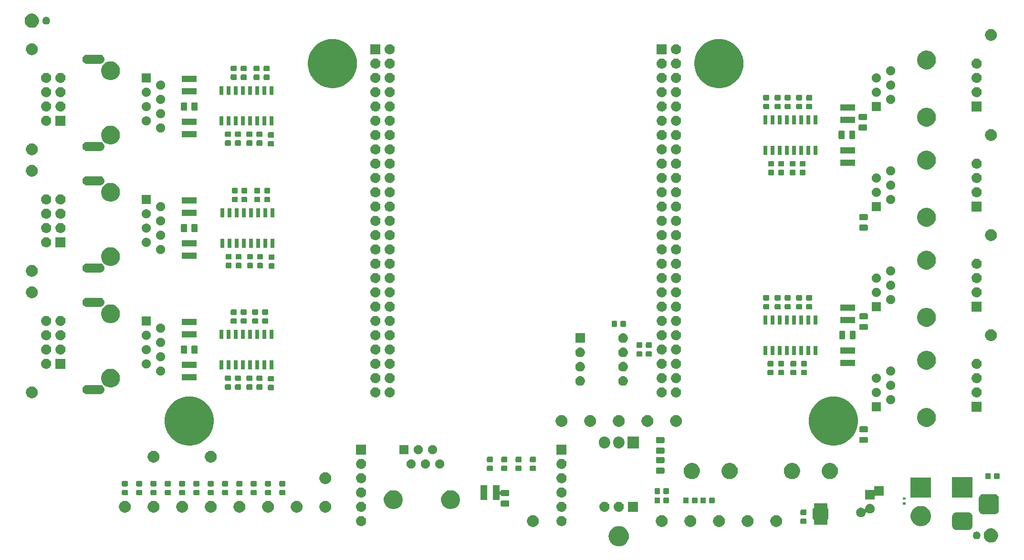
<source format=gbr>
G04 #@! TF.GenerationSoftware,KiCad,Pcbnew,5.0.2-bee76a0~70~ubuntu18.04.1*
G04 #@! TF.CreationDate,2019-06-19T23:06:31-07:00*
G04 #@! TF.ProjectId,aa-daughterboard-lvds,61612d64-6175-4676-9874-6572626f6172,rev?*
G04 #@! TF.SameCoordinates,Original*
G04 #@! TF.FileFunction,Soldermask,Top*
G04 #@! TF.FilePolarity,Negative*
%FSLAX46Y46*%
G04 Gerber Fmt 4.6, Leading zero omitted, Abs format (unit mm)*
G04 Created by KiCad (PCBNEW 5.0.2-bee76a0~70~ubuntu18.04.1) date Wed 19 Jun 2019 11:06:31 PM PDT*
%MOMM*%
%LPD*%
G01*
G04 APERTURE LIST*
%ADD10C,0.100000*%
G04 APERTURE END LIST*
D10*
G36*
X160196669Y-143137686D02*
X160373058Y-143155059D01*
X160577178Y-143216978D01*
X160712549Y-143258042D01*
X161025425Y-143425279D01*
X161299661Y-143650339D01*
X161524721Y-143924575D01*
X161691958Y-144237451D01*
X161723884Y-144342697D01*
X161794941Y-144576942D01*
X161829714Y-144930000D01*
X161794941Y-145283058D01*
X161785904Y-145312848D01*
X161691958Y-145622549D01*
X161524721Y-145935425D01*
X161299661Y-146209661D01*
X161025425Y-146434721D01*
X160712549Y-146601958D01*
X160599385Y-146636286D01*
X160373058Y-146704941D01*
X160196669Y-146722314D01*
X160108476Y-146731000D01*
X159931524Y-146731000D01*
X159843331Y-146722314D01*
X159666942Y-146704941D01*
X159440615Y-146636286D01*
X159327451Y-146601958D01*
X159014575Y-146434721D01*
X158740339Y-146209661D01*
X158515279Y-145935425D01*
X158348042Y-145622549D01*
X158254096Y-145312848D01*
X158245059Y-145283058D01*
X158210286Y-144930000D01*
X158245059Y-144576942D01*
X158316116Y-144342697D01*
X158348042Y-144237451D01*
X158515279Y-143924575D01*
X158740339Y-143650339D01*
X159014575Y-143425279D01*
X159327451Y-143258042D01*
X159462822Y-143216978D01*
X159666942Y-143155059D01*
X159843331Y-143137686D01*
X159931524Y-143129000D01*
X160108476Y-143129000D01*
X160196669Y-143137686D01*
X160196669Y-143137686D01*
G37*
G36*
X226307765Y-143534403D02*
X226430445Y-143558805D01*
X226661571Y-143654541D01*
X226869581Y-143793529D01*
X227046471Y-143970419D01*
X227046473Y-143970422D01*
X227185459Y-144178429D01*
X227281195Y-144409555D01*
X227330000Y-144654916D01*
X227330000Y-144905084D01*
X227281195Y-145150445D01*
X227213925Y-145312848D01*
X227185459Y-145381571D01*
X227046471Y-145589581D01*
X226869581Y-145766471D01*
X226869578Y-145766473D01*
X226661571Y-145905459D01*
X226430445Y-146001195D01*
X226307764Y-146025598D01*
X226185086Y-146050000D01*
X225934914Y-146050000D01*
X225812236Y-146025598D01*
X225689555Y-146001195D01*
X225458429Y-145905459D01*
X225250422Y-145766473D01*
X225250419Y-145766471D01*
X225073529Y-145589581D01*
X224934541Y-145381571D01*
X224906075Y-145312848D01*
X224838805Y-145150445D01*
X224790000Y-144905084D01*
X224790000Y-144654916D01*
X224838805Y-144409555D01*
X224934541Y-144178429D01*
X225073527Y-143970422D01*
X225073529Y-143970419D01*
X225250419Y-143793529D01*
X225458429Y-143654541D01*
X225689555Y-143558805D01*
X225812235Y-143534403D01*
X225934914Y-143510000D01*
X226185086Y-143510000D01*
X226307765Y-143534403D01*
X226307765Y-143534403D01*
G37*
G36*
X223720098Y-144120362D02*
X223844940Y-144172073D01*
X223957303Y-144247152D01*
X224052848Y-144342697D01*
X224127927Y-144455060D01*
X224179638Y-144579902D01*
X224206000Y-144712433D01*
X224206000Y-144847567D01*
X224179638Y-144980098D01*
X224127927Y-145104940D01*
X224052848Y-145217303D01*
X223957303Y-145312848D01*
X223844940Y-145387927D01*
X223720098Y-145439638D01*
X223587567Y-145466000D01*
X223452433Y-145466000D01*
X223319902Y-145439638D01*
X223195060Y-145387927D01*
X223082697Y-145312848D01*
X222987152Y-145217303D01*
X222912073Y-145104940D01*
X222860362Y-144980098D01*
X222834000Y-144847567D01*
X222834000Y-144712433D01*
X222860362Y-144579902D01*
X222912073Y-144455060D01*
X222987152Y-144342697D01*
X223082697Y-144247152D01*
X223195060Y-144172073D01*
X223319902Y-144120362D01*
X223452433Y-144094000D01*
X223587567Y-144094000D01*
X223720098Y-144120362D01*
X223720098Y-144120362D01*
G37*
G36*
X222206978Y-140703293D02*
X222340627Y-140743835D01*
X222463782Y-140809662D01*
X222571739Y-140898261D01*
X222660338Y-141006218D01*
X222726165Y-141129373D01*
X222766707Y-141263022D01*
X222781000Y-141408140D01*
X222781000Y-143071860D01*
X222766707Y-143216978D01*
X222726165Y-143350627D01*
X222660338Y-143473782D01*
X222571739Y-143581739D01*
X222463782Y-143670338D01*
X222340627Y-143736165D01*
X222206978Y-143776707D01*
X222061860Y-143791000D01*
X219898140Y-143791000D01*
X219753022Y-143776707D01*
X219619373Y-143736165D01*
X219496218Y-143670338D01*
X219388261Y-143581739D01*
X219299662Y-143473782D01*
X219233835Y-143350627D01*
X219193293Y-143216978D01*
X219179000Y-143071860D01*
X219179000Y-141408140D01*
X219193293Y-141263022D01*
X219233835Y-141129373D01*
X219299662Y-141006218D01*
X219388261Y-140898261D01*
X219496218Y-140809662D01*
X219619373Y-140743835D01*
X219753022Y-140703293D01*
X219898140Y-140689000D01*
X222061860Y-140689000D01*
X222206978Y-140703293D01*
X222206978Y-140703293D01*
G37*
G36*
X167946565Y-141229389D02*
X168137834Y-141308615D01*
X168309976Y-141423637D01*
X168456363Y-141570024D01*
X168571385Y-141742166D01*
X168650611Y-141933435D01*
X168691000Y-142136484D01*
X168691000Y-142343516D01*
X168650611Y-142546565D01*
X168571385Y-142737834D01*
X168456363Y-142909976D01*
X168309976Y-143056363D01*
X168137834Y-143171385D01*
X167946565Y-143250611D01*
X167743516Y-143291000D01*
X167536484Y-143291000D01*
X167333435Y-143250611D01*
X167142166Y-143171385D01*
X166970024Y-143056363D01*
X166823637Y-142909976D01*
X166708615Y-142737834D01*
X166629389Y-142546565D01*
X166589000Y-142343516D01*
X166589000Y-142136484D01*
X166629389Y-141933435D01*
X166708615Y-141742166D01*
X166823637Y-141570024D01*
X166970024Y-141423637D01*
X167142166Y-141308615D01*
X167333435Y-141229389D01*
X167536484Y-141189000D01*
X167743516Y-141189000D01*
X167946565Y-141229389D01*
X167946565Y-141229389D01*
G37*
G36*
X188266565Y-141229389D02*
X188457834Y-141308615D01*
X188629976Y-141423637D01*
X188776363Y-141570024D01*
X188891385Y-141742166D01*
X188970611Y-141933435D01*
X189011000Y-142136484D01*
X189011000Y-142343516D01*
X188970611Y-142546565D01*
X188891385Y-142737834D01*
X188776363Y-142909976D01*
X188629976Y-143056363D01*
X188457834Y-143171385D01*
X188266565Y-143250611D01*
X188063516Y-143291000D01*
X187856484Y-143291000D01*
X187653435Y-143250611D01*
X187462166Y-143171385D01*
X187290024Y-143056363D01*
X187143637Y-142909976D01*
X187028615Y-142737834D01*
X186949389Y-142546565D01*
X186909000Y-142343516D01*
X186909000Y-142136484D01*
X186949389Y-141933435D01*
X187028615Y-141742166D01*
X187143637Y-141570024D01*
X187290024Y-141423637D01*
X187462166Y-141308615D01*
X187653435Y-141229389D01*
X187856484Y-141189000D01*
X188063516Y-141189000D01*
X188266565Y-141229389D01*
X188266565Y-141229389D01*
G37*
G36*
X173026565Y-141229389D02*
X173217834Y-141308615D01*
X173389976Y-141423637D01*
X173536363Y-141570024D01*
X173651385Y-141742166D01*
X173730611Y-141933435D01*
X173771000Y-142136484D01*
X173771000Y-142343516D01*
X173730611Y-142546565D01*
X173651385Y-142737834D01*
X173536363Y-142909976D01*
X173389976Y-143056363D01*
X173217834Y-143171385D01*
X173026565Y-143250611D01*
X172823516Y-143291000D01*
X172616484Y-143291000D01*
X172413435Y-143250611D01*
X172222166Y-143171385D01*
X172050024Y-143056363D01*
X171903637Y-142909976D01*
X171788615Y-142737834D01*
X171709389Y-142546565D01*
X171669000Y-142343516D01*
X171669000Y-142136484D01*
X171709389Y-141933435D01*
X171788615Y-141742166D01*
X171903637Y-141570024D01*
X172050024Y-141423637D01*
X172222166Y-141308615D01*
X172413435Y-141229389D01*
X172616484Y-141189000D01*
X172823516Y-141189000D01*
X173026565Y-141229389D01*
X173026565Y-141229389D01*
G37*
G36*
X145086565Y-141229389D02*
X145277834Y-141308615D01*
X145449976Y-141423637D01*
X145596363Y-141570024D01*
X145711385Y-141742166D01*
X145790611Y-141933435D01*
X145831000Y-142136484D01*
X145831000Y-142343516D01*
X145790611Y-142546565D01*
X145711385Y-142737834D01*
X145596363Y-142909976D01*
X145449976Y-143056363D01*
X145277834Y-143171385D01*
X145086565Y-143250611D01*
X144883516Y-143291000D01*
X144676484Y-143291000D01*
X144473435Y-143250611D01*
X144282166Y-143171385D01*
X144110024Y-143056363D01*
X143963637Y-142909976D01*
X143848615Y-142737834D01*
X143769389Y-142546565D01*
X143729000Y-142343516D01*
X143729000Y-142136484D01*
X143769389Y-141933435D01*
X143848615Y-141742166D01*
X143963637Y-141570024D01*
X144110024Y-141423637D01*
X144282166Y-141308615D01*
X144473435Y-141229389D01*
X144676484Y-141189000D01*
X144883516Y-141189000D01*
X145086565Y-141229389D01*
X145086565Y-141229389D01*
G37*
G36*
X178106565Y-141229389D02*
X178297834Y-141308615D01*
X178469976Y-141423637D01*
X178616363Y-141570024D01*
X178731385Y-141742166D01*
X178810611Y-141933435D01*
X178851000Y-142136484D01*
X178851000Y-142343516D01*
X178810611Y-142546565D01*
X178731385Y-142737834D01*
X178616363Y-142909976D01*
X178469976Y-143056363D01*
X178297834Y-143171385D01*
X178106565Y-143250611D01*
X177903516Y-143291000D01*
X177696484Y-143291000D01*
X177493435Y-143250611D01*
X177302166Y-143171385D01*
X177130024Y-143056363D01*
X176983637Y-142909976D01*
X176868615Y-142737834D01*
X176789389Y-142546565D01*
X176749000Y-142343516D01*
X176749000Y-142136484D01*
X176789389Y-141933435D01*
X176868615Y-141742166D01*
X176983637Y-141570024D01*
X177130024Y-141423637D01*
X177302166Y-141308615D01*
X177493435Y-141229389D01*
X177696484Y-141189000D01*
X177903516Y-141189000D01*
X178106565Y-141229389D01*
X178106565Y-141229389D01*
G37*
G36*
X183186565Y-141229389D02*
X183377834Y-141308615D01*
X183549976Y-141423637D01*
X183696363Y-141570024D01*
X183811385Y-141742166D01*
X183890611Y-141933435D01*
X183931000Y-142136484D01*
X183931000Y-142343516D01*
X183890611Y-142546565D01*
X183811385Y-142737834D01*
X183696363Y-142909976D01*
X183549976Y-143056363D01*
X183377834Y-143171385D01*
X183186565Y-143250611D01*
X182983516Y-143291000D01*
X182776484Y-143291000D01*
X182573435Y-143250611D01*
X182382166Y-143171385D01*
X182210024Y-143056363D01*
X182063637Y-142909976D01*
X181948615Y-142737834D01*
X181869389Y-142546565D01*
X181829000Y-142343516D01*
X181829000Y-142136484D01*
X181869389Y-141933435D01*
X181948615Y-141742166D01*
X182063637Y-141570024D01*
X182210024Y-141423637D01*
X182382166Y-141308615D01*
X182573435Y-141229389D01*
X182776484Y-141189000D01*
X182983516Y-141189000D01*
X183186565Y-141229389D01*
X183186565Y-141229389D01*
G37*
G36*
X213840854Y-139559779D02*
X214139350Y-139619153D01*
X214467122Y-139754921D01*
X214762109Y-139952025D01*
X215012975Y-140202891D01*
X215210079Y-140497878D01*
X215345847Y-140825650D01*
X215415060Y-141173611D01*
X215415060Y-141528389D01*
X215345847Y-141876350D01*
X215210079Y-142204122D01*
X215012975Y-142499109D01*
X214762109Y-142749975D01*
X214467122Y-142947079D01*
X214139350Y-143082847D01*
X213846992Y-143141000D01*
X213791390Y-143152060D01*
X213436610Y-143152060D01*
X213381008Y-143141000D01*
X213088650Y-143082847D01*
X212760878Y-142947079D01*
X212465891Y-142749975D01*
X212215025Y-142499109D01*
X212017921Y-142204122D01*
X211882153Y-141876350D01*
X211812940Y-141528389D01*
X211812940Y-141173611D01*
X211882153Y-140825650D01*
X212017921Y-140497878D01*
X212215025Y-140202891D01*
X212465891Y-139952025D01*
X212760878Y-139754921D01*
X213088650Y-139619153D01*
X213387146Y-139559779D01*
X213436610Y-139549940D01*
X213791390Y-139549940D01*
X213840854Y-139559779D01*
X213840854Y-139559779D01*
G37*
G36*
X149970442Y-141345518D02*
X150036627Y-141352037D01*
X150149853Y-141386384D01*
X150206467Y-141403557D01*
X150323443Y-141466083D01*
X150362991Y-141487222D01*
X150398729Y-141516552D01*
X150500186Y-141599814D01*
X150583448Y-141701271D01*
X150612778Y-141737009D01*
X150612779Y-141737011D01*
X150696443Y-141893533D01*
X150708297Y-141932612D01*
X150747963Y-142063373D01*
X150765359Y-142240000D01*
X150747963Y-142416627D01*
X150713616Y-142529853D01*
X150696443Y-142586467D01*
X150650250Y-142672887D01*
X150612778Y-142742991D01*
X150607046Y-142749975D01*
X150500186Y-142880186D01*
X150418675Y-142947079D01*
X150362991Y-142992778D01*
X150362989Y-142992779D01*
X150206467Y-143076443D01*
X150185355Y-143082847D01*
X150036627Y-143127963D01*
X149970443Y-143134481D01*
X149904260Y-143141000D01*
X149815740Y-143141000D01*
X149749557Y-143134481D01*
X149683373Y-143127963D01*
X149534645Y-143082847D01*
X149513533Y-143076443D01*
X149357011Y-142992779D01*
X149357009Y-142992778D01*
X149301325Y-142947079D01*
X149219814Y-142880186D01*
X149112954Y-142749975D01*
X149107222Y-142742991D01*
X149069750Y-142672887D01*
X149023557Y-142586467D01*
X149006384Y-142529853D01*
X148972037Y-142416627D01*
X148954641Y-142240000D01*
X148972037Y-142063373D01*
X149011703Y-141932612D01*
X149023557Y-141893533D01*
X149107221Y-141737011D01*
X149107222Y-141737009D01*
X149136552Y-141701271D01*
X149219814Y-141599814D01*
X149321271Y-141516552D01*
X149357009Y-141487222D01*
X149396557Y-141466083D01*
X149513533Y-141403557D01*
X149570147Y-141386384D01*
X149683373Y-141352037D01*
X149749558Y-141345518D01*
X149815740Y-141339000D01*
X149904260Y-141339000D01*
X149970442Y-141345518D01*
X149970442Y-141345518D01*
G37*
G36*
X114410442Y-141345518D02*
X114476627Y-141352037D01*
X114589853Y-141386384D01*
X114646467Y-141403557D01*
X114763443Y-141466083D01*
X114802991Y-141487222D01*
X114838729Y-141516552D01*
X114940186Y-141599814D01*
X115023448Y-141701271D01*
X115052778Y-141737009D01*
X115052779Y-141737011D01*
X115136443Y-141893533D01*
X115148297Y-141932612D01*
X115187963Y-142063373D01*
X115205359Y-142240000D01*
X115187963Y-142416627D01*
X115153616Y-142529853D01*
X115136443Y-142586467D01*
X115090250Y-142672887D01*
X115052778Y-142742991D01*
X115047046Y-142749975D01*
X114940186Y-142880186D01*
X114858675Y-142947079D01*
X114802991Y-142992778D01*
X114802989Y-142992779D01*
X114646467Y-143076443D01*
X114625355Y-143082847D01*
X114476627Y-143127963D01*
X114410443Y-143134481D01*
X114344260Y-143141000D01*
X114255740Y-143141000D01*
X114189557Y-143134481D01*
X114123373Y-143127963D01*
X113974645Y-143082847D01*
X113953533Y-143076443D01*
X113797011Y-142992779D01*
X113797009Y-142992778D01*
X113741325Y-142947079D01*
X113659814Y-142880186D01*
X113552954Y-142749975D01*
X113547222Y-142742991D01*
X113509750Y-142672887D01*
X113463557Y-142586467D01*
X113446384Y-142529853D01*
X113412037Y-142416627D01*
X113394641Y-142240000D01*
X113412037Y-142063373D01*
X113451703Y-141932612D01*
X113463557Y-141893533D01*
X113547221Y-141737011D01*
X113547222Y-141737009D01*
X113576552Y-141701271D01*
X113659814Y-141599814D01*
X113761271Y-141516552D01*
X113797009Y-141487222D01*
X113836557Y-141466083D01*
X113953533Y-141403557D01*
X114010147Y-141386384D01*
X114123373Y-141352037D01*
X114189558Y-141345518D01*
X114255740Y-141339000D01*
X114344260Y-141339000D01*
X114410442Y-141345518D01*
X114410442Y-141345518D01*
G37*
G36*
X197035000Y-139919000D02*
X197037402Y-139943386D01*
X197044515Y-139966835D01*
X197056066Y-139988446D01*
X197071612Y-140007388D01*
X197090554Y-140022934D01*
X197112165Y-140034485D01*
X197135614Y-140041598D01*
X197160000Y-140044000D01*
X197235000Y-140044000D01*
X197235000Y-141896000D01*
X197160000Y-141896000D01*
X197135614Y-141898402D01*
X197112165Y-141905515D01*
X197090554Y-141917066D01*
X197071612Y-141932612D01*
X197056066Y-141951554D01*
X197044515Y-141973165D01*
X197037402Y-141996614D01*
X197035000Y-142021000D01*
X197035000Y-142896000D01*
X194633000Y-142896000D01*
X194633000Y-142021000D01*
X194630598Y-141996614D01*
X194623485Y-141973165D01*
X194611934Y-141951554D01*
X194596388Y-141932612D01*
X194577446Y-141917066D01*
X194555835Y-141905515D01*
X194532386Y-141898402D01*
X194508000Y-141896000D01*
X194433000Y-141896000D01*
X194433000Y-140044000D01*
X194508000Y-140044000D01*
X194532386Y-140041598D01*
X194555835Y-140034485D01*
X194577446Y-140022934D01*
X194596388Y-140007388D01*
X194611934Y-139988446D01*
X194623485Y-139966835D01*
X194630598Y-139943386D01*
X194633000Y-139919000D01*
X194633000Y-139044000D01*
X197035000Y-139044000D01*
X197035000Y-139919000D01*
X197035000Y-139919000D01*
G37*
G36*
X193165591Y-141781085D02*
X193199569Y-141791393D01*
X193230887Y-141808133D01*
X193258339Y-141830661D01*
X193280867Y-141858113D01*
X193297607Y-141889431D01*
X193307915Y-141923409D01*
X193312000Y-141964890D01*
X193312000Y-142566110D01*
X193307915Y-142607591D01*
X193297607Y-142641569D01*
X193280867Y-142672887D01*
X193258339Y-142700339D01*
X193230887Y-142722867D01*
X193199569Y-142739607D01*
X193165591Y-142749915D01*
X193124110Y-142754000D01*
X192447890Y-142754000D01*
X192406409Y-142749915D01*
X192372431Y-142739607D01*
X192341113Y-142722867D01*
X192313661Y-142700339D01*
X192291133Y-142672887D01*
X192274393Y-142641569D01*
X192264085Y-142607591D01*
X192260000Y-142566110D01*
X192260000Y-141964890D01*
X192264085Y-141923409D01*
X192274393Y-141889431D01*
X192291133Y-141858113D01*
X192313661Y-141830661D01*
X192341113Y-141808133D01*
X192372431Y-141791393D01*
X192406409Y-141781085D01*
X192447890Y-141777000D01*
X193124110Y-141777000D01*
X193165591Y-141781085D01*
X193165591Y-141781085D01*
G37*
G36*
X204845228Y-139222703D02*
X205000100Y-139286853D01*
X205139481Y-139379985D01*
X205258015Y-139498519D01*
X205351147Y-139637900D01*
X205415297Y-139792772D01*
X205448000Y-139957184D01*
X205448000Y-140124816D01*
X205415297Y-140289228D01*
X205351147Y-140444100D01*
X205258015Y-140583481D01*
X205139481Y-140702015D01*
X205000100Y-140795147D01*
X204845228Y-140859297D01*
X204680816Y-140892000D01*
X204513184Y-140892000D01*
X204348772Y-140859297D01*
X204193900Y-140795147D01*
X204054519Y-140702015D01*
X204054518Y-140702014D01*
X204046444Y-140696619D01*
X204042446Y-140693337D01*
X204020835Y-140681786D01*
X203997386Y-140674673D01*
X203973000Y-140672271D01*
X203948614Y-140674673D01*
X203925165Y-140681786D01*
X203903554Y-140693337D01*
X203884612Y-140708883D01*
X203869066Y-140727825D01*
X203857515Y-140749436D01*
X203850402Y-140772885D01*
X203848296Y-140794265D01*
X203848000Y-140795753D01*
X203815297Y-140960165D01*
X203751147Y-141115037D01*
X203658015Y-141254418D01*
X203539481Y-141372952D01*
X203400100Y-141466084D01*
X203245228Y-141530234D01*
X203080816Y-141562937D01*
X202913184Y-141562937D01*
X202748772Y-141530234D01*
X202593900Y-141466084D01*
X202454519Y-141372952D01*
X202335985Y-141254418D01*
X202242853Y-141115037D01*
X202178703Y-140960165D01*
X202146000Y-140795753D01*
X202146000Y-140628121D01*
X202178703Y-140463709D01*
X202242853Y-140308837D01*
X202335985Y-140169456D01*
X202454519Y-140050922D01*
X202593900Y-139957790D01*
X202748772Y-139893640D01*
X202913184Y-139860937D01*
X203080816Y-139860937D01*
X203245228Y-139893640D01*
X203400100Y-139957790D01*
X203539481Y-140050922D01*
X203539482Y-140050923D01*
X203547556Y-140056318D01*
X203551554Y-140059600D01*
X203573165Y-140071151D01*
X203596614Y-140078264D01*
X203621000Y-140080666D01*
X203645386Y-140078264D01*
X203668835Y-140071151D01*
X203690446Y-140059600D01*
X203709388Y-140044054D01*
X203724934Y-140025112D01*
X203736485Y-140003501D01*
X203743598Y-139980052D01*
X203745704Y-139958672D01*
X203754341Y-139915252D01*
X203778703Y-139792772D01*
X203842853Y-139637900D01*
X203935985Y-139498519D01*
X204054519Y-139379985D01*
X204193900Y-139286853D01*
X204348772Y-139222703D01*
X204513184Y-139190000D01*
X204680816Y-139190000D01*
X204845228Y-139222703D01*
X204845228Y-139222703D01*
G37*
G36*
X193165591Y-140206085D02*
X193199569Y-140216393D01*
X193230887Y-140233133D01*
X193258339Y-140255661D01*
X193280867Y-140283113D01*
X193297607Y-140314431D01*
X193307915Y-140348409D01*
X193312000Y-140389890D01*
X193312000Y-140991110D01*
X193307915Y-141032591D01*
X193297607Y-141066569D01*
X193280867Y-141097887D01*
X193258339Y-141125339D01*
X193230887Y-141147867D01*
X193199569Y-141164607D01*
X193165591Y-141174915D01*
X193124110Y-141179000D01*
X192447890Y-141179000D01*
X192406409Y-141174915D01*
X192372431Y-141164607D01*
X192341113Y-141147867D01*
X192313661Y-141125339D01*
X192291133Y-141097887D01*
X192274393Y-141066569D01*
X192264085Y-141032591D01*
X192260000Y-140991110D01*
X192260000Y-140389890D01*
X192264085Y-140348409D01*
X192274393Y-140314431D01*
X192291133Y-140283113D01*
X192313661Y-140255661D01*
X192341113Y-140233133D01*
X192372431Y-140216393D01*
X192406409Y-140206085D01*
X192447890Y-140202000D01*
X193124110Y-140202000D01*
X193165591Y-140206085D01*
X193165591Y-140206085D01*
G37*
G36*
X226806366Y-137455695D02*
X226963458Y-137503348D01*
X227108230Y-137580731D01*
X227235128Y-137684872D01*
X227339269Y-137811770D01*
X227416652Y-137956542D01*
X227464305Y-138113634D01*
X227481000Y-138283140D01*
X227481000Y-140196860D01*
X227464305Y-140366366D01*
X227416652Y-140523458D01*
X227339269Y-140668230D01*
X227235128Y-140795128D01*
X227108230Y-140899269D01*
X226963458Y-140976652D01*
X226806366Y-141024305D01*
X226636860Y-141041000D01*
X224723140Y-141041000D01*
X224553634Y-141024305D01*
X224396542Y-140976652D01*
X224251770Y-140899269D01*
X224124872Y-140795128D01*
X224020731Y-140668230D01*
X223943348Y-140523458D01*
X223895695Y-140366366D01*
X223879000Y-140196860D01*
X223879000Y-138283140D01*
X223895695Y-138113634D01*
X223943348Y-137956542D01*
X224020731Y-137811770D01*
X224124872Y-137684872D01*
X224251770Y-137580731D01*
X224396542Y-137503348D01*
X224553634Y-137455695D01*
X224723140Y-137439000D01*
X226636860Y-137439000D01*
X226806366Y-137455695D01*
X226806366Y-137455695D01*
G37*
G36*
X103176565Y-138689389D02*
X103367834Y-138768615D01*
X103539976Y-138883637D01*
X103686363Y-139030024D01*
X103801385Y-139202166D01*
X103880611Y-139393435D01*
X103921000Y-139596484D01*
X103921000Y-139803516D01*
X103880611Y-140006565D01*
X103801385Y-140197834D01*
X103686363Y-140369976D01*
X103539976Y-140516363D01*
X103367834Y-140631385D01*
X103176565Y-140710611D01*
X102973516Y-140751000D01*
X102766484Y-140751000D01*
X102563435Y-140710611D01*
X102372166Y-140631385D01*
X102200024Y-140516363D01*
X102053637Y-140369976D01*
X101938615Y-140197834D01*
X101859389Y-140006565D01*
X101819000Y-139803516D01*
X101819000Y-139596484D01*
X101859389Y-139393435D01*
X101938615Y-139202166D01*
X102053637Y-139030024D01*
X102200024Y-138883637D01*
X102372166Y-138768615D01*
X102563435Y-138689389D01*
X102766484Y-138649000D01*
X102973516Y-138649000D01*
X103176565Y-138689389D01*
X103176565Y-138689389D01*
G37*
G36*
X77776565Y-138689389D02*
X77967834Y-138768615D01*
X78139976Y-138883637D01*
X78286363Y-139030024D01*
X78401385Y-139202166D01*
X78480611Y-139393435D01*
X78521000Y-139596484D01*
X78521000Y-139803516D01*
X78480611Y-140006565D01*
X78401385Y-140197834D01*
X78286363Y-140369976D01*
X78139976Y-140516363D01*
X77967834Y-140631385D01*
X77776565Y-140710611D01*
X77573516Y-140751000D01*
X77366484Y-140751000D01*
X77163435Y-140710611D01*
X76972166Y-140631385D01*
X76800024Y-140516363D01*
X76653637Y-140369976D01*
X76538615Y-140197834D01*
X76459389Y-140006565D01*
X76419000Y-139803516D01*
X76419000Y-139596484D01*
X76459389Y-139393435D01*
X76538615Y-139202166D01*
X76653637Y-139030024D01*
X76800024Y-138883637D01*
X76972166Y-138768615D01*
X77163435Y-138689389D01*
X77366484Y-138649000D01*
X77573516Y-138649000D01*
X77776565Y-138689389D01*
X77776565Y-138689389D01*
G37*
G36*
X82856565Y-138689389D02*
X83047834Y-138768615D01*
X83219976Y-138883637D01*
X83366363Y-139030024D01*
X83481385Y-139202166D01*
X83560611Y-139393435D01*
X83601000Y-139596484D01*
X83601000Y-139803516D01*
X83560611Y-140006565D01*
X83481385Y-140197834D01*
X83366363Y-140369976D01*
X83219976Y-140516363D01*
X83047834Y-140631385D01*
X82856565Y-140710611D01*
X82653516Y-140751000D01*
X82446484Y-140751000D01*
X82243435Y-140710611D01*
X82052166Y-140631385D01*
X81880024Y-140516363D01*
X81733637Y-140369976D01*
X81618615Y-140197834D01*
X81539389Y-140006565D01*
X81499000Y-139803516D01*
X81499000Y-139596484D01*
X81539389Y-139393435D01*
X81618615Y-139202166D01*
X81733637Y-139030024D01*
X81880024Y-138883637D01*
X82052166Y-138768615D01*
X82243435Y-138689389D01*
X82446484Y-138649000D01*
X82653516Y-138649000D01*
X82856565Y-138689389D01*
X82856565Y-138689389D01*
G37*
G36*
X72696565Y-138689389D02*
X72887834Y-138768615D01*
X73059976Y-138883637D01*
X73206363Y-139030024D01*
X73321385Y-139202166D01*
X73400611Y-139393435D01*
X73441000Y-139596484D01*
X73441000Y-139803516D01*
X73400611Y-140006565D01*
X73321385Y-140197834D01*
X73206363Y-140369976D01*
X73059976Y-140516363D01*
X72887834Y-140631385D01*
X72696565Y-140710611D01*
X72493516Y-140751000D01*
X72286484Y-140751000D01*
X72083435Y-140710611D01*
X71892166Y-140631385D01*
X71720024Y-140516363D01*
X71573637Y-140369976D01*
X71458615Y-140197834D01*
X71379389Y-140006565D01*
X71339000Y-139803516D01*
X71339000Y-139596484D01*
X71379389Y-139393435D01*
X71458615Y-139202166D01*
X71573637Y-139030024D01*
X71720024Y-138883637D01*
X71892166Y-138768615D01*
X72083435Y-138689389D01*
X72286484Y-138649000D01*
X72493516Y-138649000D01*
X72696565Y-138689389D01*
X72696565Y-138689389D01*
G37*
G36*
X93016565Y-138689389D02*
X93207834Y-138768615D01*
X93379976Y-138883637D01*
X93526363Y-139030024D01*
X93641385Y-139202166D01*
X93720611Y-139393435D01*
X93761000Y-139596484D01*
X93761000Y-139803516D01*
X93720611Y-140006565D01*
X93641385Y-140197834D01*
X93526363Y-140369976D01*
X93379976Y-140516363D01*
X93207834Y-140631385D01*
X93016565Y-140710611D01*
X92813516Y-140751000D01*
X92606484Y-140751000D01*
X92403435Y-140710611D01*
X92212166Y-140631385D01*
X92040024Y-140516363D01*
X91893637Y-140369976D01*
X91778615Y-140197834D01*
X91699389Y-140006565D01*
X91659000Y-139803516D01*
X91659000Y-139596484D01*
X91699389Y-139393435D01*
X91778615Y-139202166D01*
X91893637Y-139030024D01*
X92040024Y-138883637D01*
X92212166Y-138768615D01*
X92403435Y-138689389D01*
X92606484Y-138649000D01*
X92813516Y-138649000D01*
X93016565Y-138689389D01*
X93016565Y-138689389D01*
G37*
G36*
X98096565Y-138689389D02*
X98287834Y-138768615D01*
X98459976Y-138883637D01*
X98606363Y-139030024D01*
X98721385Y-139202166D01*
X98800611Y-139393435D01*
X98841000Y-139596484D01*
X98841000Y-139803516D01*
X98800611Y-140006565D01*
X98721385Y-140197834D01*
X98606363Y-140369976D01*
X98459976Y-140516363D01*
X98287834Y-140631385D01*
X98096565Y-140710611D01*
X97893516Y-140751000D01*
X97686484Y-140751000D01*
X97483435Y-140710611D01*
X97292166Y-140631385D01*
X97120024Y-140516363D01*
X96973637Y-140369976D01*
X96858615Y-140197834D01*
X96779389Y-140006565D01*
X96739000Y-139803516D01*
X96739000Y-139596484D01*
X96779389Y-139393435D01*
X96858615Y-139202166D01*
X96973637Y-139030024D01*
X97120024Y-138883637D01*
X97292166Y-138768615D01*
X97483435Y-138689389D01*
X97686484Y-138649000D01*
X97893516Y-138649000D01*
X98096565Y-138689389D01*
X98096565Y-138689389D01*
G37*
G36*
X87936565Y-138689389D02*
X88127834Y-138768615D01*
X88299976Y-138883637D01*
X88446363Y-139030024D01*
X88561385Y-139202166D01*
X88640611Y-139393435D01*
X88681000Y-139596484D01*
X88681000Y-139803516D01*
X88640611Y-140006565D01*
X88561385Y-140197834D01*
X88446363Y-140369976D01*
X88299976Y-140516363D01*
X88127834Y-140631385D01*
X87936565Y-140710611D01*
X87733516Y-140751000D01*
X87526484Y-140751000D01*
X87323435Y-140710611D01*
X87132166Y-140631385D01*
X86960024Y-140516363D01*
X86813637Y-140369976D01*
X86698615Y-140197834D01*
X86619389Y-140006565D01*
X86579000Y-139803516D01*
X86579000Y-139596484D01*
X86619389Y-139393435D01*
X86698615Y-139202166D01*
X86813637Y-139030024D01*
X86960024Y-138883637D01*
X87132166Y-138768615D01*
X87323435Y-138689389D01*
X87526484Y-138649000D01*
X87733516Y-138649000D01*
X87936565Y-138689389D01*
X87936565Y-138689389D01*
G37*
G36*
X108256565Y-138689389D02*
X108447834Y-138768615D01*
X108619976Y-138883637D01*
X108766363Y-139030024D01*
X108881385Y-139202166D01*
X108960611Y-139393435D01*
X109001000Y-139596484D01*
X109001000Y-139803516D01*
X108960611Y-140006565D01*
X108881385Y-140197834D01*
X108766363Y-140369976D01*
X108619976Y-140516363D01*
X108447834Y-140631385D01*
X108256565Y-140710611D01*
X108053516Y-140751000D01*
X107846484Y-140751000D01*
X107643435Y-140710611D01*
X107452166Y-140631385D01*
X107280024Y-140516363D01*
X107133637Y-140369976D01*
X107018615Y-140197834D01*
X106939389Y-140006565D01*
X106899000Y-139803516D01*
X106899000Y-139596484D01*
X106939389Y-139393435D01*
X107018615Y-139202166D01*
X107133637Y-139030024D01*
X107280024Y-138883637D01*
X107452166Y-138768615D01*
X107643435Y-138689389D01*
X107846484Y-138649000D01*
X108053516Y-138649000D01*
X108256565Y-138689389D01*
X108256565Y-138689389D01*
G37*
G36*
X114410442Y-138805518D02*
X114476627Y-138812037D01*
X114564688Y-138838750D01*
X114646467Y-138863557D01*
X114776384Y-138933000D01*
X114802991Y-138947222D01*
X114831439Y-138970569D01*
X114940186Y-139059814D01*
X115023448Y-139161271D01*
X115052778Y-139197009D01*
X115052779Y-139197011D01*
X115136443Y-139353533D01*
X115136443Y-139353534D01*
X115187963Y-139523373D01*
X115205359Y-139700000D01*
X115187963Y-139876627D01*
X115163342Y-139957791D01*
X115136443Y-140046467D01*
X115070703Y-140169456D01*
X115052778Y-140202991D01*
X115041779Y-140216393D01*
X114940186Y-140340186D01*
X114869008Y-140398599D01*
X114802991Y-140452778D01*
X114802989Y-140452779D01*
X114646467Y-140536443D01*
X114589853Y-140553616D01*
X114476627Y-140587963D01*
X114410442Y-140594482D01*
X114344260Y-140601000D01*
X114255740Y-140601000D01*
X114189558Y-140594482D01*
X114123373Y-140587963D01*
X114010147Y-140553616D01*
X113953533Y-140536443D01*
X113797011Y-140452779D01*
X113797009Y-140452778D01*
X113730992Y-140398599D01*
X113659814Y-140340186D01*
X113558221Y-140216393D01*
X113547222Y-140202991D01*
X113529297Y-140169456D01*
X113463557Y-140046467D01*
X113436658Y-139957791D01*
X113412037Y-139876627D01*
X113394641Y-139700000D01*
X113412037Y-139523373D01*
X113463557Y-139353534D01*
X113463557Y-139353533D01*
X113547221Y-139197011D01*
X113547222Y-139197009D01*
X113576552Y-139161271D01*
X113659814Y-139059814D01*
X113768561Y-138970569D01*
X113797009Y-138947222D01*
X113823616Y-138933000D01*
X113953533Y-138863557D01*
X114035312Y-138838750D01*
X114123373Y-138812037D01*
X114189558Y-138805518D01*
X114255740Y-138799000D01*
X114344260Y-138799000D01*
X114410442Y-138805518D01*
X114410442Y-138805518D01*
G37*
G36*
X163461000Y-140601000D02*
X161659000Y-140601000D01*
X161659000Y-138799000D01*
X163461000Y-138799000D01*
X163461000Y-140601000D01*
X163461000Y-140601000D01*
G37*
G36*
X157590442Y-138805518D02*
X157656627Y-138812037D01*
X157744688Y-138838750D01*
X157826467Y-138863557D01*
X157956384Y-138933000D01*
X157982991Y-138947222D01*
X158011439Y-138970569D01*
X158120186Y-139059814D01*
X158203448Y-139161271D01*
X158232778Y-139197009D01*
X158232779Y-139197011D01*
X158316443Y-139353533D01*
X158316443Y-139353534D01*
X158367963Y-139523373D01*
X158385359Y-139700000D01*
X158367963Y-139876627D01*
X158343342Y-139957791D01*
X158316443Y-140046467D01*
X158250703Y-140169456D01*
X158232778Y-140202991D01*
X158221779Y-140216393D01*
X158120186Y-140340186D01*
X158049008Y-140398599D01*
X157982991Y-140452778D01*
X157982989Y-140452779D01*
X157826467Y-140536443D01*
X157769853Y-140553616D01*
X157656627Y-140587963D01*
X157590442Y-140594482D01*
X157524260Y-140601000D01*
X157435740Y-140601000D01*
X157369558Y-140594482D01*
X157303373Y-140587963D01*
X157190147Y-140553616D01*
X157133533Y-140536443D01*
X156977011Y-140452779D01*
X156977009Y-140452778D01*
X156910992Y-140398599D01*
X156839814Y-140340186D01*
X156738221Y-140216393D01*
X156727222Y-140202991D01*
X156709297Y-140169456D01*
X156643557Y-140046467D01*
X156616658Y-139957791D01*
X156592037Y-139876627D01*
X156574641Y-139700000D01*
X156592037Y-139523373D01*
X156643557Y-139353534D01*
X156643557Y-139353533D01*
X156727221Y-139197011D01*
X156727222Y-139197009D01*
X156756552Y-139161271D01*
X156839814Y-139059814D01*
X156948561Y-138970569D01*
X156977009Y-138947222D01*
X157003616Y-138933000D01*
X157133533Y-138863557D01*
X157215312Y-138838750D01*
X157303373Y-138812037D01*
X157369558Y-138805518D01*
X157435740Y-138799000D01*
X157524260Y-138799000D01*
X157590442Y-138805518D01*
X157590442Y-138805518D01*
G37*
G36*
X160130442Y-138805518D02*
X160196627Y-138812037D01*
X160284688Y-138838750D01*
X160366467Y-138863557D01*
X160496384Y-138933000D01*
X160522991Y-138947222D01*
X160551439Y-138970569D01*
X160660186Y-139059814D01*
X160743448Y-139161271D01*
X160772778Y-139197009D01*
X160772779Y-139197011D01*
X160856443Y-139353533D01*
X160856443Y-139353534D01*
X160907963Y-139523373D01*
X160925359Y-139700000D01*
X160907963Y-139876627D01*
X160883342Y-139957791D01*
X160856443Y-140046467D01*
X160790703Y-140169456D01*
X160772778Y-140202991D01*
X160761779Y-140216393D01*
X160660186Y-140340186D01*
X160589008Y-140398599D01*
X160522991Y-140452778D01*
X160522989Y-140452779D01*
X160366467Y-140536443D01*
X160309853Y-140553616D01*
X160196627Y-140587963D01*
X160130442Y-140594482D01*
X160064260Y-140601000D01*
X159975740Y-140601000D01*
X159909558Y-140594482D01*
X159843373Y-140587963D01*
X159730147Y-140553616D01*
X159673533Y-140536443D01*
X159517011Y-140452779D01*
X159517009Y-140452778D01*
X159450992Y-140398599D01*
X159379814Y-140340186D01*
X159278221Y-140216393D01*
X159267222Y-140202991D01*
X159249297Y-140169456D01*
X159183557Y-140046467D01*
X159156658Y-139957791D01*
X159132037Y-139876627D01*
X159114641Y-139700000D01*
X159132037Y-139523373D01*
X159183557Y-139353534D01*
X159183557Y-139353533D01*
X159267221Y-139197011D01*
X159267222Y-139197009D01*
X159296552Y-139161271D01*
X159379814Y-139059814D01*
X159488561Y-138970569D01*
X159517009Y-138947222D01*
X159543616Y-138933000D01*
X159673533Y-138863557D01*
X159755312Y-138838750D01*
X159843373Y-138812037D01*
X159909558Y-138805518D01*
X159975740Y-138799000D01*
X160064260Y-138799000D01*
X160130442Y-138805518D01*
X160130442Y-138805518D01*
G37*
G36*
X149970442Y-138805518D02*
X150036627Y-138812037D01*
X150124688Y-138838750D01*
X150206467Y-138863557D01*
X150336384Y-138933000D01*
X150362991Y-138947222D01*
X150391439Y-138970569D01*
X150500186Y-139059814D01*
X150583448Y-139161271D01*
X150612778Y-139197009D01*
X150612779Y-139197011D01*
X150696443Y-139353533D01*
X150696443Y-139353534D01*
X150747963Y-139523373D01*
X150765359Y-139700000D01*
X150747963Y-139876627D01*
X150723342Y-139957791D01*
X150696443Y-140046467D01*
X150630703Y-140169456D01*
X150612778Y-140202991D01*
X150601779Y-140216393D01*
X150500186Y-140340186D01*
X150429008Y-140398599D01*
X150362991Y-140452778D01*
X150362989Y-140452779D01*
X150206467Y-140536443D01*
X150149853Y-140553616D01*
X150036627Y-140587963D01*
X149970442Y-140594482D01*
X149904260Y-140601000D01*
X149815740Y-140601000D01*
X149749558Y-140594482D01*
X149683373Y-140587963D01*
X149570147Y-140553616D01*
X149513533Y-140536443D01*
X149357011Y-140452779D01*
X149357009Y-140452778D01*
X149290992Y-140398599D01*
X149219814Y-140340186D01*
X149118221Y-140216393D01*
X149107222Y-140202991D01*
X149089297Y-140169456D01*
X149023557Y-140046467D01*
X148996658Y-139957791D01*
X148972037Y-139876627D01*
X148954641Y-139700000D01*
X148972037Y-139523373D01*
X149023557Y-139353534D01*
X149023557Y-139353533D01*
X149107221Y-139197011D01*
X149107222Y-139197009D01*
X149136552Y-139161271D01*
X149219814Y-139059814D01*
X149328561Y-138970569D01*
X149357009Y-138947222D01*
X149383616Y-138933000D01*
X149513533Y-138863557D01*
X149595312Y-138838750D01*
X149683373Y-138812037D01*
X149749558Y-138805518D01*
X149815740Y-138799000D01*
X149904260Y-138799000D01*
X149970442Y-138805518D01*
X149970442Y-138805518D01*
G37*
G36*
X130658871Y-136818408D02*
X130963883Y-136944748D01*
X131021689Y-136983373D01*
X131238390Y-137128168D01*
X131471832Y-137361610D01*
X131471834Y-137361613D01*
X131655252Y-137636117D01*
X131781592Y-137941129D01*
X131846000Y-138264928D01*
X131846000Y-138595072D01*
X131781592Y-138918871D01*
X131655252Y-139223883D01*
X131550948Y-139379985D01*
X131471832Y-139498390D01*
X131238390Y-139731832D01*
X131238387Y-139731834D01*
X130963883Y-139915252D01*
X130658871Y-140041592D01*
X130335072Y-140106000D01*
X130004928Y-140106000D01*
X129681129Y-140041592D01*
X129376117Y-139915252D01*
X129101613Y-139731834D01*
X129101610Y-139731832D01*
X128868168Y-139498390D01*
X128789052Y-139379985D01*
X128684748Y-139223883D01*
X128558408Y-138918871D01*
X128494000Y-138595072D01*
X128494000Y-138264928D01*
X128558408Y-137941129D01*
X128684748Y-137636117D01*
X128868166Y-137361613D01*
X128868168Y-137361610D01*
X129101610Y-137128168D01*
X129318311Y-136983373D01*
X129376117Y-136944748D01*
X129681129Y-136818408D01*
X130004928Y-136754000D01*
X130335072Y-136754000D01*
X130658871Y-136818408D01*
X130658871Y-136818408D01*
G37*
G36*
X120498871Y-136818408D02*
X120803883Y-136944748D01*
X120861689Y-136983373D01*
X121078390Y-137128168D01*
X121311832Y-137361610D01*
X121311834Y-137361613D01*
X121495252Y-137636117D01*
X121621592Y-137941129D01*
X121686000Y-138264928D01*
X121686000Y-138595072D01*
X121621592Y-138918871D01*
X121495252Y-139223883D01*
X121390948Y-139379985D01*
X121311832Y-139498390D01*
X121078390Y-139731832D01*
X121078387Y-139731834D01*
X120803883Y-139915252D01*
X120581447Y-140007388D01*
X120498871Y-140041592D01*
X120175072Y-140106000D01*
X119844928Y-140106000D01*
X119521129Y-140041592D01*
X119438553Y-140007388D01*
X119216117Y-139915252D01*
X118941613Y-139731834D01*
X118941610Y-139731832D01*
X118708168Y-139498390D01*
X118629052Y-139379985D01*
X118524748Y-139223883D01*
X118398408Y-138918871D01*
X118334000Y-138595072D01*
X118334000Y-138264928D01*
X118398408Y-137941129D01*
X118524748Y-137636117D01*
X118708166Y-137361613D01*
X118708168Y-137361610D01*
X118941610Y-137128168D01*
X119158311Y-136983373D01*
X119216117Y-136944748D01*
X119521129Y-136818408D01*
X119844928Y-136754000D01*
X120175072Y-136754000D01*
X120498871Y-136818408D01*
X120498871Y-136818408D01*
G37*
G36*
X140411466Y-138579565D02*
X140450137Y-138591296D01*
X140485779Y-138610348D01*
X140517017Y-138635983D01*
X140542652Y-138667221D01*
X140561704Y-138702863D01*
X140573435Y-138741534D01*
X140578000Y-138787888D01*
X140578000Y-139439112D01*
X140573435Y-139485466D01*
X140561704Y-139524137D01*
X140542652Y-139559779D01*
X140517017Y-139591017D01*
X140485779Y-139616652D01*
X140450137Y-139635704D01*
X140411466Y-139647435D01*
X140365112Y-139652000D01*
X139288888Y-139652000D01*
X139242534Y-139647435D01*
X139203863Y-139635704D01*
X139168221Y-139616652D01*
X139136983Y-139591017D01*
X139111348Y-139559779D01*
X139092296Y-139524137D01*
X139080565Y-139485466D01*
X139076000Y-139439112D01*
X139076000Y-138787888D01*
X139080565Y-138741534D01*
X139092296Y-138702863D01*
X139111348Y-138667221D01*
X139136983Y-138635983D01*
X139168221Y-138610348D01*
X139203863Y-138591296D01*
X139242534Y-138579565D01*
X139288888Y-138575000D01*
X140365112Y-138575000D01*
X140411466Y-138579565D01*
X140411466Y-138579565D01*
G37*
G36*
X210944000Y-139335000D02*
X210442000Y-139335000D01*
X210442000Y-138933000D01*
X210944000Y-138933000D01*
X210944000Y-139335000D01*
X210944000Y-139335000D01*
G37*
G36*
X168769591Y-138035085D02*
X168803569Y-138045393D01*
X168834887Y-138062133D01*
X168862339Y-138084661D01*
X168884867Y-138112113D01*
X168901607Y-138143431D01*
X168911915Y-138177409D01*
X168916000Y-138218890D01*
X168916000Y-138895110D01*
X168911915Y-138936591D01*
X168901607Y-138970569D01*
X168884867Y-139001887D01*
X168862339Y-139029339D01*
X168834887Y-139051867D01*
X168803569Y-139068607D01*
X168769591Y-139078915D01*
X168728110Y-139083000D01*
X168126890Y-139083000D01*
X168085409Y-139078915D01*
X168051431Y-139068607D01*
X168020113Y-139051867D01*
X167992661Y-139029339D01*
X167970133Y-139001887D01*
X167953393Y-138970569D01*
X167943085Y-138936591D01*
X167939000Y-138895110D01*
X167939000Y-138218890D01*
X167943085Y-138177409D01*
X167953393Y-138143431D01*
X167970133Y-138112113D01*
X167992661Y-138084661D01*
X168020113Y-138062133D01*
X168051431Y-138045393D01*
X168085409Y-138035085D01*
X168126890Y-138031000D01*
X168728110Y-138031000D01*
X168769591Y-138035085D01*
X168769591Y-138035085D01*
G37*
G36*
X175322591Y-138035085D02*
X175356569Y-138045393D01*
X175387887Y-138062133D01*
X175415339Y-138084661D01*
X175437867Y-138112113D01*
X175454607Y-138143431D01*
X175464915Y-138177409D01*
X175469000Y-138218890D01*
X175469000Y-138895110D01*
X175464915Y-138936591D01*
X175454607Y-138970569D01*
X175437867Y-139001887D01*
X175415339Y-139029339D01*
X175387887Y-139051867D01*
X175356569Y-139068607D01*
X175322591Y-139078915D01*
X175281110Y-139083000D01*
X174679890Y-139083000D01*
X174638409Y-139078915D01*
X174604431Y-139068607D01*
X174573113Y-139051867D01*
X174545661Y-139029339D01*
X174523133Y-139001887D01*
X174506393Y-138970569D01*
X174496085Y-138936591D01*
X174492000Y-138895110D01*
X174492000Y-138218890D01*
X174496085Y-138177409D01*
X174506393Y-138143431D01*
X174523133Y-138112113D01*
X174545661Y-138084661D01*
X174573113Y-138062133D01*
X174604431Y-138045393D01*
X174638409Y-138035085D01*
X174679890Y-138031000D01*
X175281110Y-138031000D01*
X175322591Y-138035085D01*
X175322591Y-138035085D01*
G37*
G36*
X176897591Y-138035085D02*
X176931569Y-138045393D01*
X176962887Y-138062133D01*
X176990339Y-138084661D01*
X177012867Y-138112113D01*
X177029607Y-138143431D01*
X177039915Y-138177409D01*
X177044000Y-138218890D01*
X177044000Y-138895110D01*
X177039915Y-138936591D01*
X177029607Y-138970569D01*
X177012867Y-139001887D01*
X176990339Y-139029339D01*
X176962887Y-139051867D01*
X176931569Y-139068607D01*
X176897591Y-139078915D01*
X176856110Y-139083000D01*
X176254890Y-139083000D01*
X176213409Y-139078915D01*
X176179431Y-139068607D01*
X176148113Y-139051867D01*
X176120661Y-139029339D01*
X176098133Y-139001887D01*
X176081393Y-138970569D01*
X176071085Y-138936591D01*
X176067000Y-138895110D01*
X176067000Y-138218890D01*
X176071085Y-138177409D01*
X176081393Y-138143431D01*
X176098133Y-138112113D01*
X176120661Y-138084661D01*
X176148113Y-138062133D01*
X176179431Y-138045393D01*
X176213409Y-138035085D01*
X176254890Y-138031000D01*
X176856110Y-138031000D01*
X176897591Y-138035085D01*
X176897591Y-138035085D01*
G37*
G36*
X172274591Y-138035085D02*
X172308569Y-138045393D01*
X172339887Y-138062133D01*
X172367339Y-138084661D01*
X172389867Y-138112113D01*
X172406607Y-138143431D01*
X172416915Y-138177409D01*
X172421000Y-138218890D01*
X172421000Y-138895110D01*
X172416915Y-138936591D01*
X172406607Y-138970569D01*
X172389867Y-139001887D01*
X172367339Y-139029339D01*
X172339887Y-139051867D01*
X172308569Y-139068607D01*
X172274591Y-139078915D01*
X172233110Y-139083000D01*
X171631890Y-139083000D01*
X171590409Y-139078915D01*
X171556431Y-139068607D01*
X171525113Y-139051867D01*
X171497661Y-139029339D01*
X171475133Y-139001887D01*
X171458393Y-138970569D01*
X171448085Y-138936591D01*
X171444000Y-138895110D01*
X171444000Y-138218890D01*
X171448085Y-138177409D01*
X171458393Y-138143431D01*
X171475133Y-138112113D01*
X171497661Y-138084661D01*
X171525113Y-138062133D01*
X171556431Y-138045393D01*
X171590409Y-138035085D01*
X171631890Y-138031000D01*
X172233110Y-138031000D01*
X172274591Y-138035085D01*
X172274591Y-138035085D01*
G37*
G36*
X167194591Y-138035085D02*
X167228569Y-138045393D01*
X167259887Y-138062133D01*
X167287339Y-138084661D01*
X167309867Y-138112113D01*
X167326607Y-138143431D01*
X167336915Y-138177409D01*
X167341000Y-138218890D01*
X167341000Y-138895110D01*
X167336915Y-138936591D01*
X167326607Y-138970569D01*
X167309867Y-139001887D01*
X167287339Y-139029339D01*
X167259887Y-139051867D01*
X167228569Y-139068607D01*
X167194591Y-139078915D01*
X167153110Y-139083000D01*
X166551890Y-139083000D01*
X166510409Y-139078915D01*
X166476431Y-139068607D01*
X166445113Y-139051867D01*
X166417661Y-139029339D01*
X166395133Y-139001887D01*
X166378393Y-138970569D01*
X166368085Y-138936591D01*
X166364000Y-138895110D01*
X166364000Y-138218890D01*
X166368085Y-138177409D01*
X166378393Y-138143431D01*
X166395133Y-138112113D01*
X166417661Y-138084661D01*
X166445113Y-138062133D01*
X166476431Y-138045393D01*
X166510409Y-138035085D01*
X166551890Y-138031000D01*
X167153110Y-138031000D01*
X167194591Y-138035085D01*
X167194591Y-138035085D01*
G37*
G36*
X173849591Y-138035085D02*
X173883569Y-138045393D01*
X173914887Y-138062133D01*
X173942339Y-138084661D01*
X173964867Y-138112113D01*
X173981607Y-138143431D01*
X173991915Y-138177409D01*
X173996000Y-138218890D01*
X173996000Y-138895110D01*
X173991915Y-138936591D01*
X173981607Y-138970569D01*
X173964867Y-139001887D01*
X173942339Y-139029339D01*
X173914887Y-139051867D01*
X173883569Y-139068607D01*
X173849591Y-139078915D01*
X173808110Y-139083000D01*
X173206890Y-139083000D01*
X173165409Y-139078915D01*
X173131431Y-139068607D01*
X173100113Y-139051867D01*
X173072661Y-139029339D01*
X173050133Y-139001887D01*
X173033393Y-138970569D01*
X173023085Y-138936591D01*
X173019000Y-138895110D01*
X173019000Y-138218890D01*
X173023085Y-138177409D01*
X173033393Y-138143431D01*
X173050133Y-138112113D01*
X173072661Y-138084661D01*
X173100113Y-138062133D01*
X173131431Y-138045393D01*
X173165409Y-138035085D01*
X173206890Y-138031000D01*
X173808110Y-138031000D01*
X173849591Y-138035085D01*
X173849591Y-138035085D01*
G37*
G36*
X136641000Y-138486000D02*
X135479000Y-138486000D01*
X135479000Y-135834000D01*
X136641000Y-135834000D01*
X136641000Y-138486000D01*
X136641000Y-138486000D01*
G37*
G36*
X138841000Y-136813594D02*
X138843402Y-136837980D01*
X138850515Y-136861429D01*
X138862066Y-136883040D01*
X138877612Y-136901982D01*
X138896554Y-136917528D01*
X138918165Y-136929079D01*
X138941614Y-136936192D01*
X138966000Y-136938594D01*
X138990386Y-136936192D01*
X139013835Y-136929079D01*
X139035446Y-136917528D01*
X139054388Y-136901982D01*
X139069934Y-136883040D01*
X139085617Y-136849880D01*
X139092296Y-136827864D01*
X139111348Y-136792221D01*
X139136983Y-136760983D01*
X139168221Y-136735348D01*
X139203863Y-136716296D01*
X139242534Y-136704565D01*
X139288888Y-136700000D01*
X140365112Y-136700000D01*
X140411466Y-136704565D01*
X140450137Y-136716296D01*
X140485779Y-136735348D01*
X140517017Y-136760983D01*
X140542652Y-136792221D01*
X140561704Y-136827863D01*
X140573435Y-136866534D01*
X140578000Y-136912888D01*
X140578000Y-137564112D01*
X140573435Y-137610466D01*
X140561704Y-137649137D01*
X140542652Y-137684779D01*
X140517017Y-137716017D01*
X140485779Y-137741652D01*
X140450137Y-137760704D01*
X140411466Y-137772435D01*
X140365112Y-137777000D01*
X139288888Y-137777000D01*
X139242534Y-137772435D01*
X139203863Y-137760704D01*
X139168221Y-137741652D01*
X139136983Y-137716017D01*
X139111348Y-137684779D01*
X139092296Y-137649136D01*
X139085617Y-137627120D01*
X139076240Y-137604481D01*
X139062626Y-137584106D01*
X139045299Y-137566779D01*
X139024924Y-137553166D01*
X139002285Y-137543788D01*
X138978252Y-137539008D01*
X138953747Y-137539008D01*
X138929714Y-137543789D01*
X138907075Y-137553166D01*
X138886700Y-137566780D01*
X138869373Y-137584107D01*
X138855760Y-137604482D01*
X138846382Y-137627121D01*
X138841000Y-137663406D01*
X138841000Y-138486000D01*
X137679000Y-138486000D01*
X137679000Y-135834000D01*
X138841000Y-135834000D01*
X138841000Y-136813594D01*
X138841000Y-136813594D01*
G37*
G36*
X210944000Y-138435000D02*
X210442000Y-138435000D01*
X210442000Y-138033000D01*
X210944000Y-138033000D01*
X210944000Y-138435000D01*
X210944000Y-138435000D01*
G37*
G36*
X207048000Y-137721063D02*
X205573000Y-137721063D01*
X205548614Y-137723465D01*
X205525165Y-137730578D01*
X205503554Y-137742129D01*
X205484612Y-137757675D01*
X205469066Y-137776617D01*
X205457515Y-137798228D01*
X205450402Y-137821677D01*
X205448000Y-137846063D01*
X205448000Y-138392000D01*
X203746000Y-138392000D01*
X203746000Y-136690000D01*
X205221000Y-136690000D01*
X205245386Y-136687598D01*
X205268835Y-136680485D01*
X205290446Y-136668934D01*
X205309388Y-136653388D01*
X205324934Y-136634446D01*
X205336485Y-136612835D01*
X205343598Y-136589386D01*
X205346000Y-136565000D01*
X205346000Y-136019063D01*
X207048000Y-136019063D01*
X207048000Y-137721063D01*
X207048000Y-137721063D01*
G37*
G36*
X215415060Y-138072060D02*
X211812940Y-138072060D01*
X211812940Y-134469940D01*
X215415060Y-134469940D01*
X215415060Y-138072060D01*
X215415060Y-138072060D01*
G37*
G36*
X149970443Y-136265519D02*
X150036627Y-136272037D01*
X150149853Y-136306384D01*
X150206467Y-136323557D01*
X150312063Y-136380000D01*
X150362991Y-136407222D01*
X150379979Y-136421164D01*
X150500186Y-136519814D01*
X150557281Y-136589386D01*
X150612778Y-136657009D01*
X150612779Y-136657011D01*
X150696443Y-136813533D01*
X150710353Y-136859390D01*
X150747963Y-136983373D01*
X150765359Y-137160000D01*
X150747963Y-137336627D01*
X150713616Y-137449853D01*
X150696443Y-137506467D01*
X150640681Y-137610788D01*
X150612778Y-137662991D01*
X150583933Y-137698139D01*
X150500186Y-137800186D01*
X150398729Y-137883448D01*
X150362991Y-137912778D01*
X150362989Y-137912779D01*
X150206467Y-137996443D01*
X150149853Y-138013616D01*
X150036627Y-138047963D01*
X149970442Y-138054482D01*
X149904260Y-138061000D01*
X149815740Y-138061000D01*
X149749558Y-138054482D01*
X149683373Y-138047963D01*
X149570147Y-138013616D01*
X149513533Y-137996443D01*
X149357011Y-137912779D01*
X149357009Y-137912778D01*
X149321271Y-137883448D01*
X149219814Y-137800186D01*
X149136067Y-137698139D01*
X149107222Y-137662991D01*
X149079319Y-137610788D01*
X149023557Y-137506467D01*
X149006384Y-137449853D01*
X148972037Y-137336627D01*
X148954641Y-137160000D01*
X148972037Y-136983373D01*
X149009647Y-136859390D01*
X149023557Y-136813533D01*
X149107221Y-136657011D01*
X149107222Y-136657009D01*
X149162719Y-136589386D01*
X149219814Y-136519814D01*
X149340021Y-136421164D01*
X149357009Y-136407222D01*
X149407937Y-136380000D01*
X149513533Y-136323557D01*
X149570147Y-136306384D01*
X149683373Y-136272037D01*
X149749557Y-136265519D01*
X149815740Y-136259000D01*
X149904260Y-136259000D01*
X149970443Y-136265519D01*
X149970443Y-136265519D01*
G37*
G36*
X114410443Y-136265519D02*
X114476627Y-136272037D01*
X114589853Y-136306384D01*
X114646467Y-136323557D01*
X114752063Y-136380000D01*
X114802991Y-136407222D01*
X114819979Y-136421164D01*
X114940186Y-136519814D01*
X114997281Y-136589386D01*
X115052778Y-136657009D01*
X115052779Y-136657011D01*
X115136443Y-136813533D01*
X115150353Y-136859390D01*
X115187963Y-136983373D01*
X115205359Y-137160000D01*
X115187963Y-137336627D01*
X115153616Y-137449853D01*
X115136443Y-137506467D01*
X115080681Y-137610788D01*
X115052778Y-137662991D01*
X115023933Y-137698139D01*
X114940186Y-137800186D01*
X114838729Y-137883448D01*
X114802991Y-137912778D01*
X114802989Y-137912779D01*
X114646467Y-137996443D01*
X114589853Y-138013616D01*
X114476627Y-138047963D01*
X114410442Y-138054482D01*
X114344260Y-138061000D01*
X114255740Y-138061000D01*
X114189558Y-138054482D01*
X114123373Y-138047963D01*
X114010147Y-138013616D01*
X113953533Y-137996443D01*
X113797011Y-137912779D01*
X113797009Y-137912778D01*
X113761271Y-137883448D01*
X113659814Y-137800186D01*
X113576067Y-137698139D01*
X113547222Y-137662991D01*
X113519319Y-137610788D01*
X113463557Y-137506467D01*
X113446384Y-137449853D01*
X113412037Y-137336627D01*
X113394641Y-137160000D01*
X113412037Y-136983373D01*
X113449647Y-136859390D01*
X113463557Y-136813533D01*
X113547221Y-136657011D01*
X113547222Y-136657009D01*
X113602719Y-136589386D01*
X113659814Y-136519814D01*
X113780021Y-136421164D01*
X113797009Y-136407222D01*
X113847937Y-136380000D01*
X113953533Y-136323557D01*
X114010147Y-136306384D01*
X114123373Y-136272037D01*
X114189557Y-136265519D01*
X114255740Y-136259000D01*
X114344260Y-136259000D01*
X114410443Y-136265519D01*
X114410443Y-136265519D01*
G37*
G36*
X222781000Y-138041000D02*
X219179000Y-138041000D01*
X219179000Y-134439000D01*
X222781000Y-134439000D01*
X222781000Y-138041000D01*
X222781000Y-138041000D01*
G37*
G36*
X77849591Y-136675585D02*
X77883569Y-136685893D01*
X77914887Y-136702633D01*
X77942339Y-136725161D01*
X77964867Y-136752613D01*
X77981607Y-136783931D01*
X77991915Y-136817909D01*
X77996000Y-136859390D01*
X77996000Y-137460610D01*
X77991915Y-137502091D01*
X77981607Y-137536069D01*
X77964867Y-137567387D01*
X77942339Y-137594839D01*
X77914887Y-137617367D01*
X77883569Y-137634107D01*
X77849591Y-137644415D01*
X77808110Y-137648500D01*
X77131890Y-137648500D01*
X77090409Y-137644415D01*
X77056431Y-137634107D01*
X77025113Y-137617367D01*
X76997661Y-137594839D01*
X76975133Y-137567387D01*
X76958393Y-137536069D01*
X76948085Y-137502091D01*
X76944000Y-137460610D01*
X76944000Y-136859390D01*
X76948085Y-136817909D01*
X76958393Y-136783931D01*
X76975133Y-136752613D01*
X76997661Y-136725161D01*
X77025113Y-136702633D01*
X77056431Y-136685893D01*
X77090409Y-136675585D01*
X77131890Y-136671500D01*
X77808110Y-136671500D01*
X77849591Y-136675585D01*
X77849591Y-136675585D01*
G37*
G36*
X85469591Y-136675585D02*
X85503569Y-136685893D01*
X85534887Y-136702633D01*
X85562339Y-136725161D01*
X85584867Y-136752613D01*
X85601607Y-136783931D01*
X85611915Y-136817909D01*
X85616000Y-136859390D01*
X85616000Y-137460610D01*
X85611915Y-137502091D01*
X85601607Y-137536069D01*
X85584867Y-137567387D01*
X85562339Y-137594839D01*
X85534887Y-137617367D01*
X85503569Y-137634107D01*
X85469591Y-137644415D01*
X85428110Y-137648500D01*
X84751890Y-137648500D01*
X84710409Y-137644415D01*
X84676431Y-137634107D01*
X84645113Y-137617367D01*
X84617661Y-137594839D01*
X84595133Y-137567387D01*
X84578393Y-137536069D01*
X84568085Y-137502091D01*
X84564000Y-137460610D01*
X84564000Y-136859390D01*
X84568085Y-136817909D01*
X84578393Y-136783931D01*
X84595133Y-136752613D01*
X84617661Y-136725161D01*
X84645113Y-136702633D01*
X84676431Y-136685893D01*
X84710409Y-136675585D01*
X84751890Y-136671500D01*
X85428110Y-136671500D01*
X85469591Y-136675585D01*
X85469591Y-136675585D01*
G37*
G36*
X75309591Y-136675585D02*
X75343569Y-136685893D01*
X75374887Y-136702633D01*
X75402339Y-136725161D01*
X75424867Y-136752613D01*
X75441607Y-136783931D01*
X75451915Y-136817909D01*
X75456000Y-136859390D01*
X75456000Y-137460610D01*
X75451915Y-137502091D01*
X75441607Y-137536069D01*
X75424867Y-137567387D01*
X75402339Y-137594839D01*
X75374887Y-137617367D01*
X75343569Y-137634107D01*
X75309591Y-137644415D01*
X75268110Y-137648500D01*
X74591890Y-137648500D01*
X74550409Y-137644415D01*
X74516431Y-137634107D01*
X74485113Y-137617367D01*
X74457661Y-137594839D01*
X74435133Y-137567387D01*
X74418393Y-137536069D01*
X74408085Y-137502091D01*
X74404000Y-137460610D01*
X74404000Y-136859390D01*
X74408085Y-136817909D01*
X74418393Y-136783931D01*
X74435133Y-136752613D01*
X74457661Y-136725161D01*
X74485113Y-136702633D01*
X74516431Y-136685893D01*
X74550409Y-136675585D01*
X74591890Y-136671500D01*
X75268110Y-136671500D01*
X75309591Y-136675585D01*
X75309591Y-136675585D01*
G37*
G36*
X95629591Y-136675585D02*
X95663569Y-136685893D01*
X95694887Y-136702633D01*
X95722339Y-136725161D01*
X95744867Y-136752613D01*
X95761607Y-136783931D01*
X95771915Y-136817909D01*
X95776000Y-136859390D01*
X95776000Y-137460610D01*
X95771915Y-137502091D01*
X95761607Y-137536069D01*
X95744867Y-137567387D01*
X95722339Y-137594839D01*
X95694887Y-137617367D01*
X95663569Y-137634107D01*
X95629591Y-137644415D01*
X95588110Y-137648500D01*
X94911890Y-137648500D01*
X94870409Y-137644415D01*
X94836431Y-137634107D01*
X94805113Y-137617367D01*
X94777661Y-137594839D01*
X94755133Y-137567387D01*
X94738393Y-137536069D01*
X94728085Y-137502091D01*
X94724000Y-137460610D01*
X94724000Y-136859390D01*
X94728085Y-136817909D01*
X94738393Y-136783931D01*
X94755133Y-136752613D01*
X94777661Y-136725161D01*
X94805113Y-136702633D01*
X94836431Y-136685893D01*
X94870409Y-136675585D01*
X94911890Y-136671500D01*
X95588110Y-136671500D01*
X95629591Y-136675585D01*
X95629591Y-136675585D01*
G37*
G36*
X90549591Y-136675585D02*
X90583569Y-136685893D01*
X90614887Y-136702633D01*
X90642339Y-136725161D01*
X90664867Y-136752613D01*
X90681607Y-136783931D01*
X90691915Y-136817909D01*
X90696000Y-136859390D01*
X90696000Y-137460610D01*
X90691915Y-137502091D01*
X90681607Y-137536069D01*
X90664867Y-137567387D01*
X90642339Y-137594839D01*
X90614887Y-137617367D01*
X90583569Y-137634107D01*
X90549591Y-137644415D01*
X90508110Y-137648500D01*
X89831890Y-137648500D01*
X89790409Y-137644415D01*
X89756431Y-137634107D01*
X89725113Y-137617367D01*
X89697661Y-137594839D01*
X89675133Y-137567387D01*
X89658393Y-137536069D01*
X89648085Y-137502091D01*
X89644000Y-137460610D01*
X89644000Y-136859390D01*
X89648085Y-136817909D01*
X89658393Y-136783931D01*
X89675133Y-136752613D01*
X89697661Y-136725161D01*
X89725113Y-136702633D01*
X89756431Y-136685893D01*
X89790409Y-136675585D01*
X89831890Y-136671500D01*
X90508110Y-136671500D01*
X90549591Y-136675585D01*
X90549591Y-136675585D01*
G37*
G36*
X93089591Y-136675585D02*
X93123569Y-136685893D01*
X93154887Y-136702633D01*
X93182339Y-136725161D01*
X93204867Y-136752613D01*
X93221607Y-136783931D01*
X93231915Y-136817909D01*
X93236000Y-136859390D01*
X93236000Y-137460610D01*
X93231915Y-137502091D01*
X93221607Y-137536069D01*
X93204867Y-137567387D01*
X93182339Y-137594839D01*
X93154887Y-137617367D01*
X93123569Y-137634107D01*
X93089591Y-137644415D01*
X93048110Y-137648500D01*
X92371890Y-137648500D01*
X92330409Y-137644415D01*
X92296431Y-137634107D01*
X92265113Y-137617367D01*
X92237661Y-137594839D01*
X92215133Y-137567387D01*
X92198393Y-137536069D01*
X92188085Y-137502091D01*
X92184000Y-137460610D01*
X92184000Y-136859390D01*
X92188085Y-136817909D01*
X92198393Y-136783931D01*
X92215133Y-136752613D01*
X92237661Y-136725161D01*
X92265113Y-136702633D01*
X92296431Y-136685893D01*
X92330409Y-136675585D01*
X92371890Y-136671500D01*
X93048110Y-136671500D01*
X93089591Y-136675585D01*
X93089591Y-136675585D01*
G37*
G36*
X100709591Y-136675585D02*
X100743569Y-136685893D01*
X100774887Y-136702633D01*
X100802339Y-136725161D01*
X100824867Y-136752613D01*
X100841607Y-136783931D01*
X100851915Y-136817909D01*
X100856000Y-136859390D01*
X100856000Y-137460610D01*
X100851915Y-137502091D01*
X100841607Y-137536069D01*
X100824867Y-137567387D01*
X100802339Y-137594839D01*
X100774887Y-137617367D01*
X100743569Y-137634107D01*
X100709591Y-137644415D01*
X100668110Y-137648500D01*
X99991890Y-137648500D01*
X99950409Y-137644415D01*
X99916431Y-137634107D01*
X99885113Y-137617367D01*
X99857661Y-137594839D01*
X99835133Y-137567387D01*
X99818393Y-137536069D01*
X99808085Y-137502091D01*
X99804000Y-137460610D01*
X99804000Y-136859390D01*
X99808085Y-136817909D01*
X99818393Y-136783931D01*
X99835133Y-136752613D01*
X99857661Y-136725161D01*
X99885113Y-136702633D01*
X99916431Y-136685893D01*
X99950409Y-136675585D01*
X99991890Y-136671500D01*
X100668110Y-136671500D01*
X100709591Y-136675585D01*
X100709591Y-136675585D01*
G37*
G36*
X88009591Y-136675585D02*
X88043569Y-136685893D01*
X88074887Y-136702633D01*
X88102339Y-136725161D01*
X88124867Y-136752613D01*
X88141607Y-136783931D01*
X88151915Y-136817909D01*
X88156000Y-136859390D01*
X88156000Y-137460610D01*
X88151915Y-137502091D01*
X88141607Y-137536069D01*
X88124867Y-137567387D01*
X88102339Y-137594839D01*
X88074887Y-137617367D01*
X88043569Y-137634107D01*
X88009591Y-137644415D01*
X87968110Y-137648500D01*
X87291890Y-137648500D01*
X87250409Y-137644415D01*
X87216431Y-137634107D01*
X87185113Y-137617367D01*
X87157661Y-137594839D01*
X87135133Y-137567387D01*
X87118393Y-137536069D01*
X87108085Y-137502091D01*
X87104000Y-137460610D01*
X87104000Y-136859390D01*
X87108085Y-136817909D01*
X87118393Y-136783931D01*
X87135133Y-136752613D01*
X87157661Y-136725161D01*
X87185113Y-136702633D01*
X87216431Y-136685893D01*
X87250409Y-136675585D01*
X87291890Y-136671500D01*
X87968110Y-136671500D01*
X88009591Y-136675585D01*
X88009591Y-136675585D01*
G37*
G36*
X82929591Y-136675585D02*
X82963569Y-136685893D01*
X82994887Y-136702633D01*
X83022339Y-136725161D01*
X83044867Y-136752613D01*
X83061607Y-136783931D01*
X83071915Y-136817909D01*
X83076000Y-136859390D01*
X83076000Y-137460610D01*
X83071915Y-137502091D01*
X83061607Y-137536069D01*
X83044867Y-137567387D01*
X83022339Y-137594839D01*
X82994887Y-137617367D01*
X82963569Y-137634107D01*
X82929591Y-137644415D01*
X82888110Y-137648500D01*
X82211890Y-137648500D01*
X82170409Y-137644415D01*
X82136431Y-137634107D01*
X82105113Y-137617367D01*
X82077661Y-137594839D01*
X82055133Y-137567387D01*
X82038393Y-137536069D01*
X82028085Y-137502091D01*
X82024000Y-137460610D01*
X82024000Y-136859390D01*
X82028085Y-136817909D01*
X82038393Y-136783931D01*
X82055133Y-136752613D01*
X82077661Y-136725161D01*
X82105113Y-136702633D01*
X82136431Y-136685893D01*
X82170409Y-136675585D01*
X82211890Y-136671500D01*
X82888110Y-136671500D01*
X82929591Y-136675585D01*
X82929591Y-136675585D01*
G37*
G36*
X72769591Y-136675585D02*
X72803569Y-136685893D01*
X72834887Y-136702633D01*
X72862339Y-136725161D01*
X72884867Y-136752613D01*
X72901607Y-136783931D01*
X72911915Y-136817909D01*
X72916000Y-136859390D01*
X72916000Y-137460610D01*
X72911915Y-137502091D01*
X72901607Y-137536069D01*
X72884867Y-137567387D01*
X72862339Y-137594839D01*
X72834887Y-137617367D01*
X72803569Y-137634107D01*
X72769591Y-137644415D01*
X72728110Y-137648500D01*
X72051890Y-137648500D01*
X72010409Y-137644415D01*
X71976431Y-137634107D01*
X71945113Y-137617367D01*
X71917661Y-137594839D01*
X71895133Y-137567387D01*
X71878393Y-137536069D01*
X71868085Y-137502091D01*
X71864000Y-137460610D01*
X71864000Y-136859390D01*
X71868085Y-136817909D01*
X71878393Y-136783931D01*
X71895133Y-136752613D01*
X71917661Y-136725161D01*
X71945113Y-136702633D01*
X71976431Y-136685893D01*
X72010409Y-136675585D01*
X72051890Y-136671500D01*
X72728110Y-136671500D01*
X72769591Y-136675585D01*
X72769591Y-136675585D01*
G37*
G36*
X98169591Y-136675585D02*
X98203569Y-136685893D01*
X98234887Y-136702633D01*
X98262339Y-136725161D01*
X98284867Y-136752613D01*
X98301607Y-136783931D01*
X98311915Y-136817909D01*
X98316000Y-136859390D01*
X98316000Y-137460610D01*
X98311915Y-137502091D01*
X98301607Y-137536069D01*
X98284867Y-137567387D01*
X98262339Y-137594839D01*
X98234887Y-137617367D01*
X98203569Y-137634107D01*
X98169591Y-137644415D01*
X98128110Y-137648500D01*
X97451890Y-137648500D01*
X97410409Y-137644415D01*
X97376431Y-137634107D01*
X97345113Y-137617367D01*
X97317661Y-137594839D01*
X97295133Y-137567387D01*
X97278393Y-137536069D01*
X97268085Y-137502091D01*
X97264000Y-137460610D01*
X97264000Y-136859390D01*
X97268085Y-136817909D01*
X97278393Y-136783931D01*
X97295133Y-136752613D01*
X97317661Y-136725161D01*
X97345113Y-136702633D01*
X97376431Y-136685893D01*
X97410409Y-136675585D01*
X97451890Y-136671500D01*
X98128110Y-136671500D01*
X98169591Y-136675585D01*
X98169591Y-136675585D01*
G37*
G36*
X80389591Y-136675585D02*
X80423569Y-136685893D01*
X80454887Y-136702633D01*
X80482339Y-136725161D01*
X80504867Y-136752613D01*
X80521607Y-136783931D01*
X80531915Y-136817909D01*
X80536000Y-136859390D01*
X80536000Y-137460610D01*
X80531915Y-137502091D01*
X80521607Y-137536069D01*
X80504867Y-137567387D01*
X80482339Y-137594839D01*
X80454887Y-137617367D01*
X80423569Y-137634107D01*
X80389591Y-137644415D01*
X80348110Y-137648500D01*
X79671890Y-137648500D01*
X79630409Y-137644415D01*
X79596431Y-137634107D01*
X79565113Y-137617367D01*
X79537661Y-137594839D01*
X79515133Y-137567387D01*
X79498393Y-137536069D01*
X79488085Y-137502091D01*
X79484000Y-137460610D01*
X79484000Y-136859390D01*
X79488085Y-136817909D01*
X79498393Y-136783931D01*
X79515133Y-136752613D01*
X79537661Y-136725161D01*
X79565113Y-136702633D01*
X79596431Y-136685893D01*
X79630409Y-136675585D01*
X79671890Y-136671500D01*
X80348110Y-136671500D01*
X80389591Y-136675585D01*
X80389591Y-136675585D01*
G37*
G36*
X167194591Y-136384085D02*
X167228569Y-136394393D01*
X167259887Y-136411133D01*
X167287339Y-136433661D01*
X167309867Y-136461113D01*
X167326607Y-136492431D01*
X167336915Y-136526409D01*
X167341000Y-136567890D01*
X167341000Y-137244110D01*
X167336915Y-137285591D01*
X167326607Y-137319569D01*
X167309867Y-137350887D01*
X167287339Y-137378339D01*
X167259887Y-137400867D01*
X167228569Y-137417607D01*
X167194591Y-137427915D01*
X167153110Y-137432000D01*
X166551890Y-137432000D01*
X166510409Y-137427915D01*
X166476431Y-137417607D01*
X166445113Y-137400867D01*
X166417661Y-137378339D01*
X166395133Y-137350887D01*
X166378393Y-137319569D01*
X166368085Y-137285591D01*
X166364000Y-137244110D01*
X166364000Y-136567890D01*
X166368085Y-136526409D01*
X166378393Y-136492431D01*
X166395133Y-136461113D01*
X166417661Y-136433661D01*
X166445113Y-136411133D01*
X166476431Y-136394393D01*
X166510409Y-136384085D01*
X166551890Y-136380000D01*
X167153110Y-136380000D01*
X167194591Y-136384085D01*
X167194591Y-136384085D01*
G37*
G36*
X168769591Y-136384085D02*
X168803569Y-136394393D01*
X168834887Y-136411133D01*
X168862339Y-136433661D01*
X168884867Y-136461113D01*
X168901607Y-136492431D01*
X168911915Y-136526409D01*
X168916000Y-136567890D01*
X168916000Y-137244110D01*
X168911915Y-137285591D01*
X168901607Y-137319569D01*
X168884867Y-137350887D01*
X168862339Y-137378339D01*
X168834887Y-137400867D01*
X168803569Y-137417607D01*
X168769591Y-137427915D01*
X168728110Y-137432000D01*
X168126890Y-137432000D01*
X168085409Y-137427915D01*
X168051431Y-137417607D01*
X168020113Y-137400867D01*
X167992661Y-137378339D01*
X167970133Y-137350887D01*
X167953393Y-137319569D01*
X167943085Y-137285591D01*
X167939000Y-137244110D01*
X167939000Y-136567890D01*
X167943085Y-136526409D01*
X167953393Y-136492431D01*
X167970133Y-136461113D01*
X167992661Y-136433661D01*
X168020113Y-136411133D01*
X168051431Y-136394393D01*
X168085409Y-136384085D01*
X168126890Y-136380000D01*
X168728110Y-136380000D01*
X168769591Y-136384085D01*
X168769591Y-136384085D01*
G37*
G36*
X82929591Y-135100585D02*
X82963569Y-135110893D01*
X82994887Y-135127633D01*
X83022339Y-135150161D01*
X83044867Y-135177613D01*
X83061607Y-135208931D01*
X83071915Y-135242909D01*
X83076000Y-135284390D01*
X83076000Y-135885610D01*
X83071915Y-135927091D01*
X83061607Y-135961069D01*
X83044867Y-135992387D01*
X83022339Y-136019839D01*
X82994887Y-136042367D01*
X82963569Y-136059107D01*
X82929591Y-136069415D01*
X82888110Y-136073500D01*
X82211890Y-136073500D01*
X82170409Y-136069415D01*
X82136431Y-136059107D01*
X82105113Y-136042367D01*
X82077661Y-136019839D01*
X82055133Y-135992387D01*
X82038393Y-135961069D01*
X82028085Y-135927091D01*
X82024000Y-135885610D01*
X82024000Y-135284390D01*
X82028085Y-135242909D01*
X82038393Y-135208931D01*
X82055133Y-135177613D01*
X82077661Y-135150161D01*
X82105113Y-135127633D01*
X82136431Y-135110893D01*
X82170409Y-135100585D01*
X82211890Y-135096500D01*
X82888110Y-135096500D01*
X82929591Y-135100585D01*
X82929591Y-135100585D01*
G37*
G36*
X98169591Y-135100585D02*
X98203569Y-135110893D01*
X98234887Y-135127633D01*
X98262339Y-135150161D01*
X98284867Y-135177613D01*
X98301607Y-135208931D01*
X98311915Y-135242909D01*
X98316000Y-135284390D01*
X98316000Y-135885610D01*
X98311915Y-135927091D01*
X98301607Y-135961069D01*
X98284867Y-135992387D01*
X98262339Y-136019839D01*
X98234887Y-136042367D01*
X98203569Y-136059107D01*
X98169591Y-136069415D01*
X98128110Y-136073500D01*
X97451890Y-136073500D01*
X97410409Y-136069415D01*
X97376431Y-136059107D01*
X97345113Y-136042367D01*
X97317661Y-136019839D01*
X97295133Y-135992387D01*
X97278393Y-135961069D01*
X97268085Y-135927091D01*
X97264000Y-135885610D01*
X97264000Y-135284390D01*
X97268085Y-135242909D01*
X97278393Y-135208931D01*
X97295133Y-135177613D01*
X97317661Y-135150161D01*
X97345113Y-135127633D01*
X97376431Y-135110893D01*
X97410409Y-135100585D01*
X97451890Y-135096500D01*
X98128110Y-135096500D01*
X98169591Y-135100585D01*
X98169591Y-135100585D01*
G37*
G36*
X93089591Y-135100585D02*
X93123569Y-135110893D01*
X93154887Y-135127633D01*
X93182339Y-135150161D01*
X93204867Y-135177613D01*
X93221607Y-135208931D01*
X93231915Y-135242909D01*
X93236000Y-135284390D01*
X93236000Y-135885610D01*
X93231915Y-135927091D01*
X93221607Y-135961069D01*
X93204867Y-135992387D01*
X93182339Y-136019839D01*
X93154887Y-136042367D01*
X93123569Y-136059107D01*
X93089591Y-136069415D01*
X93048110Y-136073500D01*
X92371890Y-136073500D01*
X92330409Y-136069415D01*
X92296431Y-136059107D01*
X92265113Y-136042367D01*
X92237661Y-136019839D01*
X92215133Y-135992387D01*
X92198393Y-135961069D01*
X92188085Y-135927091D01*
X92184000Y-135885610D01*
X92184000Y-135284390D01*
X92188085Y-135242909D01*
X92198393Y-135208931D01*
X92215133Y-135177613D01*
X92237661Y-135150161D01*
X92265113Y-135127633D01*
X92296431Y-135110893D01*
X92330409Y-135100585D01*
X92371890Y-135096500D01*
X93048110Y-135096500D01*
X93089591Y-135100585D01*
X93089591Y-135100585D01*
G37*
G36*
X88009591Y-135100585D02*
X88043569Y-135110893D01*
X88074887Y-135127633D01*
X88102339Y-135150161D01*
X88124867Y-135177613D01*
X88141607Y-135208931D01*
X88151915Y-135242909D01*
X88156000Y-135284390D01*
X88156000Y-135885610D01*
X88151915Y-135927091D01*
X88141607Y-135961069D01*
X88124867Y-135992387D01*
X88102339Y-136019839D01*
X88074887Y-136042367D01*
X88043569Y-136059107D01*
X88009591Y-136069415D01*
X87968110Y-136073500D01*
X87291890Y-136073500D01*
X87250409Y-136069415D01*
X87216431Y-136059107D01*
X87185113Y-136042367D01*
X87157661Y-136019839D01*
X87135133Y-135992387D01*
X87118393Y-135961069D01*
X87108085Y-135927091D01*
X87104000Y-135885610D01*
X87104000Y-135284390D01*
X87108085Y-135242909D01*
X87118393Y-135208931D01*
X87135133Y-135177613D01*
X87157661Y-135150161D01*
X87185113Y-135127633D01*
X87216431Y-135110893D01*
X87250409Y-135100585D01*
X87291890Y-135096500D01*
X87968110Y-135096500D01*
X88009591Y-135100585D01*
X88009591Y-135100585D01*
G37*
G36*
X85469591Y-135100585D02*
X85503569Y-135110893D01*
X85534887Y-135127633D01*
X85562339Y-135150161D01*
X85584867Y-135177613D01*
X85601607Y-135208931D01*
X85611915Y-135242909D01*
X85616000Y-135284390D01*
X85616000Y-135885610D01*
X85611915Y-135927091D01*
X85601607Y-135961069D01*
X85584867Y-135992387D01*
X85562339Y-136019839D01*
X85534887Y-136042367D01*
X85503569Y-136059107D01*
X85469591Y-136069415D01*
X85428110Y-136073500D01*
X84751890Y-136073500D01*
X84710409Y-136069415D01*
X84676431Y-136059107D01*
X84645113Y-136042367D01*
X84617661Y-136019839D01*
X84595133Y-135992387D01*
X84578393Y-135961069D01*
X84568085Y-135927091D01*
X84564000Y-135885610D01*
X84564000Y-135284390D01*
X84568085Y-135242909D01*
X84578393Y-135208931D01*
X84595133Y-135177613D01*
X84617661Y-135150161D01*
X84645113Y-135127633D01*
X84676431Y-135110893D01*
X84710409Y-135100585D01*
X84751890Y-135096500D01*
X85428110Y-135096500D01*
X85469591Y-135100585D01*
X85469591Y-135100585D01*
G37*
G36*
X95629591Y-135100585D02*
X95663569Y-135110893D01*
X95694887Y-135127633D01*
X95722339Y-135150161D01*
X95744867Y-135177613D01*
X95761607Y-135208931D01*
X95771915Y-135242909D01*
X95776000Y-135284390D01*
X95776000Y-135885610D01*
X95771915Y-135927091D01*
X95761607Y-135961069D01*
X95744867Y-135992387D01*
X95722339Y-136019839D01*
X95694887Y-136042367D01*
X95663569Y-136059107D01*
X95629591Y-136069415D01*
X95588110Y-136073500D01*
X94911890Y-136073500D01*
X94870409Y-136069415D01*
X94836431Y-136059107D01*
X94805113Y-136042367D01*
X94777661Y-136019839D01*
X94755133Y-135992387D01*
X94738393Y-135961069D01*
X94728085Y-135927091D01*
X94724000Y-135885610D01*
X94724000Y-135284390D01*
X94728085Y-135242909D01*
X94738393Y-135208931D01*
X94755133Y-135177613D01*
X94777661Y-135150161D01*
X94805113Y-135127633D01*
X94836431Y-135110893D01*
X94870409Y-135100585D01*
X94911890Y-135096500D01*
X95588110Y-135096500D01*
X95629591Y-135100585D01*
X95629591Y-135100585D01*
G37*
G36*
X75309591Y-135100585D02*
X75343569Y-135110893D01*
X75374887Y-135127633D01*
X75402339Y-135150161D01*
X75424867Y-135177613D01*
X75441607Y-135208931D01*
X75451915Y-135242909D01*
X75456000Y-135284390D01*
X75456000Y-135885610D01*
X75451915Y-135927091D01*
X75441607Y-135961069D01*
X75424867Y-135992387D01*
X75402339Y-136019839D01*
X75374887Y-136042367D01*
X75343569Y-136059107D01*
X75309591Y-136069415D01*
X75268110Y-136073500D01*
X74591890Y-136073500D01*
X74550409Y-136069415D01*
X74516431Y-136059107D01*
X74485113Y-136042367D01*
X74457661Y-136019839D01*
X74435133Y-135992387D01*
X74418393Y-135961069D01*
X74408085Y-135927091D01*
X74404000Y-135885610D01*
X74404000Y-135284390D01*
X74408085Y-135242909D01*
X74418393Y-135208931D01*
X74435133Y-135177613D01*
X74457661Y-135150161D01*
X74485113Y-135127633D01*
X74516431Y-135110893D01*
X74550409Y-135100585D01*
X74591890Y-135096500D01*
X75268110Y-135096500D01*
X75309591Y-135100585D01*
X75309591Y-135100585D01*
G37*
G36*
X100709591Y-135100585D02*
X100743569Y-135110893D01*
X100774887Y-135127633D01*
X100802339Y-135150161D01*
X100824867Y-135177613D01*
X100841607Y-135208931D01*
X100851915Y-135242909D01*
X100856000Y-135284390D01*
X100856000Y-135885610D01*
X100851915Y-135927091D01*
X100841607Y-135961069D01*
X100824867Y-135992387D01*
X100802339Y-136019839D01*
X100774887Y-136042367D01*
X100743569Y-136059107D01*
X100709591Y-136069415D01*
X100668110Y-136073500D01*
X99991890Y-136073500D01*
X99950409Y-136069415D01*
X99916431Y-136059107D01*
X99885113Y-136042367D01*
X99857661Y-136019839D01*
X99835133Y-135992387D01*
X99818393Y-135961069D01*
X99808085Y-135927091D01*
X99804000Y-135885610D01*
X99804000Y-135284390D01*
X99808085Y-135242909D01*
X99818393Y-135208931D01*
X99835133Y-135177613D01*
X99857661Y-135150161D01*
X99885113Y-135127633D01*
X99916431Y-135110893D01*
X99950409Y-135100585D01*
X99991890Y-135096500D01*
X100668110Y-135096500D01*
X100709591Y-135100585D01*
X100709591Y-135100585D01*
G37*
G36*
X77849591Y-135100585D02*
X77883569Y-135110893D01*
X77914887Y-135127633D01*
X77942339Y-135150161D01*
X77964867Y-135177613D01*
X77981607Y-135208931D01*
X77991915Y-135242909D01*
X77996000Y-135284390D01*
X77996000Y-135885610D01*
X77991915Y-135927091D01*
X77981607Y-135961069D01*
X77964867Y-135992387D01*
X77942339Y-136019839D01*
X77914887Y-136042367D01*
X77883569Y-136059107D01*
X77849591Y-136069415D01*
X77808110Y-136073500D01*
X77131890Y-136073500D01*
X77090409Y-136069415D01*
X77056431Y-136059107D01*
X77025113Y-136042367D01*
X76997661Y-136019839D01*
X76975133Y-135992387D01*
X76958393Y-135961069D01*
X76948085Y-135927091D01*
X76944000Y-135885610D01*
X76944000Y-135284390D01*
X76948085Y-135242909D01*
X76958393Y-135208931D01*
X76975133Y-135177613D01*
X76997661Y-135150161D01*
X77025113Y-135127633D01*
X77056431Y-135110893D01*
X77090409Y-135100585D01*
X77131890Y-135096500D01*
X77808110Y-135096500D01*
X77849591Y-135100585D01*
X77849591Y-135100585D01*
G37*
G36*
X90549591Y-135100585D02*
X90583569Y-135110893D01*
X90614887Y-135127633D01*
X90642339Y-135150161D01*
X90664867Y-135177613D01*
X90681607Y-135208931D01*
X90691915Y-135242909D01*
X90696000Y-135284390D01*
X90696000Y-135885610D01*
X90691915Y-135927091D01*
X90681607Y-135961069D01*
X90664867Y-135992387D01*
X90642339Y-136019839D01*
X90614887Y-136042367D01*
X90583569Y-136059107D01*
X90549591Y-136069415D01*
X90508110Y-136073500D01*
X89831890Y-136073500D01*
X89790409Y-136069415D01*
X89756431Y-136059107D01*
X89725113Y-136042367D01*
X89697661Y-136019839D01*
X89675133Y-135992387D01*
X89658393Y-135961069D01*
X89648085Y-135927091D01*
X89644000Y-135885610D01*
X89644000Y-135284390D01*
X89648085Y-135242909D01*
X89658393Y-135208931D01*
X89675133Y-135177613D01*
X89697661Y-135150161D01*
X89725113Y-135127633D01*
X89756431Y-135110893D01*
X89790409Y-135100585D01*
X89831890Y-135096500D01*
X90508110Y-135096500D01*
X90549591Y-135100585D01*
X90549591Y-135100585D01*
G37*
G36*
X80389591Y-135100585D02*
X80423569Y-135110893D01*
X80454887Y-135127633D01*
X80482339Y-135150161D01*
X80504867Y-135177613D01*
X80521607Y-135208931D01*
X80531915Y-135242909D01*
X80536000Y-135284390D01*
X80536000Y-135885610D01*
X80531915Y-135927091D01*
X80521607Y-135961069D01*
X80504867Y-135992387D01*
X80482339Y-136019839D01*
X80454887Y-136042367D01*
X80423569Y-136059107D01*
X80389591Y-136069415D01*
X80348110Y-136073500D01*
X79671890Y-136073500D01*
X79630409Y-136069415D01*
X79596431Y-136059107D01*
X79565113Y-136042367D01*
X79537661Y-136019839D01*
X79515133Y-135992387D01*
X79498393Y-135961069D01*
X79488085Y-135927091D01*
X79484000Y-135885610D01*
X79484000Y-135284390D01*
X79488085Y-135242909D01*
X79498393Y-135208931D01*
X79515133Y-135177613D01*
X79537661Y-135150161D01*
X79565113Y-135127633D01*
X79596431Y-135110893D01*
X79630409Y-135100585D01*
X79671890Y-135096500D01*
X80348110Y-135096500D01*
X80389591Y-135100585D01*
X80389591Y-135100585D01*
G37*
G36*
X72769591Y-135100585D02*
X72803569Y-135110893D01*
X72834887Y-135127633D01*
X72862339Y-135150161D01*
X72884867Y-135177613D01*
X72901607Y-135208931D01*
X72911915Y-135242909D01*
X72916000Y-135284390D01*
X72916000Y-135885610D01*
X72911915Y-135927091D01*
X72901607Y-135961069D01*
X72884867Y-135992387D01*
X72862339Y-136019839D01*
X72834887Y-136042367D01*
X72803569Y-136059107D01*
X72769591Y-136069415D01*
X72728110Y-136073500D01*
X72051890Y-136073500D01*
X72010409Y-136069415D01*
X71976431Y-136059107D01*
X71945113Y-136042367D01*
X71917661Y-136019839D01*
X71895133Y-135992387D01*
X71878393Y-135961069D01*
X71868085Y-135927091D01*
X71864000Y-135885610D01*
X71864000Y-135284390D01*
X71868085Y-135242909D01*
X71878393Y-135208931D01*
X71895133Y-135177613D01*
X71917661Y-135150161D01*
X71945113Y-135127633D01*
X71976431Y-135110893D01*
X72010409Y-135100585D01*
X72051890Y-135096500D01*
X72728110Y-135096500D01*
X72769591Y-135100585D01*
X72769591Y-135100585D01*
G37*
G36*
X108256565Y-133609389D02*
X108447834Y-133688615D01*
X108619976Y-133803637D01*
X108766363Y-133950024D01*
X108881385Y-134122166D01*
X108960611Y-134313435D01*
X109001000Y-134516484D01*
X109001000Y-134723516D01*
X108960611Y-134926565D01*
X108881385Y-135117834D01*
X108766363Y-135289976D01*
X108619976Y-135436363D01*
X108447834Y-135551385D01*
X108256565Y-135630611D01*
X108053516Y-135671000D01*
X107846484Y-135671000D01*
X107643435Y-135630611D01*
X107452166Y-135551385D01*
X107280024Y-135436363D01*
X107133637Y-135289976D01*
X107018615Y-135117834D01*
X106939389Y-134926565D01*
X106899000Y-134723516D01*
X106899000Y-134516484D01*
X106939389Y-134313435D01*
X107018615Y-134122166D01*
X107133637Y-133950024D01*
X107280024Y-133803637D01*
X107452166Y-133688615D01*
X107643435Y-133609389D01*
X107846484Y-133569000D01*
X108053516Y-133569000D01*
X108256565Y-133609389D01*
X108256565Y-133609389D01*
G37*
G36*
X114410443Y-133725519D02*
X114476627Y-133732037D01*
X114584049Y-133764623D01*
X114646467Y-133783557D01*
X114785087Y-133857652D01*
X114802991Y-133867222D01*
X114838729Y-133896552D01*
X114940186Y-133979814D01*
X115023448Y-134081271D01*
X115052778Y-134117009D01*
X115052779Y-134117011D01*
X115136443Y-134273533D01*
X115136443Y-134273534D01*
X115187963Y-134443373D01*
X115205359Y-134620000D01*
X115187963Y-134796627D01*
X115153616Y-134909853D01*
X115136443Y-134966467D01*
X115066938Y-135096500D01*
X115052778Y-135122991D01*
X115048968Y-135127633D01*
X114940186Y-135260186D01*
X114842017Y-135340750D01*
X114802991Y-135372778D01*
X114802989Y-135372779D01*
X114646467Y-135456443D01*
X114589853Y-135473616D01*
X114476627Y-135507963D01*
X114410443Y-135514481D01*
X114344260Y-135521000D01*
X114255740Y-135521000D01*
X114189557Y-135514481D01*
X114123373Y-135507963D01*
X114010147Y-135473616D01*
X113953533Y-135456443D01*
X113797011Y-135372779D01*
X113797009Y-135372778D01*
X113757983Y-135340750D01*
X113659814Y-135260186D01*
X113551032Y-135127633D01*
X113547222Y-135122991D01*
X113533062Y-135096500D01*
X113463557Y-134966467D01*
X113446384Y-134909853D01*
X113412037Y-134796627D01*
X113394641Y-134620000D01*
X113412037Y-134443373D01*
X113463557Y-134273534D01*
X113463557Y-134273533D01*
X113547221Y-134117011D01*
X113547222Y-134117009D01*
X113576552Y-134081271D01*
X113659814Y-133979814D01*
X113761271Y-133896552D01*
X113797009Y-133867222D01*
X113814913Y-133857652D01*
X113953533Y-133783557D01*
X114015951Y-133764623D01*
X114123373Y-133732037D01*
X114189557Y-133725519D01*
X114255740Y-133719000D01*
X114344260Y-133719000D01*
X114410443Y-133725519D01*
X114410443Y-133725519D01*
G37*
G36*
X149970443Y-133725519D02*
X150036627Y-133732037D01*
X150144049Y-133764623D01*
X150206467Y-133783557D01*
X150345087Y-133857652D01*
X150362991Y-133867222D01*
X150398729Y-133896552D01*
X150500186Y-133979814D01*
X150583448Y-134081271D01*
X150612778Y-134117009D01*
X150612779Y-134117011D01*
X150696443Y-134273533D01*
X150696443Y-134273534D01*
X150747963Y-134443373D01*
X150765359Y-134620000D01*
X150747963Y-134796627D01*
X150713616Y-134909853D01*
X150696443Y-134966467D01*
X150626938Y-135096500D01*
X150612778Y-135122991D01*
X150608968Y-135127633D01*
X150500186Y-135260186D01*
X150402017Y-135340750D01*
X150362991Y-135372778D01*
X150362989Y-135372779D01*
X150206467Y-135456443D01*
X150149853Y-135473616D01*
X150036627Y-135507963D01*
X149970443Y-135514481D01*
X149904260Y-135521000D01*
X149815740Y-135521000D01*
X149749557Y-135514481D01*
X149683373Y-135507963D01*
X149570147Y-135473616D01*
X149513533Y-135456443D01*
X149357011Y-135372779D01*
X149357009Y-135372778D01*
X149317983Y-135340750D01*
X149219814Y-135260186D01*
X149111032Y-135127633D01*
X149107222Y-135122991D01*
X149093062Y-135096500D01*
X149023557Y-134966467D01*
X149006384Y-134909853D01*
X148972037Y-134796627D01*
X148954641Y-134620000D01*
X148972037Y-134443373D01*
X149023557Y-134273534D01*
X149023557Y-134273533D01*
X149107221Y-134117011D01*
X149107222Y-134117009D01*
X149136552Y-134081271D01*
X149219814Y-133979814D01*
X149321271Y-133896552D01*
X149357009Y-133867222D01*
X149374913Y-133857652D01*
X149513533Y-133783557D01*
X149575951Y-133764623D01*
X149683373Y-133732037D01*
X149749557Y-133725519D01*
X149815740Y-133719000D01*
X149904260Y-133719000D01*
X149970443Y-133725519D01*
X149970443Y-133725519D01*
G37*
G36*
X180125324Y-131964377D02*
X180387568Y-132073002D01*
X180623587Y-132230705D01*
X180824295Y-132431413D01*
X180981998Y-132667432D01*
X181090623Y-132929676D01*
X181146000Y-133208073D01*
X181146000Y-133491927D01*
X181090623Y-133770324D01*
X180981998Y-134032568D01*
X180824295Y-134268587D01*
X180623587Y-134469295D01*
X180387568Y-134626998D01*
X180125324Y-134735623D01*
X179846927Y-134791000D01*
X179563073Y-134791000D01*
X179284676Y-134735623D01*
X179022432Y-134626998D01*
X178786413Y-134469295D01*
X178585705Y-134268587D01*
X178428002Y-134032568D01*
X178319377Y-133770324D01*
X178264000Y-133491927D01*
X178264000Y-133208073D01*
X178319377Y-132929676D01*
X178428002Y-132667432D01*
X178585705Y-132431413D01*
X178786413Y-132230705D01*
X179022432Y-132073002D01*
X179284676Y-131964377D01*
X179563073Y-131909000D01*
X179846927Y-131909000D01*
X180125324Y-131964377D01*
X180125324Y-131964377D01*
G37*
G36*
X191174324Y-131964377D02*
X191436568Y-132073002D01*
X191672587Y-132230705D01*
X191873295Y-132431413D01*
X192030998Y-132667432D01*
X192139623Y-132929676D01*
X192195000Y-133208073D01*
X192195000Y-133491927D01*
X192139623Y-133770324D01*
X192030998Y-134032568D01*
X191873295Y-134268587D01*
X191672587Y-134469295D01*
X191436568Y-134626998D01*
X191174324Y-134735623D01*
X190895927Y-134791000D01*
X190612073Y-134791000D01*
X190333676Y-134735623D01*
X190071432Y-134626998D01*
X189835413Y-134469295D01*
X189634705Y-134268587D01*
X189477002Y-134032568D01*
X189368377Y-133770324D01*
X189313000Y-133491927D01*
X189313000Y-133208073D01*
X189368377Y-132929676D01*
X189477002Y-132667432D01*
X189634705Y-132431413D01*
X189835413Y-132230705D01*
X190071432Y-132073002D01*
X190333676Y-131964377D01*
X190612073Y-131909000D01*
X190895927Y-131909000D01*
X191174324Y-131964377D01*
X191174324Y-131964377D01*
G37*
G36*
X197905324Y-131964377D02*
X198167568Y-132073002D01*
X198403587Y-132230705D01*
X198604295Y-132431413D01*
X198761998Y-132667432D01*
X198870623Y-132929676D01*
X198926000Y-133208073D01*
X198926000Y-133491927D01*
X198870623Y-133770324D01*
X198761998Y-134032568D01*
X198604295Y-134268587D01*
X198403587Y-134469295D01*
X198167568Y-134626998D01*
X197905324Y-134735623D01*
X197626927Y-134791000D01*
X197343073Y-134791000D01*
X197064676Y-134735623D01*
X196802432Y-134626998D01*
X196566413Y-134469295D01*
X196365705Y-134268587D01*
X196208002Y-134032568D01*
X196099377Y-133770324D01*
X196044000Y-133491927D01*
X196044000Y-133208073D01*
X196099377Y-132929676D01*
X196208002Y-132667432D01*
X196365705Y-132431413D01*
X196566413Y-132230705D01*
X196802432Y-132073002D01*
X197064676Y-131964377D01*
X197343073Y-131909000D01*
X197626927Y-131909000D01*
X197905324Y-131964377D01*
X197905324Y-131964377D01*
G37*
G36*
X173394324Y-131964377D02*
X173656568Y-132073002D01*
X173892587Y-132230705D01*
X174093295Y-132431413D01*
X174250998Y-132667432D01*
X174359623Y-132929676D01*
X174415000Y-133208073D01*
X174415000Y-133491927D01*
X174359623Y-133770324D01*
X174250998Y-134032568D01*
X174093295Y-134268587D01*
X173892587Y-134469295D01*
X173656568Y-134626998D01*
X173394324Y-134735623D01*
X173115927Y-134791000D01*
X172832073Y-134791000D01*
X172553676Y-134735623D01*
X172291432Y-134626998D01*
X172055413Y-134469295D01*
X171854705Y-134268587D01*
X171697002Y-134032568D01*
X171588377Y-133770324D01*
X171533000Y-133491927D01*
X171533000Y-133208073D01*
X171588377Y-132929676D01*
X171697002Y-132667432D01*
X171854705Y-132431413D01*
X172055413Y-132230705D01*
X172291432Y-132073002D01*
X172553676Y-131964377D01*
X172832073Y-131909000D01*
X173115927Y-131909000D01*
X173394324Y-131964377D01*
X173394324Y-131964377D01*
G37*
G36*
X227443591Y-133717085D02*
X227477569Y-133727393D01*
X227508887Y-133744133D01*
X227536339Y-133766661D01*
X227558867Y-133794113D01*
X227575607Y-133825431D01*
X227585915Y-133859409D01*
X227590000Y-133900890D01*
X227590000Y-134577110D01*
X227585915Y-134618591D01*
X227575607Y-134652569D01*
X227558867Y-134683887D01*
X227536339Y-134711339D01*
X227508887Y-134733867D01*
X227477569Y-134750607D01*
X227443591Y-134760915D01*
X227402110Y-134765000D01*
X226800890Y-134765000D01*
X226759409Y-134760915D01*
X226725431Y-134750607D01*
X226694113Y-134733867D01*
X226666661Y-134711339D01*
X226644133Y-134683887D01*
X226627393Y-134652569D01*
X226617085Y-134618591D01*
X226613000Y-134577110D01*
X226613000Y-133900890D01*
X226617085Y-133859409D01*
X226627393Y-133825431D01*
X226644133Y-133794113D01*
X226666661Y-133766661D01*
X226694113Y-133744133D01*
X226725431Y-133727393D01*
X226759409Y-133717085D01*
X226800890Y-133713000D01*
X227402110Y-133713000D01*
X227443591Y-133717085D01*
X227443591Y-133717085D01*
G37*
G36*
X225868591Y-133717085D02*
X225902569Y-133727393D01*
X225933887Y-133744133D01*
X225961339Y-133766661D01*
X225983867Y-133794113D01*
X226000607Y-133825431D01*
X226010915Y-133859409D01*
X226015000Y-133900890D01*
X226015000Y-134577110D01*
X226010915Y-134618591D01*
X226000607Y-134652569D01*
X225983867Y-134683887D01*
X225961339Y-134711339D01*
X225933887Y-134733867D01*
X225902569Y-134750607D01*
X225868591Y-134760915D01*
X225827110Y-134765000D01*
X225225890Y-134765000D01*
X225184409Y-134760915D01*
X225150431Y-134750607D01*
X225119113Y-134733867D01*
X225091661Y-134711339D01*
X225069133Y-134683887D01*
X225052393Y-134652569D01*
X225042085Y-134618591D01*
X225038000Y-134577110D01*
X225038000Y-133900890D01*
X225042085Y-133859409D01*
X225052393Y-133825431D01*
X225069133Y-133794113D01*
X225091661Y-133766661D01*
X225119113Y-133744133D01*
X225150431Y-133727393D01*
X225184409Y-133717085D01*
X225225890Y-133713000D01*
X225827110Y-133713000D01*
X225868591Y-133717085D01*
X225868591Y-133717085D01*
G37*
G36*
X167970466Y-132737565D02*
X168009137Y-132749296D01*
X168044779Y-132768348D01*
X168076017Y-132793983D01*
X168101652Y-132825221D01*
X168120704Y-132860863D01*
X168132435Y-132899534D01*
X168137000Y-132945888D01*
X168137000Y-133597112D01*
X168132435Y-133643466D01*
X168120704Y-133682137D01*
X168101652Y-133717779D01*
X168076017Y-133749017D01*
X168044779Y-133774652D01*
X168009137Y-133793704D01*
X167970466Y-133805435D01*
X167924112Y-133810000D01*
X166847888Y-133810000D01*
X166801534Y-133805435D01*
X166762863Y-133793704D01*
X166727221Y-133774652D01*
X166695983Y-133749017D01*
X166670348Y-133717779D01*
X166651296Y-133682137D01*
X166639565Y-133643466D01*
X166635000Y-133597112D01*
X166635000Y-132945888D01*
X166639565Y-132899534D01*
X166651296Y-132860863D01*
X166670348Y-132825221D01*
X166695983Y-132793983D01*
X166727221Y-132768348D01*
X166762863Y-132749296D01*
X166801534Y-132737565D01*
X166847888Y-132733000D01*
X167924112Y-132733000D01*
X167970466Y-132737565D01*
X167970466Y-132737565D01*
G37*
G36*
X140079591Y-132383085D02*
X140113569Y-132393393D01*
X140144887Y-132410133D01*
X140172339Y-132432661D01*
X140194867Y-132460113D01*
X140211607Y-132491431D01*
X140221915Y-132525409D01*
X140226000Y-132566890D01*
X140226000Y-133168110D01*
X140221915Y-133209591D01*
X140211607Y-133243569D01*
X140194867Y-133274887D01*
X140172339Y-133302339D01*
X140144887Y-133324867D01*
X140113569Y-133341607D01*
X140079591Y-133351915D01*
X140038110Y-133356000D01*
X139361890Y-133356000D01*
X139320409Y-133351915D01*
X139286431Y-133341607D01*
X139255113Y-133324867D01*
X139227661Y-133302339D01*
X139205133Y-133274887D01*
X139188393Y-133243569D01*
X139178085Y-133209591D01*
X139174000Y-133168110D01*
X139174000Y-132566890D01*
X139178085Y-132525409D01*
X139188393Y-132491431D01*
X139205133Y-132460113D01*
X139227661Y-132432661D01*
X139255113Y-132410133D01*
X139286431Y-132393393D01*
X139320409Y-132383085D01*
X139361890Y-132379000D01*
X140038110Y-132379000D01*
X140079591Y-132383085D01*
X140079591Y-132383085D01*
G37*
G36*
X145159591Y-132383085D02*
X145193569Y-132393393D01*
X145224887Y-132410133D01*
X145252339Y-132432661D01*
X145274867Y-132460113D01*
X145291607Y-132491431D01*
X145301915Y-132525409D01*
X145306000Y-132566890D01*
X145306000Y-133168110D01*
X145301915Y-133209591D01*
X145291607Y-133243569D01*
X145274867Y-133274887D01*
X145252339Y-133302339D01*
X145224887Y-133324867D01*
X145193569Y-133341607D01*
X145159591Y-133351915D01*
X145118110Y-133356000D01*
X144441890Y-133356000D01*
X144400409Y-133351915D01*
X144366431Y-133341607D01*
X144335113Y-133324867D01*
X144307661Y-133302339D01*
X144285133Y-133274887D01*
X144268393Y-133243569D01*
X144258085Y-133209591D01*
X144254000Y-133168110D01*
X144254000Y-132566890D01*
X144258085Y-132525409D01*
X144268393Y-132491431D01*
X144285133Y-132460113D01*
X144307661Y-132432661D01*
X144335113Y-132410133D01*
X144366431Y-132393393D01*
X144400409Y-132383085D01*
X144441890Y-132379000D01*
X145118110Y-132379000D01*
X145159591Y-132383085D01*
X145159591Y-132383085D01*
G37*
G36*
X142619591Y-132383085D02*
X142653569Y-132393393D01*
X142684887Y-132410133D01*
X142712339Y-132432661D01*
X142734867Y-132460113D01*
X142751607Y-132491431D01*
X142761915Y-132525409D01*
X142766000Y-132566890D01*
X142766000Y-133168110D01*
X142761915Y-133209591D01*
X142751607Y-133243569D01*
X142734867Y-133274887D01*
X142712339Y-133302339D01*
X142684887Y-133324867D01*
X142653569Y-133341607D01*
X142619591Y-133351915D01*
X142578110Y-133356000D01*
X141901890Y-133356000D01*
X141860409Y-133351915D01*
X141826431Y-133341607D01*
X141795113Y-133324867D01*
X141767661Y-133302339D01*
X141745133Y-133274887D01*
X141728393Y-133243569D01*
X141718085Y-133209591D01*
X141714000Y-133168110D01*
X141714000Y-132566890D01*
X141718085Y-132525409D01*
X141728393Y-132491431D01*
X141745133Y-132460113D01*
X141767661Y-132432661D01*
X141795113Y-132410133D01*
X141826431Y-132393393D01*
X141860409Y-132383085D01*
X141901890Y-132379000D01*
X142578110Y-132379000D01*
X142619591Y-132383085D01*
X142619591Y-132383085D01*
G37*
G36*
X137539591Y-132383085D02*
X137573569Y-132393393D01*
X137604887Y-132410133D01*
X137632339Y-132432661D01*
X137654867Y-132460113D01*
X137671607Y-132491431D01*
X137681915Y-132525409D01*
X137686000Y-132566890D01*
X137686000Y-133168110D01*
X137681915Y-133209591D01*
X137671607Y-133243569D01*
X137654867Y-133274887D01*
X137632339Y-133302339D01*
X137604887Y-133324867D01*
X137573569Y-133341607D01*
X137539591Y-133351915D01*
X137498110Y-133356000D01*
X136821890Y-133356000D01*
X136780409Y-133351915D01*
X136746431Y-133341607D01*
X136715113Y-133324867D01*
X136687661Y-133302339D01*
X136665133Y-133274887D01*
X136648393Y-133243569D01*
X136638085Y-133209591D01*
X136634000Y-133168110D01*
X136634000Y-132566890D01*
X136638085Y-132525409D01*
X136648393Y-132491431D01*
X136665133Y-132460113D01*
X136687661Y-132432661D01*
X136715113Y-132410133D01*
X136746431Y-132393393D01*
X136780409Y-132383085D01*
X136821890Y-132379000D01*
X137498110Y-132379000D01*
X137539591Y-132383085D01*
X137539591Y-132383085D01*
G37*
G36*
X114410442Y-131185518D02*
X114476627Y-131192037D01*
X114589853Y-131226384D01*
X114646467Y-131243557D01*
X114752373Y-131300166D01*
X114802991Y-131327222D01*
X114838729Y-131356552D01*
X114940186Y-131439814D01*
X115019738Y-131536750D01*
X115052778Y-131577009D01*
X115052779Y-131577011D01*
X115136443Y-131733533D01*
X115150842Y-131781000D01*
X115187963Y-131903373D01*
X115205359Y-132080000D01*
X115187963Y-132256627D01*
X115153616Y-132369853D01*
X115136443Y-132426467D01*
X115081220Y-132529780D01*
X115052778Y-132582991D01*
X115041293Y-132596985D01*
X114940186Y-132720186D01*
X114850263Y-132793983D01*
X114802991Y-132832778D01*
X114802989Y-132832779D01*
X114646467Y-132916443D01*
X114602843Y-132929676D01*
X114476627Y-132967963D01*
X114410443Y-132974481D01*
X114344260Y-132981000D01*
X114255740Y-132981000D01*
X114189557Y-132974481D01*
X114123373Y-132967963D01*
X113997157Y-132929676D01*
X113953533Y-132916443D01*
X113797011Y-132832779D01*
X113797009Y-132832778D01*
X113749737Y-132793983D01*
X113659814Y-132720186D01*
X113558707Y-132596985D01*
X113547222Y-132582991D01*
X113518780Y-132529780D01*
X113463557Y-132426467D01*
X113446384Y-132369853D01*
X113412037Y-132256627D01*
X113394641Y-132080000D01*
X113412037Y-131903373D01*
X113449158Y-131781000D01*
X113463557Y-131733533D01*
X113547221Y-131577011D01*
X113547222Y-131577009D01*
X113580262Y-131536750D01*
X113659814Y-131439814D01*
X113761271Y-131356552D01*
X113797009Y-131327222D01*
X113847627Y-131300166D01*
X113953533Y-131243557D01*
X114010147Y-131226384D01*
X114123373Y-131192037D01*
X114189558Y-131185518D01*
X114255740Y-131179000D01*
X114344260Y-131179000D01*
X114410442Y-131185518D01*
X114410442Y-131185518D01*
G37*
G36*
X149970442Y-131185518D02*
X150036627Y-131192037D01*
X150149853Y-131226384D01*
X150206467Y-131243557D01*
X150312373Y-131300166D01*
X150362991Y-131327222D01*
X150398729Y-131356552D01*
X150500186Y-131439814D01*
X150579738Y-131536750D01*
X150612778Y-131577009D01*
X150612779Y-131577011D01*
X150696443Y-131733533D01*
X150710842Y-131781000D01*
X150747963Y-131903373D01*
X150765359Y-132080000D01*
X150747963Y-132256627D01*
X150713616Y-132369853D01*
X150696443Y-132426467D01*
X150641220Y-132529780D01*
X150612778Y-132582991D01*
X150601293Y-132596985D01*
X150500186Y-132720186D01*
X150410263Y-132793983D01*
X150362991Y-132832778D01*
X150362989Y-132832779D01*
X150206467Y-132916443D01*
X150162843Y-132929676D01*
X150036627Y-132967963D01*
X149970443Y-132974481D01*
X149904260Y-132981000D01*
X149815740Y-132981000D01*
X149749557Y-132974481D01*
X149683373Y-132967963D01*
X149557157Y-132929676D01*
X149513533Y-132916443D01*
X149357011Y-132832779D01*
X149357009Y-132832778D01*
X149309737Y-132793983D01*
X149219814Y-132720186D01*
X149118707Y-132596985D01*
X149107222Y-132582991D01*
X149078780Y-132529780D01*
X149023557Y-132426467D01*
X149006384Y-132369853D01*
X148972037Y-132256627D01*
X148954641Y-132080000D01*
X148972037Y-131903373D01*
X149009158Y-131781000D01*
X149023557Y-131733533D01*
X149107221Y-131577011D01*
X149107222Y-131577009D01*
X149140262Y-131536750D01*
X149219814Y-131439814D01*
X149321271Y-131356552D01*
X149357009Y-131327222D01*
X149407627Y-131300166D01*
X149513533Y-131243557D01*
X149570147Y-131226384D01*
X149683373Y-131192037D01*
X149749558Y-131185518D01*
X149815740Y-131179000D01*
X149904260Y-131179000D01*
X149970442Y-131185518D01*
X149970442Y-131185518D01*
G37*
G36*
X123426560Y-131300166D02*
X123574153Y-131361301D01*
X123691655Y-131439814D01*
X123706985Y-131450057D01*
X123819943Y-131563015D01*
X123819945Y-131563018D01*
X123888589Y-131665750D01*
X123908700Y-131695849D01*
X123969834Y-131843440D01*
X124001000Y-132000122D01*
X124001000Y-132159878D01*
X123969834Y-132316560D01*
X123908700Y-132464151D01*
X123819943Y-132596985D01*
X123706985Y-132709943D01*
X123706982Y-132709945D01*
X123574153Y-132798699D01*
X123574152Y-132798700D01*
X123574151Y-132798700D01*
X123426560Y-132859834D01*
X123269878Y-132891000D01*
X123110122Y-132891000D01*
X122953440Y-132859834D01*
X122805849Y-132798700D01*
X122805848Y-132798700D01*
X122805847Y-132798699D01*
X122673018Y-132709945D01*
X122673015Y-132709943D01*
X122560057Y-132596985D01*
X122471300Y-132464151D01*
X122410166Y-132316560D01*
X122379000Y-132159878D01*
X122379000Y-132000122D01*
X122410166Y-131843440D01*
X122471300Y-131695849D01*
X122491412Y-131665750D01*
X122560055Y-131563018D01*
X122560057Y-131563015D01*
X122673015Y-131450057D01*
X122688345Y-131439814D01*
X122805847Y-131361301D01*
X122953440Y-131300166D01*
X123110122Y-131269000D01*
X123269878Y-131269000D01*
X123426560Y-131300166D01*
X123426560Y-131300166D01*
G37*
G36*
X128506560Y-131300166D02*
X128654153Y-131361301D01*
X128771655Y-131439814D01*
X128786985Y-131450057D01*
X128899943Y-131563015D01*
X128899945Y-131563018D01*
X128968589Y-131665750D01*
X128988700Y-131695849D01*
X129049834Y-131843440D01*
X129081000Y-132000122D01*
X129081000Y-132159878D01*
X129049834Y-132316560D01*
X128988700Y-132464151D01*
X128899943Y-132596985D01*
X128786985Y-132709943D01*
X128786982Y-132709945D01*
X128654153Y-132798699D01*
X128654152Y-132798700D01*
X128654151Y-132798700D01*
X128506560Y-132859834D01*
X128349878Y-132891000D01*
X128190122Y-132891000D01*
X128033440Y-132859834D01*
X127885849Y-132798700D01*
X127885848Y-132798700D01*
X127885847Y-132798699D01*
X127753018Y-132709945D01*
X127753015Y-132709943D01*
X127640057Y-132596985D01*
X127551300Y-132464151D01*
X127490166Y-132316560D01*
X127459000Y-132159878D01*
X127459000Y-132000122D01*
X127490166Y-131843440D01*
X127551300Y-131695849D01*
X127571412Y-131665750D01*
X127640055Y-131563018D01*
X127640057Y-131563015D01*
X127753015Y-131450057D01*
X127768345Y-131439814D01*
X127885847Y-131361301D01*
X128033440Y-131300166D01*
X128190122Y-131269000D01*
X128349878Y-131269000D01*
X128506560Y-131300166D01*
X128506560Y-131300166D01*
G37*
G36*
X125966560Y-131300166D02*
X126114153Y-131361301D01*
X126231655Y-131439814D01*
X126246985Y-131450057D01*
X126359943Y-131563015D01*
X126359945Y-131563018D01*
X126428589Y-131665750D01*
X126448700Y-131695849D01*
X126509834Y-131843440D01*
X126541000Y-132000122D01*
X126541000Y-132159878D01*
X126509834Y-132316560D01*
X126448700Y-132464151D01*
X126359943Y-132596985D01*
X126246985Y-132709943D01*
X126246982Y-132709945D01*
X126114153Y-132798699D01*
X126114152Y-132798700D01*
X126114151Y-132798700D01*
X125966560Y-132859834D01*
X125809878Y-132891000D01*
X125650122Y-132891000D01*
X125493440Y-132859834D01*
X125345849Y-132798700D01*
X125345848Y-132798700D01*
X125345847Y-132798699D01*
X125213018Y-132709945D01*
X125213015Y-132709943D01*
X125100057Y-132596985D01*
X125011300Y-132464151D01*
X124950166Y-132316560D01*
X124919000Y-132159878D01*
X124919000Y-132000122D01*
X124950166Y-131843440D01*
X125011300Y-131695849D01*
X125031412Y-131665750D01*
X125100055Y-131563018D01*
X125100057Y-131563015D01*
X125213015Y-131450057D01*
X125228345Y-131439814D01*
X125345847Y-131361301D01*
X125493440Y-131300166D01*
X125650122Y-131269000D01*
X125809878Y-131269000D01*
X125966560Y-131300166D01*
X125966560Y-131300166D01*
G37*
G36*
X167970466Y-130862565D02*
X168009137Y-130874296D01*
X168044779Y-130893348D01*
X168076017Y-130918983D01*
X168101652Y-130950221D01*
X168120704Y-130985863D01*
X168132435Y-131024534D01*
X168137000Y-131070888D01*
X168137000Y-131722112D01*
X168132435Y-131768466D01*
X168120704Y-131807137D01*
X168101652Y-131842779D01*
X168076017Y-131874017D01*
X168044779Y-131899652D01*
X168009137Y-131918704D01*
X167970466Y-131930435D01*
X167924112Y-131935000D01*
X166847888Y-131935000D01*
X166801534Y-131930435D01*
X166762863Y-131918704D01*
X166727221Y-131899652D01*
X166695983Y-131874017D01*
X166670348Y-131842779D01*
X166651296Y-131807137D01*
X166639565Y-131768466D01*
X166635000Y-131722112D01*
X166635000Y-131070888D01*
X166639565Y-131024534D01*
X166651296Y-130985863D01*
X166670348Y-130950221D01*
X166695983Y-130918983D01*
X166727221Y-130893348D01*
X166762863Y-130874296D01*
X166801534Y-130862565D01*
X166847888Y-130858000D01*
X167924112Y-130858000D01*
X167970466Y-130862565D01*
X167970466Y-130862565D01*
G37*
G36*
X87936565Y-129799389D02*
X88127834Y-129878615D01*
X88299976Y-129993637D01*
X88446363Y-130140024D01*
X88561385Y-130312166D01*
X88640611Y-130503435D01*
X88681000Y-130706484D01*
X88681000Y-130913516D01*
X88640611Y-131116565D01*
X88561385Y-131307834D01*
X88446363Y-131479976D01*
X88299976Y-131626363D01*
X88127834Y-131741385D01*
X87936565Y-131820611D01*
X87733516Y-131861000D01*
X87526484Y-131861000D01*
X87323435Y-131820611D01*
X87132166Y-131741385D01*
X86960024Y-131626363D01*
X86813637Y-131479976D01*
X86698615Y-131307834D01*
X86619389Y-131116565D01*
X86579000Y-130913516D01*
X86579000Y-130706484D01*
X86619389Y-130503435D01*
X86698615Y-130312166D01*
X86813637Y-130140024D01*
X86960024Y-129993637D01*
X87132166Y-129878615D01*
X87323435Y-129799389D01*
X87526484Y-129759000D01*
X87733516Y-129759000D01*
X87936565Y-129799389D01*
X87936565Y-129799389D01*
G37*
G36*
X77776565Y-129799389D02*
X77967834Y-129878615D01*
X78139976Y-129993637D01*
X78286363Y-130140024D01*
X78401385Y-130312166D01*
X78480611Y-130503435D01*
X78521000Y-130706484D01*
X78521000Y-130913516D01*
X78480611Y-131116565D01*
X78401385Y-131307834D01*
X78286363Y-131479976D01*
X78139976Y-131626363D01*
X77967834Y-131741385D01*
X77776565Y-131820611D01*
X77573516Y-131861000D01*
X77366484Y-131861000D01*
X77163435Y-131820611D01*
X76972166Y-131741385D01*
X76800024Y-131626363D01*
X76653637Y-131479976D01*
X76538615Y-131307834D01*
X76459389Y-131116565D01*
X76419000Y-130913516D01*
X76419000Y-130706484D01*
X76459389Y-130503435D01*
X76538615Y-130312166D01*
X76653637Y-130140024D01*
X76800024Y-129993637D01*
X76972166Y-129878615D01*
X77163435Y-129799389D01*
X77366484Y-129759000D01*
X77573516Y-129759000D01*
X77776565Y-129799389D01*
X77776565Y-129799389D01*
G37*
G36*
X145159591Y-130808085D02*
X145193569Y-130818393D01*
X145224887Y-130835133D01*
X145252339Y-130857661D01*
X145274867Y-130885113D01*
X145291607Y-130916431D01*
X145301915Y-130950409D01*
X145306000Y-130991890D01*
X145306000Y-131593110D01*
X145301915Y-131634591D01*
X145291607Y-131668569D01*
X145274867Y-131699887D01*
X145252339Y-131727339D01*
X145224887Y-131749867D01*
X145193569Y-131766607D01*
X145159591Y-131776915D01*
X145118110Y-131781000D01*
X144441890Y-131781000D01*
X144400409Y-131776915D01*
X144366431Y-131766607D01*
X144335113Y-131749867D01*
X144307661Y-131727339D01*
X144285133Y-131699887D01*
X144268393Y-131668569D01*
X144258085Y-131634591D01*
X144254000Y-131593110D01*
X144254000Y-130991890D01*
X144258085Y-130950409D01*
X144268393Y-130916431D01*
X144285133Y-130885113D01*
X144307661Y-130857661D01*
X144335113Y-130835133D01*
X144366431Y-130818393D01*
X144400409Y-130808085D01*
X144441890Y-130804000D01*
X145118110Y-130804000D01*
X145159591Y-130808085D01*
X145159591Y-130808085D01*
G37*
G36*
X142619591Y-130808085D02*
X142653569Y-130818393D01*
X142684887Y-130835133D01*
X142712339Y-130857661D01*
X142734867Y-130885113D01*
X142751607Y-130916431D01*
X142761915Y-130950409D01*
X142766000Y-130991890D01*
X142766000Y-131593110D01*
X142761915Y-131634591D01*
X142751607Y-131668569D01*
X142734867Y-131699887D01*
X142712339Y-131727339D01*
X142684887Y-131749867D01*
X142653569Y-131766607D01*
X142619591Y-131776915D01*
X142578110Y-131781000D01*
X141901890Y-131781000D01*
X141860409Y-131776915D01*
X141826431Y-131766607D01*
X141795113Y-131749867D01*
X141767661Y-131727339D01*
X141745133Y-131699887D01*
X141728393Y-131668569D01*
X141718085Y-131634591D01*
X141714000Y-131593110D01*
X141714000Y-130991890D01*
X141718085Y-130950409D01*
X141728393Y-130916431D01*
X141745133Y-130885113D01*
X141767661Y-130857661D01*
X141795113Y-130835133D01*
X141826431Y-130818393D01*
X141860409Y-130808085D01*
X141901890Y-130804000D01*
X142578110Y-130804000D01*
X142619591Y-130808085D01*
X142619591Y-130808085D01*
G37*
G36*
X140079591Y-130808085D02*
X140113569Y-130818393D01*
X140144887Y-130835133D01*
X140172339Y-130857661D01*
X140194867Y-130885113D01*
X140211607Y-130916431D01*
X140221915Y-130950409D01*
X140226000Y-130991890D01*
X140226000Y-131593110D01*
X140221915Y-131634591D01*
X140211607Y-131668569D01*
X140194867Y-131699887D01*
X140172339Y-131727339D01*
X140144887Y-131749867D01*
X140113569Y-131766607D01*
X140079591Y-131776915D01*
X140038110Y-131781000D01*
X139361890Y-131781000D01*
X139320409Y-131776915D01*
X139286431Y-131766607D01*
X139255113Y-131749867D01*
X139227661Y-131727339D01*
X139205133Y-131699887D01*
X139188393Y-131668569D01*
X139178085Y-131634591D01*
X139174000Y-131593110D01*
X139174000Y-130991890D01*
X139178085Y-130950409D01*
X139188393Y-130916431D01*
X139205133Y-130885113D01*
X139227661Y-130857661D01*
X139255113Y-130835133D01*
X139286431Y-130818393D01*
X139320409Y-130808085D01*
X139361890Y-130804000D01*
X140038110Y-130804000D01*
X140079591Y-130808085D01*
X140079591Y-130808085D01*
G37*
G36*
X137539591Y-130808085D02*
X137573569Y-130818393D01*
X137604887Y-130835133D01*
X137632339Y-130857661D01*
X137654867Y-130885113D01*
X137671607Y-130916431D01*
X137681915Y-130950409D01*
X137686000Y-130991890D01*
X137686000Y-131593110D01*
X137681915Y-131634591D01*
X137671607Y-131668569D01*
X137654867Y-131699887D01*
X137632339Y-131727339D01*
X137604887Y-131749867D01*
X137573569Y-131766607D01*
X137539591Y-131776915D01*
X137498110Y-131781000D01*
X136821890Y-131781000D01*
X136780409Y-131776915D01*
X136746431Y-131766607D01*
X136715113Y-131749867D01*
X136687661Y-131727339D01*
X136665133Y-131699887D01*
X136648393Y-131668569D01*
X136638085Y-131634591D01*
X136634000Y-131593110D01*
X136634000Y-130991890D01*
X136638085Y-130950409D01*
X136648393Y-130916431D01*
X136665133Y-130885113D01*
X136687661Y-130857661D01*
X136715113Y-130835133D01*
X136746431Y-130818393D01*
X136780409Y-130808085D01*
X136821890Y-130804000D01*
X137498110Y-130804000D01*
X137539591Y-130808085D01*
X137539591Y-130808085D01*
G37*
G36*
X115201000Y-130441000D02*
X113399000Y-130441000D01*
X113399000Y-128639000D01*
X115201000Y-128639000D01*
X115201000Y-130441000D01*
X115201000Y-130441000D01*
G37*
G36*
X150761000Y-130441000D02*
X148959000Y-130441000D01*
X148959000Y-128639000D01*
X150761000Y-128639000D01*
X150761000Y-130441000D01*
X150761000Y-130441000D01*
G37*
G36*
X122731000Y-130351000D02*
X121109000Y-130351000D01*
X121109000Y-128729000D01*
X122731000Y-128729000D01*
X122731000Y-130351000D01*
X122731000Y-130351000D01*
G37*
G36*
X127236560Y-128760166D02*
X127359285Y-128811000D01*
X127384153Y-128821301D01*
X127515213Y-128908873D01*
X127516985Y-128910057D01*
X127629943Y-129023015D01*
X127718700Y-129155849D01*
X127779834Y-129303440D01*
X127811000Y-129460122D01*
X127811000Y-129619878D01*
X127779834Y-129776560D01*
X127718700Y-129924151D01*
X127629943Y-130056985D01*
X127516985Y-130169943D01*
X127516982Y-130169945D01*
X127384153Y-130258699D01*
X127384152Y-130258700D01*
X127384151Y-130258700D01*
X127236560Y-130319834D01*
X127079878Y-130351000D01*
X126920122Y-130351000D01*
X126763440Y-130319834D01*
X126615849Y-130258700D01*
X126615848Y-130258700D01*
X126615847Y-130258699D01*
X126483018Y-130169945D01*
X126483015Y-130169943D01*
X126370057Y-130056985D01*
X126281300Y-129924151D01*
X126220166Y-129776560D01*
X126189000Y-129619878D01*
X126189000Y-129460122D01*
X126220166Y-129303440D01*
X126281300Y-129155849D01*
X126370057Y-129023015D01*
X126483015Y-128910057D01*
X126484787Y-128908873D01*
X126615847Y-128821301D01*
X126640716Y-128811000D01*
X126763440Y-128760166D01*
X126920122Y-128729000D01*
X127079878Y-128729000D01*
X127236560Y-128760166D01*
X127236560Y-128760166D01*
G37*
G36*
X124696560Y-128760166D02*
X124819285Y-128811000D01*
X124844153Y-128821301D01*
X124975213Y-128908873D01*
X124976985Y-128910057D01*
X125089943Y-129023015D01*
X125178700Y-129155849D01*
X125239834Y-129303440D01*
X125271000Y-129460122D01*
X125271000Y-129619878D01*
X125239834Y-129776560D01*
X125178700Y-129924151D01*
X125089943Y-130056985D01*
X124976985Y-130169943D01*
X124976982Y-130169945D01*
X124844153Y-130258699D01*
X124844152Y-130258700D01*
X124844151Y-130258700D01*
X124696560Y-130319834D01*
X124539878Y-130351000D01*
X124380122Y-130351000D01*
X124223440Y-130319834D01*
X124075849Y-130258700D01*
X124075848Y-130258700D01*
X124075847Y-130258699D01*
X123943018Y-130169945D01*
X123943015Y-130169943D01*
X123830057Y-130056985D01*
X123741300Y-129924151D01*
X123680166Y-129776560D01*
X123649000Y-129619878D01*
X123649000Y-129460122D01*
X123680166Y-129303440D01*
X123741300Y-129155849D01*
X123830057Y-129023015D01*
X123943015Y-128910057D01*
X123944787Y-128908873D01*
X124075847Y-128821301D01*
X124100716Y-128811000D01*
X124223440Y-128760166D01*
X124380122Y-128729000D01*
X124539878Y-128729000D01*
X124696560Y-128760166D01*
X124696560Y-128760166D01*
G37*
G36*
X167970466Y-129181565D02*
X168009137Y-129193296D01*
X168044779Y-129212348D01*
X168076017Y-129237983D01*
X168101652Y-129269221D01*
X168120704Y-129304863D01*
X168132435Y-129343534D01*
X168137000Y-129389888D01*
X168137000Y-130041112D01*
X168132435Y-130087466D01*
X168120704Y-130126137D01*
X168101652Y-130161779D01*
X168076017Y-130193017D01*
X168044779Y-130218652D01*
X168009137Y-130237704D01*
X167970466Y-130249435D01*
X167924112Y-130254000D01*
X166847888Y-130254000D01*
X166801534Y-130249435D01*
X166762863Y-130237704D01*
X166727221Y-130218652D01*
X166695983Y-130193017D01*
X166670348Y-130161779D01*
X166651296Y-130126137D01*
X166639565Y-130087466D01*
X166635000Y-130041112D01*
X166635000Y-129389888D01*
X166639565Y-129343534D01*
X166651296Y-129304863D01*
X166670348Y-129269221D01*
X166695983Y-129237983D01*
X166727221Y-129212348D01*
X166762863Y-129193296D01*
X166801534Y-129181565D01*
X166847888Y-129177000D01*
X167924112Y-129177000D01*
X167970466Y-129181565D01*
X167970466Y-129181565D01*
G37*
G36*
X157676720Y-127233520D02*
X157865881Y-127290901D01*
X158040212Y-127384083D01*
X158193015Y-127509485D01*
X158318417Y-127662288D01*
X158411599Y-127836620D01*
X158468980Y-128025781D01*
X158468980Y-128025784D01*
X158483500Y-128173205D01*
X158483500Y-128366796D01*
X158482298Y-128379000D01*
X158468980Y-128514220D01*
X158411599Y-128703381D01*
X158318417Y-128877712D01*
X158193015Y-129030515D01*
X158040212Y-129155917D01*
X157865880Y-129249099D01*
X157676719Y-129306480D01*
X157480000Y-129325855D01*
X157283280Y-129306480D01*
X157094119Y-129249099D01*
X156919788Y-129155917D01*
X156766985Y-129030515D01*
X156641583Y-128877712D01*
X156548401Y-128703380D01*
X156491020Y-128514219D01*
X156477702Y-128379000D01*
X156476500Y-128366795D01*
X156476500Y-128173204D01*
X156482750Y-128109750D01*
X156491020Y-128025780D01*
X156548401Y-127836619D01*
X156641583Y-127662288D01*
X156766985Y-127509485D01*
X156919788Y-127384083D01*
X157094120Y-127290901D01*
X157283281Y-127233520D01*
X157480000Y-127214145D01*
X157676720Y-127233520D01*
X157676720Y-127233520D01*
G37*
G36*
X160216720Y-127233520D02*
X160405881Y-127290901D01*
X160580212Y-127384083D01*
X160733015Y-127509485D01*
X160858417Y-127662288D01*
X160951599Y-127836620D01*
X161008980Y-128025781D01*
X161008980Y-128025784D01*
X161023500Y-128173205D01*
X161023500Y-128366796D01*
X161022298Y-128379000D01*
X161008980Y-128514220D01*
X160951599Y-128703381D01*
X160858417Y-128877712D01*
X160733015Y-129030515D01*
X160580212Y-129155917D01*
X160405880Y-129249099D01*
X160216719Y-129306480D01*
X160020000Y-129325855D01*
X159823280Y-129306480D01*
X159634119Y-129249099D01*
X159459788Y-129155917D01*
X159306985Y-129030515D01*
X159181583Y-128877712D01*
X159088401Y-128703380D01*
X159031020Y-128514219D01*
X159017702Y-128379000D01*
X159016500Y-128366795D01*
X159016500Y-128173204D01*
X159022750Y-128109750D01*
X159031020Y-128025780D01*
X159088401Y-127836619D01*
X159181583Y-127662288D01*
X159306985Y-127509485D01*
X159459788Y-127384083D01*
X159634120Y-127290901D01*
X159823281Y-127233520D01*
X160020000Y-127214145D01*
X160216720Y-127233520D01*
X160216720Y-127233520D01*
G37*
G36*
X163563500Y-129321000D02*
X161556500Y-129321000D01*
X161556500Y-127219000D01*
X163563500Y-127219000D01*
X163563500Y-129321000D01*
X163563500Y-129321000D01*
G37*
G36*
X198668076Y-120132778D02*
X199389140Y-120276206D01*
X200180972Y-120604193D01*
X200893601Y-121080357D01*
X201499643Y-121686399D01*
X201975807Y-122399028D01*
X202303794Y-123190860D01*
X202471000Y-124031464D01*
X202471000Y-124888536D01*
X202303794Y-125729140D01*
X201975807Y-126520972D01*
X201499643Y-127233601D01*
X200893601Y-127839643D01*
X200180972Y-128315807D01*
X199389140Y-128643794D01*
X198668156Y-128787206D01*
X198548537Y-128811000D01*
X197691463Y-128811000D01*
X197571844Y-128787206D01*
X196850860Y-128643794D01*
X196059028Y-128315807D01*
X195346399Y-127839643D01*
X194740357Y-127233601D01*
X194264193Y-126520972D01*
X193936206Y-125729140D01*
X193769000Y-124888536D01*
X193769000Y-124031464D01*
X193936206Y-123190860D01*
X194264193Y-122399028D01*
X194740357Y-121686399D01*
X195346399Y-121080357D01*
X196059028Y-120604193D01*
X196850860Y-120276206D01*
X197571924Y-120132778D01*
X197691463Y-120109000D01*
X198548537Y-120109000D01*
X198668076Y-120132778D01*
X198668076Y-120132778D01*
G37*
G36*
X84368076Y-120132778D02*
X85089140Y-120276206D01*
X85880972Y-120604193D01*
X86593601Y-121080357D01*
X87199643Y-121686399D01*
X87675807Y-122399028D01*
X88003794Y-123190860D01*
X88171000Y-124031464D01*
X88171000Y-124888536D01*
X88003794Y-125729140D01*
X87675807Y-126520972D01*
X87199643Y-127233601D01*
X86593601Y-127839643D01*
X85880972Y-128315807D01*
X85089140Y-128643794D01*
X84368156Y-128787206D01*
X84248537Y-128811000D01*
X83391463Y-128811000D01*
X83271844Y-128787206D01*
X82550860Y-128643794D01*
X81759028Y-128315807D01*
X81046399Y-127839643D01*
X80440357Y-127233601D01*
X79964193Y-126520972D01*
X79636206Y-125729140D01*
X79469000Y-124888536D01*
X79469000Y-124031464D01*
X79636206Y-123190860D01*
X79964193Y-122399028D01*
X80440357Y-121686399D01*
X81046399Y-121080357D01*
X81759028Y-120604193D01*
X82550860Y-120276206D01*
X83271924Y-120132778D01*
X83391463Y-120109000D01*
X84248537Y-120109000D01*
X84368076Y-120132778D01*
X84368076Y-120132778D01*
G37*
G36*
X167970466Y-127306565D02*
X168009137Y-127318296D01*
X168044779Y-127337348D01*
X168076017Y-127362983D01*
X168101652Y-127394221D01*
X168120704Y-127429863D01*
X168132435Y-127468534D01*
X168137000Y-127514888D01*
X168137000Y-128166112D01*
X168132435Y-128212466D01*
X168120704Y-128251137D01*
X168101652Y-128286779D01*
X168076017Y-128318017D01*
X168044779Y-128343652D01*
X168009137Y-128362704D01*
X167970466Y-128374435D01*
X167924112Y-128379000D01*
X166847888Y-128379000D01*
X166801534Y-128374435D01*
X166762863Y-128362704D01*
X166727221Y-128343652D01*
X166695983Y-128318017D01*
X166670348Y-128286779D01*
X166651296Y-128251137D01*
X166639565Y-128212466D01*
X166635000Y-128166112D01*
X166635000Y-127514888D01*
X166639565Y-127468534D01*
X166651296Y-127429863D01*
X166670348Y-127394221D01*
X166695983Y-127362983D01*
X166727221Y-127337348D01*
X166762863Y-127318296D01*
X166801534Y-127306565D01*
X166847888Y-127302000D01*
X167924112Y-127302000D01*
X167970466Y-127306565D01*
X167970466Y-127306565D01*
G37*
G36*
X204038466Y-127276565D02*
X204077137Y-127288296D01*
X204112779Y-127307348D01*
X204144017Y-127332983D01*
X204169652Y-127364221D01*
X204188704Y-127399863D01*
X204200435Y-127438534D01*
X204205000Y-127484888D01*
X204205000Y-128136112D01*
X204200435Y-128182466D01*
X204188704Y-128221137D01*
X204169652Y-128256779D01*
X204144017Y-128288017D01*
X204112779Y-128313652D01*
X204077137Y-128332704D01*
X204038466Y-128344435D01*
X203992112Y-128349000D01*
X202915888Y-128349000D01*
X202869534Y-128344435D01*
X202830863Y-128332704D01*
X202795221Y-128313652D01*
X202763983Y-128288017D01*
X202738348Y-128256779D01*
X202719296Y-128221137D01*
X202707565Y-128182466D01*
X202703000Y-128136112D01*
X202703000Y-127484888D01*
X202707565Y-127438534D01*
X202719296Y-127399863D01*
X202738348Y-127364221D01*
X202763983Y-127332983D01*
X202795221Y-127307348D01*
X202830863Y-127288296D01*
X202869534Y-127276565D01*
X202915888Y-127272000D01*
X203992112Y-127272000D01*
X204038466Y-127276565D01*
X204038466Y-127276565D01*
G37*
G36*
X204038466Y-125401565D02*
X204077137Y-125413296D01*
X204112779Y-125432348D01*
X204144017Y-125457983D01*
X204169652Y-125489221D01*
X204188704Y-125524863D01*
X204200435Y-125563534D01*
X204205000Y-125609888D01*
X204205000Y-126261112D01*
X204200435Y-126307466D01*
X204188704Y-126346137D01*
X204169652Y-126381779D01*
X204144017Y-126413017D01*
X204112779Y-126438652D01*
X204077137Y-126457704D01*
X204038466Y-126469435D01*
X203992112Y-126474000D01*
X202915888Y-126474000D01*
X202869534Y-126469435D01*
X202830863Y-126457704D01*
X202795221Y-126438652D01*
X202763983Y-126413017D01*
X202738348Y-126381779D01*
X202719296Y-126346137D01*
X202707565Y-126307466D01*
X202703000Y-126261112D01*
X202703000Y-125609888D01*
X202707565Y-125563534D01*
X202719296Y-125524863D01*
X202738348Y-125489221D01*
X202763983Y-125457983D01*
X202795221Y-125432348D01*
X202830863Y-125413296D01*
X202869534Y-125401565D01*
X202915888Y-125397000D01*
X203992112Y-125397000D01*
X204038466Y-125401565D01*
X204038466Y-125401565D01*
G37*
G36*
X160326565Y-123449389D02*
X160517834Y-123528615D01*
X160689976Y-123643637D01*
X160836363Y-123790024D01*
X160951385Y-123962166D01*
X161030611Y-124153435D01*
X161071000Y-124356484D01*
X161071000Y-124563516D01*
X161030611Y-124766565D01*
X160951385Y-124957834D01*
X160836363Y-125129976D01*
X160689976Y-125276363D01*
X160517834Y-125391385D01*
X160326565Y-125470611D01*
X160123516Y-125511000D01*
X159916484Y-125511000D01*
X159713435Y-125470611D01*
X159522166Y-125391385D01*
X159350024Y-125276363D01*
X159203637Y-125129976D01*
X159088615Y-124957834D01*
X159009389Y-124766565D01*
X158969000Y-124563516D01*
X158969000Y-124356484D01*
X159009389Y-124153435D01*
X159088615Y-123962166D01*
X159203637Y-123790024D01*
X159350024Y-123643637D01*
X159522166Y-123528615D01*
X159713435Y-123449389D01*
X159916484Y-123409000D01*
X160123516Y-123409000D01*
X160326565Y-123449389D01*
X160326565Y-123449389D01*
G37*
G36*
X150166565Y-123449389D02*
X150357834Y-123528615D01*
X150529976Y-123643637D01*
X150676363Y-123790024D01*
X150791385Y-123962166D01*
X150870611Y-124153435D01*
X150911000Y-124356484D01*
X150911000Y-124563516D01*
X150870611Y-124766565D01*
X150791385Y-124957834D01*
X150676363Y-125129976D01*
X150529976Y-125276363D01*
X150357834Y-125391385D01*
X150166565Y-125470611D01*
X149963516Y-125511000D01*
X149756484Y-125511000D01*
X149553435Y-125470611D01*
X149362166Y-125391385D01*
X149190024Y-125276363D01*
X149043637Y-125129976D01*
X148928615Y-124957834D01*
X148849389Y-124766565D01*
X148809000Y-124563516D01*
X148809000Y-124356484D01*
X148849389Y-124153435D01*
X148928615Y-123962166D01*
X149043637Y-123790024D01*
X149190024Y-123643637D01*
X149362166Y-123528615D01*
X149553435Y-123449389D01*
X149756484Y-123409000D01*
X149963516Y-123409000D01*
X150166565Y-123449389D01*
X150166565Y-123449389D01*
G37*
G36*
X170486565Y-123449389D02*
X170677834Y-123528615D01*
X170849976Y-123643637D01*
X170996363Y-123790024D01*
X171111385Y-123962166D01*
X171190611Y-124153435D01*
X171231000Y-124356484D01*
X171231000Y-124563516D01*
X171190611Y-124766565D01*
X171111385Y-124957834D01*
X170996363Y-125129976D01*
X170849976Y-125276363D01*
X170677834Y-125391385D01*
X170486565Y-125470611D01*
X170283516Y-125511000D01*
X170076484Y-125511000D01*
X169873435Y-125470611D01*
X169682166Y-125391385D01*
X169510024Y-125276363D01*
X169363637Y-125129976D01*
X169248615Y-124957834D01*
X169169389Y-124766565D01*
X169129000Y-124563516D01*
X169129000Y-124356484D01*
X169169389Y-124153435D01*
X169248615Y-123962166D01*
X169363637Y-123790024D01*
X169510024Y-123643637D01*
X169682166Y-123528615D01*
X169873435Y-123449389D01*
X170076484Y-123409000D01*
X170283516Y-123409000D01*
X170486565Y-123449389D01*
X170486565Y-123449389D01*
G37*
G36*
X155246565Y-123449389D02*
X155437834Y-123528615D01*
X155609976Y-123643637D01*
X155756363Y-123790024D01*
X155871385Y-123962166D01*
X155950611Y-124153435D01*
X155991000Y-124356484D01*
X155991000Y-124563516D01*
X155950611Y-124766565D01*
X155871385Y-124957834D01*
X155756363Y-125129976D01*
X155609976Y-125276363D01*
X155437834Y-125391385D01*
X155246565Y-125470611D01*
X155043516Y-125511000D01*
X154836484Y-125511000D01*
X154633435Y-125470611D01*
X154442166Y-125391385D01*
X154270024Y-125276363D01*
X154123637Y-125129976D01*
X154008615Y-124957834D01*
X153929389Y-124766565D01*
X153889000Y-124563516D01*
X153889000Y-124356484D01*
X153929389Y-124153435D01*
X154008615Y-123962166D01*
X154123637Y-123790024D01*
X154270024Y-123643637D01*
X154442166Y-123528615D01*
X154633435Y-123449389D01*
X154836484Y-123409000D01*
X155043516Y-123409000D01*
X155246565Y-123449389D01*
X155246565Y-123449389D01*
G37*
G36*
X165406565Y-123449389D02*
X165597834Y-123528615D01*
X165769976Y-123643637D01*
X165916363Y-123790024D01*
X166031385Y-123962166D01*
X166110611Y-124153435D01*
X166151000Y-124356484D01*
X166151000Y-124563516D01*
X166110611Y-124766565D01*
X166031385Y-124957834D01*
X165916363Y-125129976D01*
X165769976Y-125276363D01*
X165597834Y-125391385D01*
X165406565Y-125470611D01*
X165203516Y-125511000D01*
X164996484Y-125511000D01*
X164793435Y-125470611D01*
X164602166Y-125391385D01*
X164430024Y-125276363D01*
X164283637Y-125129976D01*
X164168615Y-124957834D01*
X164089389Y-124766565D01*
X164049000Y-124563516D01*
X164049000Y-124356484D01*
X164089389Y-124153435D01*
X164168615Y-123962166D01*
X164283637Y-123790024D01*
X164430024Y-123643637D01*
X164602166Y-123528615D01*
X164793435Y-123449389D01*
X164996484Y-123409000D01*
X165203516Y-123409000D01*
X165406565Y-123449389D01*
X165406565Y-123449389D01*
G37*
G36*
X215118871Y-122218408D02*
X215423883Y-122344748D01*
X215531855Y-122416893D01*
X215698390Y-122528168D01*
X215931832Y-122761610D01*
X215931834Y-122761613D01*
X216115252Y-123036117D01*
X216241592Y-123341129D01*
X216306000Y-123664928D01*
X216306000Y-123995072D01*
X216241592Y-124318871D01*
X216115252Y-124623883D01*
X216011359Y-124779369D01*
X215931832Y-124898390D01*
X215698390Y-125131832D01*
X215698387Y-125131834D01*
X215423883Y-125315252D01*
X215118871Y-125441592D01*
X214795072Y-125506000D01*
X214464928Y-125506000D01*
X214141129Y-125441592D01*
X213836117Y-125315252D01*
X213561613Y-125131834D01*
X213561610Y-125131832D01*
X213328168Y-124898390D01*
X213248641Y-124779369D01*
X213144748Y-124623883D01*
X213018408Y-124318871D01*
X212954000Y-123995072D01*
X212954000Y-123664928D01*
X213018408Y-123341129D01*
X213144748Y-123036117D01*
X213328166Y-122761613D01*
X213328168Y-122761610D01*
X213561610Y-122528168D01*
X213728145Y-122416893D01*
X213836117Y-122344748D01*
X214141129Y-122218408D01*
X214464928Y-122154000D01*
X214795072Y-122154000D01*
X215118871Y-122218408D01*
X215118871Y-122218408D01*
G37*
G36*
X224421000Y-122821000D02*
X222619000Y-122821000D01*
X222619000Y-121019000D01*
X224421000Y-121019000D01*
X224421000Y-122821000D01*
X224421000Y-122821000D01*
G37*
G36*
X206551000Y-122731000D02*
X204929000Y-122731000D01*
X204929000Y-121109000D01*
X206551000Y-121109000D01*
X206551000Y-122731000D01*
X206551000Y-122731000D01*
G37*
G36*
X208516560Y-119870166D02*
X208547518Y-119882989D01*
X208664153Y-119931301D01*
X208781848Y-120009943D01*
X208796985Y-120020057D01*
X208909943Y-120133015D01*
X208909945Y-120133018D01*
X208948688Y-120191000D01*
X208998700Y-120265849D01*
X209050378Y-120390610D01*
X209059834Y-120413440D01*
X209091000Y-120570123D01*
X209091000Y-120729877D01*
X209059834Y-120886560D01*
X208998699Y-121034153D01*
X208911127Y-121165213D01*
X208909943Y-121166985D01*
X208796985Y-121279943D01*
X208796982Y-121279945D01*
X208664153Y-121368699D01*
X208664152Y-121368700D01*
X208664151Y-121368700D01*
X208516560Y-121429834D01*
X208359878Y-121461000D01*
X208200122Y-121461000D01*
X208043440Y-121429834D01*
X207895849Y-121368700D01*
X207895848Y-121368700D01*
X207895847Y-121368699D01*
X207763018Y-121279945D01*
X207763015Y-121279943D01*
X207650057Y-121166985D01*
X207648873Y-121165213D01*
X207561301Y-121034153D01*
X207500166Y-120886560D01*
X207469000Y-120729877D01*
X207469000Y-120570123D01*
X207500166Y-120413440D01*
X207509622Y-120390610D01*
X207561300Y-120265849D01*
X207611313Y-120191000D01*
X207650055Y-120133018D01*
X207650057Y-120133015D01*
X207763015Y-120020057D01*
X207778152Y-120009943D01*
X207895847Y-119931301D01*
X208012483Y-119882989D01*
X208043440Y-119870166D01*
X208200122Y-119839000D01*
X208359878Y-119839000D01*
X208516560Y-119870166D01*
X208516560Y-119870166D01*
G37*
G36*
X56186565Y-118369389D02*
X56377834Y-118448615D01*
X56549976Y-118563637D01*
X56696363Y-118710024D01*
X56811385Y-118882166D01*
X56890611Y-119073435D01*
X56931000Y-119276484D01*
X56931000Y-119483516D01*
X56890611Y-119686565D01*
X56811385Y-119877834D01*
X56696363Y-120049976D01*
X56549976Y-120196363D01*
X56377834Y-120311385D01*
X56186565Y-120390611D01*
X55983516Y-120431000D01*
X55776484Y-120431000D01*
X55573435Y-120390611D01*
X55382166Y-120311385D01*
X55210024Y-120196363D01*
X55063637Y-120049976D01*
X54948615Y-119877834D01*
X54869389Y-119686565D01*
X54829000Y-119483516D01*
X54829000Y-119276484D01*
X54869389Y-119073435D01*
X54948615Y-118882166D01*
X55063637Y-118710024D01*
X55210024Y-118563637D01*
X55382166Y-118448615D01*
X55573435Y-118369389D01*
X55776484Y-118329000D01*
X55983516Y-118329000D01*
X56186565Y-118369389D01*
X56186565Y-118369389D01*
G37*
G36*
X223630442Y-118485518D02*
X223696627Y-118492037D01*
X223809853Y-118526384D01*
X223866467Y-118543557D01*
X223972373Y-118600166D01*
X224022991Y-118627222D01*
X224058729Y-118656552D01*
X224160186Y-118739814D01*
X224223620Y-118817110D01*
X224272778Y-118877009D01*
X224272779Y-118877011D01*
X224356443Y-119033533D01*
X224356443Y-119033534D01*
X224407963Y-119203373D01*
X224425359Y-119380000D01*
X224407963Y-119556627D01*
X224386692Y-119626748D01*
X224356443Y-119726467D01*
X224336300Y-119764151D01*
X224272778Y-119882991D01*
X224261293Y-119896985D01*
X224160186Y-120020186D01*
X224064516Y-120098699D01*
X224022991Y-120132778D01*
X224022542Y-120133018D01*
X223866467Y-120216443D01*
X223809853Y-120233616D01*
X223696627Y-120267963D01*
X223630442Y-120274482D01*
X223564260Y-120281000D01*
X223475740Y-120281000D01*
X223409558Y-120274482D01*
X223343373Y-120267963D01*
X223230147Y-120233616D01*
X223173533Y-120216443D01*
X223017458Y-120133018D01*
X223017009Y-120132778D01*
X222975484Y-120098699D01*
X222879814Y-120020186D01*
X222778707Y-119896985D01*
X222767222Y-119882991D01*
X222703700Y-119764151D01*
X222683557Y-119726467D01*
X222653308Y-119626748D01*
X222632037Y-119556627D01*
X222614641Y-119380000D01*
X222632037Y-119203373D01*
X222683557Y-119033534D01*
X222683557Y-119033533D01*
X222767221Y-118877011D01*
X222767222Y-118877009D01*
X222816380Y-118817110D01*
X222879814Y-118739814D01*
X222981271Y-118656552D01*
X223017009Y-118627222D01*
X223067627Y-118600166D01*
X223173533Y-118543557D01*
X223230147Y-118526384D01*
X223343373Y-118492037D01*
X223409558Y-118485518D01*
X223475740Y-118479000D01*
X223564260Y-118479000D01*
X223630442Y-118485518D01*
X223630442Y-118485518D01*
G37*
G36*
X167750442Y-118485518D02*
X167816627Y-118492037D01*
X167929853Y-118526384D01*
X167986467Y-118543557D01*
X168092373Y-118600166D01*
X168142991Y-118627222D01*
X168178729Y-118656552D01*
X168280186Y-118739814D01*
X168343620Y-118817110D01*
X168392778Y-118877009D01*
X168392779Y-118877011D01*
X168476443Y-119033533D01*
X168476443Y-119033534D01*
X168527963Y-119203373D01*
X168545359Y-119380000D01*
X168527963Y-119556627D01*
X168506692Y-119626748D01*
X168476443Y-119726467D01*
X168456300Y-119764151D01*
X168392778Y-119882991D01*
X168381293Y-119896985D01*
X168280186Y-120020186D01*
X168184516Y-120098699D01*
X168142991Y-120132778D01*
X168142542Y-120133018D01*
X167986467Y-120216443D01*
X167929853Y-120233616D01*
X167816627Y-120267963D01*
X167750442Y-120274482D01*
X167684260Y-120281000D01*
X167595740Y-120281000D01*
X167529558Y-120274482D01*
X167463373Y-120267963D01*
X167350147Y-120233616D01*
X167293533Y-120216443D01*
X167137458Y-120133018D01*
X167137009Y-120132778D01*
X167095484Y-120098699D01*
X166999814Y-120020186D01*
X166898707Y-119896985D01*
X166887222Y-119882991D01*
X166823700Y-119764151D01*
X166803557Y-119726467D01*
X166773308Y-119626748D01*
X166752037Y-119556627D01*
X166734641Y-119380000D01*
X166752037Y-119203373D01*
X166803557Y-119033534D01*
X166803557Y-119033533D01*
X166887221Y-118877011D01*
X166887222Y-118877009D01*
X166936380Y-118817110D01*
X166999814Y-118739814D01*
X167101271Y-118656552D01*
X167137009Y-118627222D01*
X167187627Y-118600166D01*
X167293533Y-118543557D01*
X167350147Y-118526384D01*
X167463373Y-118492037D01*
X167529558Y-118485518D01*
X167595740Y-118479000D01*
X167684260Y-118479000D01*
X167750442Y-118485518D01*
X167750442Y-118485518D01*
G37*
G36*
X170290442Y-118485518D02*
X170356627Y-118492037D01*
X170469853Y-118526384D01*
X170526467Y-118543557D01*
X170632373Y-118600166D01*
X170682991Y-118627222D01*
X170718729Y-118656552D01*
X170820186Y-118739814D01*
X170883620Y-118817110D01*
X170932778Y-118877009D01*
X170932779Y-118877011D01*
X171016443Y-119033533D01*
X171016443Y-119033534D01*
X171067963Y-119203373D01*
X171085359Y-119380000D01*
X171067963Y-119556627D01*
X171046692Y-119626748D01*
X171016443Y-119726467D01*
X170996300Y-119764151D01*
X170932778Y-119882991D01*
X170921293Y-119896985D01*
X170820186Y-120020186D01*
X170724516Y-120098699D01*
X170682991Y-120132778D01*
X170682542Y-120133018D01*
X170526467Y-120216443D01*
X170469853Y-120233616D01*
X170356627Y-120267963D01*
X170290442Y-120274482D01*
X170224260Y-120281000D01*
X170135740Y-120281000D01*
X170069558Y-120274482D01*
X170003373Y-120267963D01*
X169890147Y-120233616D01*
X169833533Y-120216443D01*
X169677458Y-120133018D01*
X169677009Y-120132778D01*
X169635484Y-120098699D01*
X169539814Y-120020186D01*
X169438707Y-119896985D01*
X169427222Y-119882991D01*
X169363700Y-119764151D01*
X169343557Y-119726467D01*
X169313308Y-119626748D01*
X169292037Y-119556627D01*
X169274641Y-119380000D01*
X169292037Y-119203373D01*
X169343557Y-119033534D01*
X169343557Y-119033533D01*
X169427221Y-118877011D01*
X169427222Y-118877009D01*
X169476380Y-118817110D01*
X169539814Y-118739814D01*
X169641271Y-118656552D01*
X169677009Y-118627222D01*
X169727627Y-118600166D01*
X169833533Y-118543557D01*
X169890147Y-118526384D01*
X170003373Y-118492037D01*
X170069558Y-118485518D01*
X170135740Y-118479000D01*
X170224260Y-118479000D01*
X170290442Y-118485518D01*
X170290442Y-118485518D01*
G37*
G36*
X119490442Y-118485518D02*
X119556627Y-118492037D01*
X119669853Y-118526384D01*
X119726467Y-118543557D01*
X119832373Y-118600166D01*
X119882991Y-118627222D01*
X119918729Y-118656552D01*
X120020186Y-118739814D01*
X120083620Y-118817110D01*
X120132778Y-118877009D01*
X120132779Y-118877011D01*
X120216443Y-119033533D01*
X120216443Y-119033534D01*
X120267963Y-119203373D01*
X120285359Y-119380000D01*
X120267963Y-119556627D01*
X120246692Y-119626748D01*
X120216443Y-119726467D01*
X120196300Y-119764151D01*
X120132778Y-119882991D01*
X120121293Y-119896985D01*
X120020186Y-120020186D01*
X119924516Y-120098699D01*
X119882991Y-120132778D01*
X119882542Y-120133018D01*
X119726467Y-120216443D01*
X119669853Y-120233616D01*
X119556627Y-120267963D01*
X119490442Y-120274482D01*
X119424260Y-120281000D01*
X119335740Y-120281000D01*
X119269558Y-120274482D01*
X119203373Y-120267963D01*
X119090147Y-120233616D01*
X119033533Y-120216443D01*
X118877458Y-120133018D01*
X118877009Y-120132778D01*
X118835484Y-120098699D01*
X118739814Y-120020186D01*
X118638707Y-119896985D01*
X118627222Y-119882991D01*
X118563700Y-119764151D01*
X118543557Y-119726467D01*
X118513308Y-119626748D01*
X118492037Y-119556627D01*
X118474641Y-119380000D01*
X118492037Y-119203373D01*
X118543557Y-119033534D01*
X118543557Y-119033533D01*
X118627221Y-118877011D01*
X118627222Y-118877009D01*
X118676380Y-118817110D01*
X118739814Y-118739814D01*
X118841271Y-118656552D01*
X118877009Y-118627222D01*
X118927627Y-118600166D01*
X119033533Y-118543557D01*
X119090147Y-118526384D01*
X119203373Y-118492037D01*
X119269558Y-118485518D01*
X119335740Y-118479000D01*
X119424260Y-118479000D01*
X119490442Y-118485518D01*
X119490442Y-118485518D01*
G37*
G36*
X116950442Y-118485518D02*
X117016627Y-118492037D01*
X117129853Y-118526384D01*
X117186467Y-118543557D01*
X117292373Y-118600166D01*
X117342991Y-118627222D01*
X117378729Y-118656552D01*
X117480186Y-118739814D01*
X117543620Y-118817110D01*
X117592778Y-118877009D01*
X117592779Y-118877011D01*
X117676443Y-119033533D01*
X117676443Y-119033534D01*
X117727963Y-119203373D01*
X117745359Y-119380000D01*
X117727963Y-119556627D01*
X117706692Y-119626748D01*
X117676443Y-119726467D01*
X117656300Y-119764151D01*
X117592778Y-119882991D01*
X117581293Y-119896985D01*
X117480186Y-120020186D01*
X117384516Y-120098699D01*
X117342991Y-120132778D01*
X117342542Y-120133018D01*
X117186467Y-120216443D01*
X117129853Y-120233616D01*
X117016627Y-120267963D01*
X116950442Y-120274482D01*
X116884260Y-120281000D01*
X116795740Y-120281000D01*
X116729558Y-120274482D01*
X116663373Y-120267963D01*
X116550147Y-120233616D01*
X116493533Y-120216443D01*
X116337458Y-120133018D01*
X116337009Y-120132778D01*
X116295484Y-120098699D01*
X116199814Y-120020186D01*
X116098707Y-119896985D01*
X116087222Y-119882991D01*
X116023700Y-119764151D01*
X116003557Y-119726467D01*
X115973308Y-119626748D01*
X115952037Y-119556627D01*
X115934641Y-119380000D01*
X115952037Y-119203373D01*
X116003557Y-119033534D01*
X116003557Y-119033533D01*
X116087221Y-118877011D01*
X116087222Y-118877009D01*
X116136380Y-118817110D01*
X116199814Y-118739814D01*
X116301271Y-118656552D01*
X116337009Y-118627222D01*
X116387627Y-118600166D01*
X116493533Y-118543557D01*
X116550147Y-118526384D01*
X116663373Y-118492037D01*
X116729558Y-118485518D01*
X116795740Y-118479000D01*
X116884260Y-118479000D01*
X116950442Y-118485518D01*
X116950442Y-118485518D01*
G37*
G36*
X205976560Y-118600166D02*
X206119202Y-118659250D01*
X206124153Y-118661301D01*
X206197076Y-118710027D01*
X206256985Y-118750057D01*
X206369943Y-118863015D01*
X206369945Y-118863018D01*
X206455198Y-118990607D01*
X206458700Y-118995849D01*
X206519834Y-119143440D01*
X206551000Y-119300122D01*
X206551000Y-119459878D01*
X206519834Y-119616560D01*
X206474310Y-119726466D01*
X206458699Y-119764153D01*
X206387863Y-119870166D01*
X206369943Y-119896985D01*
X206256985Y-120009943D01*
X206256982Y-120009945D01*
X206124153Y-120098699D01*
X206124152Y-120098700D01*
X206124151Y-120098700D01*
X205976560Y-120159834D01*
X205819878Y-120191000D01*
X205660122Y-120191000D01*
X205503440Y-120159834D01*
X205355849Y-120098700D01*
X205355848Y-120098700D01*
X205355847Y-120098699D01*
X205223018Y-120009945D01*
X205223015Y-120009943D01*
X205110057Y-119896985D01*
X205092137Y-119870166D01*
X205021301Y-119764153D01*
X205005691Y-119726466D01*
X204960166Y-119616560D01*
X204929000Y-119459878D01*
X204929000Y-119300122D01*
X204960166Y-119143440D01*
X205021300Y-118995849D01*
X205024803Y-118990607D01*
X205110055Y-118863018D01*
X205110057Y-118863015D01*
X205223015Y-118750057D01*
X205282924Y-118710027D01*
X205355847Y-118661301D01*
X205360799Y-118659250D01*
X205503440Y-118600166D01*
X205660122Y-118569000D01*
X205819878Y-118569000D01*
X205976560Y-118600166D01*
X205976560Y-118600166D01*
G37*
G36*
X68024747Y-118062921D02*
X68104376Y-118070764D01*
X68199235Y-118099539D01*
X68257628Y-118117252D01*
X68398865Y-118192745D01*
X68522659Y-118294341D01*
X68624255Y-118418135D01*
X68699748Y-118559372D01*
X68712122Y-118600166D01*
X68746236Y-118712624D01*
X68761933Y-118872000D01*
X68746236Y-119031376D01*
X68715244Y-119133543D01*
X68699748Y-119184628D01*
X68624255Y-119325865D01*
X68522659Y-119449659D01*
X68398865Y-119551255D01*
X68257628Y-119626748D01*
X68206543Y-119642244D01*
X68104376Y-119673236D01*
X68024747Y-119681079D01*
X67984934Y-119685000D01*
X65619066Y-119685000D01*
X65579253Y-119681079D01*
X65499624Y-119673236D01*
X65397457Y-119642244D01*
X65346372Y-119626748D01*
X65205135Y-119551255D01*
X65081341Y-119449659D01*
X64979745Y-119325865D01*
X64904252Y-119184628D01*
X64888756Y-119133543D01*
X64857764Y-119031376D01*
X64842067Y-118872000D01*
X64857764Y-118712624D01*
X64891878Y-118600166D01*
X64904252Y-118559372D01*
X64979745Y-118418135D01*
X65081341Y-118294341D01*
X65205135Y-118192745D01*
X65346372Y-118117252D01*
X65404765Y-118099539D01*
X65499624Y-118070764D01*
X65579253Y-118062921D01*
X65619066Y-118059000D01*
X67984934Y-118059000D01*
X68024747Y-118062921D01*
X68024747Y-118062921D01*
G37*
G36*
X98677591Y-118032085D02*
X98711569Y-118042393D01*
X98742887Y-118059133D01*
X98770339Y-118081661D01*
X98792867Y-118109113D01*
X98809607Y-118140431D01*
X98819915Y-118174409D01*
X98824000Y-118215890D01*
X98824000Y-118817110D01*
X98819915Y-118858591D01*
X98809607Y-118892569D01*
X98792867Y-118923887D01*
X98770339Y-118951339D01*
X98742887Y-118973867D01*
X98711569Y-118990607D01*
X98677591Y-119000915D01*
X98636110Y-119005000D01*
X97959890Y-119005000D01*
X97918409Y-119000915D01*
X97884431Y-118990607D01*
X97853113Y-118973867D01*
X97825661Y-118951339D01*
X97803133Y-118923887D01*
X97786393Y-118892569D01*
X97776085Y-118858591D01*
X97772000Y-118817110D01*
X97772000Y-118215890D01*
X97776085Y-118174409D01*
X97786393Y-118140431D01*
X97803133Y-118109113D01*
X97825661Y-118081661D01*
X97853113Y-118059133D01*
X97884431Y-118042393D01*
X97918409Y-118032085D01*
X97959890Y-118028000D01*
X98636110Y-118028000D01*
X98677591Y-118032085D01*
X98677591Y-118032085D01*
G37*
G36*
X208516560Y-117330166D02*
X208547518Y-117342989D01*
X208664153Y-117391301D01*
X208675476Y-117398867D01*
X208796985Y-117480057D01*
X208909943Y-117593015D01*
X208909945Y-117593018D01*
X208964884Y-117675239D01*
X208998700Y-117725849D01*
X209059834Y-117873440D01*
X209091000Y-118030122D01*
X209091000Y-118189878D01*
X209059834Y-118346560D01*
X208999576Y-118492037D01*
X208998699Y-118494153D01*
X208927863Y-118600166D01*
X208909943Y-118626985D01*
X208796985Y-118739943D01*
X208796982Y-118739945D01*
X208664153Y-118828699D01*
X208664152Y-118828700D01*
X208664151Y-118828700D01*
X208516560Y-118889834D01*
X208359878Y-118921000D01*
X208200122Y-118921000D01*
X208043440Y-118889834D01*
X207895849Y-118828700D01*
X207895848Y-118828700D01*
X207895847Y-118828699D01*
X207763018Y-118739945D01*
X207763015Y-118739943D01*
X207650057Y-118626985D01*
X207632137Y-118600166D01*
X207561301Y-118494153D01*
X207560425Y-118492037D01*
X207500166Y-118346560D01*
X207469000Y-118189878D01*
X207469000Y-118030122D01*
X207500166Y-117873440D01*
X207561300Y-117725849D01*
X207595117Y-117675239D01*
X207650055Y-117593018D01*
X207650057Y-117593015D01*
X207763015Y-117480057D01*
X207884524Y-117398867D01*
X207895847Y-117391301D01*
X208012483Y-117342989D01*
X208043440Y-117330166D01*
X208200122Y-117299000D01*
X208359878Y-117299000D01*
X208516560Y-117330166D01*
X208516560Y-117330166D01*
G37*
G36*
X92835591Y-117930585D02*
X92869569Y-117940893D01*
X92900887Y-117957633D01*
X92928339Y-117980161D01*
X92950867Y-118007613D01*
X92967607Y-118038931D01*
X92977915Y-118072909D01*
X92982000Y-118114390D01*
X92982000Y-118715610D01*
X92977915Y-118757091D01*
X92967607Y-118791069D01*
X92950867Y-118822387D01*
X92928339Y-118849839D01*
X92900887Y-118872367D01*
X92869569Y-118889107D01*
X92835591Y-118899415D01*
X92794110Y-118903500D01*
X92117890Y-118903500D01*
X92076409Y-118899415D01*
X92042431Y-118889107D01*
X92011113Y-118872367D01*
X91983661Y-118849839D01*
X91961133Y-118822387D01*
X91944393Y-118791069D01*
X91934085Y-118757091D01*
X91930000Y-118715610D01*
X91930000Y-118114390D01*
X91934085Y-118072909D01*
X91944393Y-118038931D01*
X91961133Y-118007613D01*
X91983661Y-117980161D01*
X92011113Y-117957633D01*
X92042431Y-117940893D01*
X92076409Y-117930585D01*
X92117890Y-117926500D01*
X92794110Y-117926500D01*
X92835591Y-117930585D01*
X92835591Y-117930585D01*
G37*
G36*
X94867591Y-117930585D02*
X94901569Y-117940893D01*
X94932887Y-117957633D01*
X94960339Y-117980161D01*
X94982867Y-118007613D01*
X94999607Y-118038931D01*
X95009915Y-118072909D01*
X95014000Y-118114390D01*
X95014000Y-118715610D01*
X95009915Y-118757091D01*
X94999607Y-118791069D01*
X94982867Y-118822387D01*
X94960339Y-118849839D01*
X94932887Y-118872367D01*
X94901569Y-118889107D01*
X94867591Y-118899415D01*
X94826110Y-118903500D01*
X94149890Y-118903500D01*
X94108409Y-118899415D01*
X94074431Y-118889107D01*
X94043113Y-118872367D01*
X94015661Y-118849839D01*
X93993133Y-118822387D01*
X93976393Y-118791069D01*
X93966085Y-118757091D01*
X93962000Y-118715610D01*
X93962000Y-118114390D01*
X93966085Y-118072909D01*
X93976393Y-118038931D01*
X93993133Y-118007613D01*
X94015661Y-117980161D01*
X94043113Y-117957633D01*
X94074431Y-117940893D01*
X94108409Y-117930585D01*
X94149890Y-117926500D01*
X94826110Y-117926500D01*
X94867591Y-117930585D01*
X94867591Y-117930585D01*
G37*
G36*
X91057591Y-117930585D02*
X91091569Y-117940893D01*
X91122887Y-117957633D01*
X91150339Y-117980161D01*
X91172867Y-118007613D01*
X91189607Y-118038931D01*
X91199915Y-118072909D01*
X91204000Y-118114390D01*
X91204000Y-118715610D01*
X91199915Y-118757091D01*
X91189607Y-118791069D01*
X91172867Y-118822387D01*
X91150339Y-118849839D01*
X91122887Y-118872367D01*
X91091569Y-118889107D01*
X91057591Y-118899415D01*
X91016110Y-118903500D01*
X90339890Y-118903500D01*
X90298409Y-118899415D01*
X90264431Y-118889107D01*
X90233113Y-118872367D01*
X90205661Y-118849839D01*
X90183133Y-118822387D01*
X90166393Y-118791069D01*
X90156085Y-118757091D01*
X90152000Y-118715610D01*
X90152000Y-118114390D01*
X90156085Y-118072909D01*
X90166393Y-118038931D01*
X90183133Y-118007613D01*
X90205661Y-117980161D01*
X90233113Y-117957633D01*
X90264431Y-117940893D01*
X90298409Y-117930585D01*
X90339890Y-117926500D01*
X91016110Y-117926500D01*
X91057591Y-117930585D01*
X91057591Y-117930585D01*
G37*
G36*
X96645591Y-117930585D02*
X96679569Y-117940893D01*
X96710887Y-117957633D01*
X96738339Y-117980161D01*
X96760867Y-118007613D01*
X96777607Y-118038931D01*
X96787915Y-118072909D01*
X96792000Y-118114390D01*
X96792000Y-118715610D01*
X96787915Y-118757091D01*
X96777607Y-118791069D01*
X96760867Y-118822387D01*
X96738339Y-118849839D01*
X96710887Y-118872367D01*
X96679569Y-118889107D01*
X96645591Y-118899415D01*
X96604110Y-118903500D01*
X95927890Y-118903500D01*
X95886409Y-118899415D01*
X95852431Y-118889107D01*
X95821113Y-118872367D01*
X95793661Y-118849839D01*
X95771133Y-118822387D01*
X95754393Y-118791069D01*
X95744085Y-118757091D01*
X95740000Y-118715610D01*
X95740000Y-118114390D01*
X95744085Y-118072909D01*
X95754393Y-118038931D01*
X95771133Y-118007613D01*
X95793661Y-117980161D01*
X95821113Y-117957633D01*
X95852431Y-117940893D01*
X95886409Y-117930585D01*
X95927890Y-117926500D01*
X96604110Y-117926500D01*
X96645591Y-117930585D01*
X96645591Y-117930585D01*
G37*
G36*
X70338871Y-115228408D02*
X70643883Y-115354748D01*
X70916538Y-115536930D01*
X70918390Y-115538168D01*
X71151832Y-115771610D01*
X71151834Y-115771613D01*
X71335252Y-116046117D01*
X71461592Y-116351129D01*
X71526000Y-116674928D01*
X71526000Y-117005072D01*
X71461592Y-117328871D01*
X71335252Y-117633883D01*
X71208836Y-117823078D01*
X71151832Y-117908390D01*
X70918390Y-118141832D01*
X70918387Y-118141834D01*
X70643883Y-118325252D01*
X70537324Y-118369390D01*
X70338871Y-118451592D01*
X70015072Y-118516000D01*
X69684928Y-118516000D01*
X69361129Y-118451592D01*
X69162676Y-118369390D01*
X69056117Y-118325252D01*
X68781613Y-118141834D01*
X68781610Y-118141832D01*
X68548168Y-117908390D01*
X68491164Y-117823078D01*
X68364748Y-117633883D01*
X68238408Y-117328871D01*
X68174000Y-117005072D01*
X68174000Y-116674928D01*
X68238408Y-116351129D01*
X68364748Y-116046117D01*
X68548166Y-115771613D01*
X68548168Y-115771610D01*
X68781610Y-115538168D01*
X68783462Y-115536930D01*
X69056117Y-115354748D01*
X69361129Y-115228408D01*
X69684928Y-115164000D01*
X70015072Y-115164000D01*
X70338871Y-115228408D01*
X70338871Y-115228408D01*
G37*
G36*
X160948821Y-116509313D02*
X160948824Y-116509314D01*
X160948825Y-116509314D01*
X161109239Y-116557975D01*
X161109241Y-116557976D01*
X161109244Y-116557977D01*
X161257078Y-116636995D01*
X161386659Y-116743341D01*
X161493005Y-116872922D01*
X161572023Y-117020756D01*
X161572024Y-117020759D01*
X161572025Y-117020761D01*
X161619638Y-117177720D01*
X161620687Y-117181179D01*
X161637117Y-117348000D01*
X161620687Y-117514821D01*
X161620686Y-117514824D01*
X161620686Y-117514825D01*
X161579378Y-117651000D01*
X161572023Y-117675244D01*
X161493005Y-117823078D01*
X161386659Y-117952659D01*
X161257078Y-118059005D01*
X161109244Y-118138023D01*
X161109241Y-118138024D01*
X161109239Y-118138025D01*
X160948825Y-118186686D01*
X160948824Y-118186686D01*
X160948821Y-118186687D01*
X160823804Y-118199000D01*
X160740196Y-118199000D01*
X160615179Y-118186687D01*
X160615176Y-118186686D01*
X160615175Y-118186686D01*
X160454761Y-118138025D01*
X160454759Y-118138024D01*
X160454756Y-118138023D01*
X160306922Y-118059005D01*
X160177341Y-117952659D01*
X160070995Y-117823078D01*
X159991977Y-117675244D01*
X159984623Y-117651000D01*
X159943314Y-117514825D01*
X159943314Y-117514824D01*
X159943313Y-117514821D01*
X159926883Y-117348000D01*
X159943313Y-117181179D01*
X159944362Y-117177720D01*
X159991975Y-117020761D01*
X159991976Y-117020759D01*
X159991977Y-117020756D01*
X160070995Y-116872922D01*
X160177341Y-116743341D01*
X160306922Y-116636995D01*
X160454756Y-116557977D01*
X160454759Y-116557976D01*
X160454761Y-116557975D01*
X160615175Y-116509314D01*
X160615176Y-116509314D01*
X160615179Y-116509313D01*
X160740196Y-116497000D01*
X160823804Y-116497000D01*
X160948821Y-116509313D01*
X160948821Y-116509313D01*
G37*
G36*
X153328821Y-116509313D02*
X153328824Y-116509314D01*
X153328825Y-116509314D01*
X153489239Y-116557975D01*
X153489241Y-116557976D01*
X153489244Y-116557977D01*
X153637078Y-116636995D01*
X153766659Y-116743341D01*
X153873005Y-116872922D01*
X153952023Y-117020756D01*
X153952024Y-117020759D01*
X153952025Y-117020761D01*
X153999638Y-117177720D01*
X154000687Y-117181179D01*
X154017117Y-117348000D01*
X154000687Y-117514821D01*
X154000686Y-117514824D01*
X154000686Y-117514825D01*
X153959378Y-117651000D01*
X153952023Y-117675244D01*
X153873005Y-117823078D01*
X153766659Y-117952659D01*
X153637078Y-118059005D01*
X153489244Y-118138023D01*
X153489241Y-118138024D01*
X153489239Y-118138025D01*
X153328825Y-118186686D01*
X153328824Y-118186686D01*
X153328821Y-118186687D01*
X153203804Y-118199000D01*
X153120196Y-118199000D01*
X152995179Y-118186687D01*
X152995176Y-118186686D01*
X152995175Y-118186686D01*
X152834761Y-118138025D01*
X152834759Y-118138024D01*
X152834756Y-118138023D01*
X152686922Y-118059005D01*
X152557341Y-117952659D01*
X152450995Y-117823078D01*
X152371977Y-117675244D01*
X152364623Y-117651000D01*
X152323314Y-117514825D01*
X152323314Y-117514824D01*
X152323313Y-117514821D01*
X152306883Y-117348000D01*
X152323313Y-117181179D01*
X152324362Y-117177720D01*
X152371975Y-117020761D01*
X152371976Y-117020759D01*
X152371977Y-117020756D01*
X152450995Y-116872922D01*
X152557341Y-116743341D01*
X152686922Y-116636995D01*
X152834756Y-116557977D01*
X152834759Y-116557976D01*
X152834761Y-116557975D01*
X152995175Y-116509314D01*
X152995176Y-116509314D01*
X152995179Y-116509313D01*
X153120196Y-116497000D01*
X153203804Y-116497000D01*
X153328821Y-116509313D01*
X153328821Y-116509313D01*
G37*
G36*
X119490442Y-115945518D02*
X119556627Y-115952037D01*
X119669853Y-115986384D01*
X119726467Y-116003557D01*
X119832373Y-116060166D01*
X119882991Y-116087222D01*
X119885157Y-116089000D01*
X120020186Y-116199814D01*
X120089553Y-116284339D01*
X120132778Y-116337009D01*
X120132779Y-116337011D01*
X120216443Y-116493533D01*
X120230353Y-116539390D01*
X120267963Y-116663373D01*
X120285359Y-116840000D01*
X120267963Y-117016627D01*
X120247450Y-117084250D01*
X120216443Y-117186467D01*
X120157165Y-117297367D01*
X120132778Y-117342991D01*
X120121293Y-117356985D01*
X120020186Y-117480186D01*
X119924516Y-117558699D01*
X119882991Y-117592778D01*
X119882542Y-117593018D01*
X119726467Y-117676443D01*
X119669853Y-117693616D01*
X119556627Y-117727963D01*
X119490442Y-117734482D01*
X119424260Y-117741000D01*
X119335740Y-117741000D01*
X119269558Y-117734482D01*
X119203373Y-117727963D01*
X119090147Y-117693616D01*
X119033533Y-117676443D01*
X118877458Y-117593018D01*
X118877009Y-117592778D01*
X118835484Y-117558699D01*
X118739814Y-117480186D01*
X118638707Y-117356985D01*
X118627222Y-117342991D01*
X118602835Y-117297367D01*
X118543557Y-117186467D01*
X118512550Y-117084250D01*
X118492037Y-117016627D01*
X118474641Y-116840000D01*
X118492037Y-116663373D01*
X118529647Y-116539390D01*
X118543557Y-116493533D01*
X118627221Y-116337011D01*
X118627222Y-116337009D01*
X118670447Y-116284339D01*
X118739814Y-116199814D01*
X118874843Y-116089000D01*
X118877009Y-116087222D01*
X118927627Y-116060166D01*
X119033533Y-116003557D01*
X119090147Y-115986384D01*
X119203373Y-115952037D01*
X119269558Y-115945518D01*
X119335740Y-115939000D01*
X119424260Y-115939000D01*
X119490442Y-115945518D01*
X119490442Y-115945518D01*
G37*
G36*
X116950442Y-115945518D02*
X117016627Y-115952037D01*
X117129853Y-115986384D01*
X117186467Y-116003557D01*
X117292373Y-116060166D01*
X117342991Y-116087222D01*
X117345157Y-116089000D01*
X117480186Y-116199814D01*
X117549553Y-116284339D01*
X117592778Y-116337009D01*
X117592779Y-116337011D01*
X117676443Y-116493533D01*
X117690353Y-116539390D01*
X117727963Y-116663373D01*
X117745359Y-116840000D01*
X117727963Y-117016627D01*
X117707450Y-117084250D01*
X117676443Y-117186467D01*
X117617165Y-117297367D01*
X117592778Y-117342991D01*
X117581293Y-117356985D01*
X117480186Y-117480186D01*
X117384516Y-117558699D01*
X117342991Y-117592778D01*
X117342542Y-117593018D01*
X117186467Y-117676443D01*
X117129853Y-117693616D01*
X117016627Y-117727963D01*
X116950442Y-117734482D01*
X116884260Y-117741000D01*
X116795740Y-117741000D01*
X116729558Y-117734482D01*
X116663373Y-117727963D01*
X116550147Y-117693616D01*
X116493533Y-117676443D01*
X116337458Y-117593018D01*
X116337009Y-117592778D01*
X116295484Y-117558699D01*
X116199814Y-117480186D01*
X116098707Y-117356985D01*
X116087222Y-117342991D01*
X116062835Y-117297367D01*
X116003557Y-117186467D01*
X115972550Y-117084250D01*
X115952037Y-117016627D01*
X115934641Y-116840000D01*
X115952037Y-116663373D01*
X115989647Y-116539390D01*
X116003557Y-116493533D01*
X116087221Y-116337011D01*
X116087222Y-116337009D01*
X116130447Y-116284339D01*
X116199814Y-116199814D01*
X116334843Y-116089000D01*
X116337009Y-116087222D01*
X116387627Y-116060166D01*
X116493533Y-116003557D01*
X116550147Y-115986384D01*
X116663373Y-115952037D01*
X116729558Y-115945518D01*
X116795740Y-115939000D01*
X116884260Y-115939000D01*
X116950442Y-115945518D01*
X116950442Y-115945518D01*
G37*
G36*
X167750442Y-115945518D02*
X167816627Y-115952037D01*
X167929853Y-115986384D01*
X167986467Y-116003557D01*
X168092373Y-116060166D01*
X168142991Y-116087222D01*
X168145157Y-116089000D01*
X168280186Y-116199814D01*
X168349553Y-116284339D01*
X168392778Y-116337009D01*
X168392779Y-116337011D01*
X168476443Y-116493533D01*
X168490353Y-116539390D01*
X168527963Y-116663373D01*
X168545359Y-116840000D01*
X168527963Y-117016627D01*
X168507450Y-117084250D01*
X168476443Y-117186467D01*
X168417165Y-117297367D01*
X168392778Y-117342991D01*
X168381293Y-117356985D01*
X168280186Y-117480186D01*
X168184516Y-117558699D01*
X168142991Y-117592778D01*
X168142542Y-117593018D01*
X167986467Y-117676443D01*
X167929853Y-117693616D01*
X167816627Y-117727963D01*
X167750442Y-117734482D01*
X167684260Y-117741000D01*
X167595740Y-117741000D01*
X167529558Y-117734482D01*
X167463373Y-117727963D01*
X167350147Y-117693616D01*
X167293533Y-117676443D01*
X167137458Y-117593018D01*
X167137009Y-117592778D01*
X167095484Y-117558699D01*
X166999814Y-117480186D01*
X166898707Y-117356985D01*
X166887222Y-117342991D01*
X166862835Y-117297367D01*
X166803557Y-117186467D01*
X166772550Y-117084250D01*
X166752037Y-117016627D01*
X166734641Y-116840000D01*
X166752037Y-116663373D01*
X166789647Y-116539390D01*
X166803557Y-116493533D01*
X166887221Y-116337011D01*
X166887222Y-116337009D01*
X166930447Y-116284339D01*
X166999814Y-116199814D01*
X167134843Y-116089000D01*
X167137009Y-116087222D01*
X167187627Y-116060166D01*
X167293533Y-116003557D01*
X167350147Y-115986384D01*
X167463373Y-115952037D01*
X167529558Y-115945518D01*
X167595740Y-115939000D01*
X167684260Y-115939000D01*
X167750442Y-115945518D01*
X167750442Y-115945518D01*
G37*
G36*
X223630442Y-115945518D02*
X223696627Y-115952037D01*
X223809853Y-115986384D01*
X223866467Y-116003557D01*
X223972373Y-116060166D01*
X224022991Y-116087222D01*
X224025157Y-116089000D01*
X224160186Y-116199814D01*
X224229553Y-116284339D01*
X224272778Y-116337009D01*
X224272779Y-116337011D01*
X224356443Y-116493533D01*
X224370353Y-116539390D01*
X224407963Y-116663373D01*
X224425359Y-116840000D01*
X224407963Y-117016627D01*
X224387450Y-117084250D01*
X224356443Y-117186467D01*
X224297165Y-117297367D01*
X224272778Y-117342991D01*
X224261293Y-117356985D01*
X224160186Y-117480186D01*
X224064516Y-117558699D01*
X224022991Y-117592778D01*
X224022542Y-117593018D01*
X223866467Y-117676443D01*
X223809853Y-117693616D01*
X223696627Y-117727963D01*
X223630442Y-117734482D01*
X223564260Y-117741000D01*
X223475740Y-117741000D01*
X223409558Y-117734482D01*
X223343373Y-117727963D01*
X223230147Y-117693616D01*
X223173533Y-117676443D01*
X223017458Y-117593018D01*
X223017009Y-117592778D01*
X222975484Y-117558699D01*
X222879814Y-117480186D01*
X222778707Y-117356985D01*
X222767222Y-117342991D01*
X222742835Y-117297367D01*
X222683557Y-117186467D01*
X222652550Y-117084250D01*
X222632037Y-117016627D01*
X222614641Y-116840000D01*
X222632037Y-116663373D01*
X222669647Y-116539390D01*
X222683557Y-116493533D01*
X222767221Y-116337011D01*
X222767222Y-116337009D01*
X222810447Y-116284339D01*
X222879814Y-116199814D01*
X223014843Y-116089000D01*
X223017009Y-116087222D01*
X223067627Y-116060166D01*
X223173533Y-116003557D01*
X223230147Y-115986384D01*
X223343373Y-115952037D01*
X223409558Y-115945518D01*
X223475740Y-115939000D01*
X223564260Y-115939000D01*
X223630442Y-115945518D01*
X223630442Y-115945518D01*
G37*
G36*
X170290442Y-115945518D02*
X170356627Y-115952037D01*
X170469853Y-115986384D01*
X170526467Y-116003557D01*
X170632373Y-116060166D01*
X170682991Y-116087222D01*
X170685157Y-116089000D01*
X170820186Y-116199814D01*
X170889553Y-116284339D01*
X170932778Y-116337009D01*
X170932779Y-116337011D01*
X171016443Y-116493533D01*
X171030353Y-116539390D01*
X171067963Y-116663373D01*
X171085359Y-116840000D01*
X171067963Y-117016627D01*
X171047450Y-117084250D01*
X171016443Y-117186467D01*
X170957165Y-117297367D01*
X170932778Y-117342991D01*
X170921293Y-117356985D01*
X170820186Y-117480186D01*
X170724516Y-117558699D01*
X170682991Y-117592778D01*
X170682542Y-117593018D01*
X170526467Y-117676443D01*
X170469853Y-117693616D01*
X170356627Y-117727963D01*
X170290442Y-117734482D01*
X170224260Y-117741000D01*
X170135740Y-117741000D01*
X170069558Y-117734482D01*
X170003373Y-117727963D01*
X169890147Y-117693616D01*
X169833533Y-117676443D01*
X169677458Y-117593018D01*
X169677009Y-117592778D01*
X169635484Y-117558699D01*
X169539814Y-117480186D01*
X169438707Y-117356985D01*
X169427222Y-117342991D01*
X169402835Y-117297367D01*
X169343557Y-117186467D01*
X169312550Y-117084250D01*
X169292037Y-117016627D01*
X169274641Y-116840000D01*
X169292037Y-116663373D01*
X169329647Y-116539390D01*
X169343557Y-116493533D01*
X169427221Y-116337011D01*
X169427222Y-116337009D01*
X169470447Y-116284339D01*
X169539814Y-116199814D01*
X169674843Y-116089000D01*
X169677009Y-116087222D01*
X169727627Y-116060166D01*
X169833533Y-116003557D01*
X169890147Y-115986384D01*
X170003373Y-115952037D01*
X170069558Y-115945518D01*
X170135740Y-115939000D01*
X170224260Y-115939000D01*
X170290442Y-115945518D01*
X170290442Y-115945518D01*
G37*
G36*
X205976560Y-116060166D02*
X206046172Y-116089000D01*
X206124153Y-116121301D01*
X206167268Y-116150110D01*
X206256985Y-116210057D01*
X206369943Y-116323015D01*
X206369945Y-116323018D01*
X206456797Y-116453000D01*
X206458700Y-116455849D01*
X206519834Y-116603440D01*
X206551000Y-116760122D01*
X206551000Y-116919878D01*
X206519834Y-117076560D01*
X206474310Y-117186466D01*
X206458699Y-117224153D01*
X206401399Y-117309908D01*
X206369943Y-117356985D01*
X206256985Y-117469943D01*
X206256982Y-117469945D01*
X206124153Y-117558699D01*
X206124152Y-117558700D01*
X206124151Y-117558700D01*
X205976560Y-117619834D01*
X205819878Y-117651000D01*
X205660122Y-117651000D01*
X205503440Y-117619834D01*
X205355849Y-117558700D01*
X205355848Y-117558700D01*
X205355847Y-117558699D01*
X205223018Y-117469945D01*
X205223015Y-117469943D01*
X205110057Y-117356985D01*
X205078601Y-117309908D01*
X205021301Y-117224153D01*
X205005691Y-117186466D01*
X204960166Y-117076560D01*
X204929000Y-116919878D01*
X204929000Y-116760122D01*
X204960166Y-116603440D01*
X205021300Y-116455849D01*
X205023204Y-116453000D01*
X205110055Y-116323018D01*
X205110057Y-116323015D01*
X205223015Y-116210057D01*
X205312732Y-116150110D01*
X205355847Y-116121301D01*
X205433829Y-116089000D01*
X205503440Y-116060166D01*
X205660122Y-116029000D01*
X205819878Y-116029000D01*
X205976560Y-116060166D01*
X205976560Y-116060166D01*
G37*
G36*
X98677591Y-116457085D02*
X98711569Y-116467393D01*
X98742887Y-116484133D01*
X98770339Y-116506661D01*
X98792867Y-116534113D01*
X98809607Y-116565431D01*
X98819915Y-116599409D01*
X98824000Y-116640890D01*
X98824000Y-117242110D01*
X98819915Y-117283591D01*
X98809607Y-117317569D01*
X98792867Y-117348887D01*
X98770339Y-117376339D01*
X98742887Y-117398867D01*
X98711569Y-117415607D01*
X98677591Y-117425915D01*
X98636110Y-117430000D01*
X97959890Y-117430000D01*
X97918409Y-117425915D01*
X97884431Y-117415607D01*
X97853113Y-117398867D01*
X97825661Y-117376339D01*
X97803133Y-117348887D01*
X97786393Y-117317569D01*
X97776085Y-117283591D01*
X97772000Y-117242110D01*
X97772000Y-116640890D01*
X97776085Y-116599409D01*
X97786393Y-116565431D01*
X97803133Y-116534113D01*
X97825661Y-116506661D01*
X97853113Y-116484133D01*
X97884431Y-116467393D01*
X97918409Y-116457085D01*
X97959890Y-116453000D01*
X98636110Y-116453000D01*
X98677591Y-116457085D01*
X98677591Y-116457085D01*
G37*
G36*
X96645591Y-116355585D02*
X96679569Y-116365893D01*
X96710887Y-116382633D01*
X96738339Y-116405161D01*
X96760867Y-116432613D01*
X96777607Y-116463931D01*
X96787915Y-116497909D01*
X96792000Y-116539390D01*
X96792000Y-117140610D01*
X96787915Y-117182091D01*
X96777607Y-117216069D01*
X96760867Y-117247387D01*
X96738339Y-117274839D01*
X96710887Y-117297367D01*
X96679569Y-117314107D01*
X96645591Y-117324415D01*
X96604110Y-117328500D01*
X95927890Y-117328500D01*
X95886409Y-117324415D01*
X95852431Y-117314107D01*
X95821113Y-117297367D01*
X95793661Y-117274839D01*
X95771133Y-117247387D01*
X95754393Y-117216069D01*
X95744085Y-117182091D01*
X95740000Y-117140610D01*
X95740000Y-116539390D01*
X95744085Y-116497909D01*
X95754393Y-116463931D01*
X95771133Y-116432613D01*
X95793661Y-116405161D01*
X95821113Y-116382633D01*
X95852431Y-116365893D01*
X95886409Y-116355585D01*
X95927890Y-116351500D01*
X96604110Y-116351500D01*
X96645591Y-116355585D01*
X96645591Y-116355585D01*
G37*
G36*
X94867591Y-116355585D02*
X94901569Y-116365893D01*
X94932887Y-116382633D01*
X94960339Y-116405161D01*
X94982867Y-116432613D01*
X94999607Y-116463931D01*
X95009915Y-116497909D01*
X95014000Y-116539390D01*
X95014000Y-117140610D01*
X95009915Y-117182091D01*
X94999607Y-117216069D01*
X94982867Y-117247387D01*
X94960339Y-117274839D01*
X94932887Y-117297367D01*
X94901569Y-117314107D01*
X94867591Y-117324415D01*
X94826110Y-117328500D01*
X94149890Y-117328500D01*
X94108409Y-117324415D01*
X94074431Y-117314107D01*
X94043113Y-117297367D01*
X94015661Y-117274839D01*
X93993133Y-117247387D01*
X93976393Y-117216069D01*
X93966085Y-117182091D01*
X93962000Y-117140610D01*
X93962000Y-116539390D01*
X93966085Y-116497909D01*
X93976393Y-116463931D01*
X93993133Y-116432613D01*
X94015661Y-116405161D01*
X94043113Y-116382633D01*
X94074431Y-116365893D01*
X94108409Y-116355585D01*
X94149890Y-116351500D01*
X94826110Y-116351500D01*
X94867591Y-116355585D01*
X94867591Y-116355585D01*
G37*
G36*
X92835591Y-116355585D02*
X92869569Y-116365893D01*
X92900887Y-116382633D01*
X92928339Y-116405161D01*
X92950867Y-116432613D01*
X92967607Y-116463931D01*
X92977915Y-116497909D01*
X92982000Y-116539390D01*
X92982000Y-117140610D01*
X92977915Y-117182091D01*
X92967607Y-117216069D01*
X92950867Y-117247387D01*
X92928339Y-117274839D01*
X92900887Y-117297367D01*
X92869569Y-117314107D01*
X92835591Y-117324415D01*
X92794110Y-117328500D01*
X92117890Y-117328500D01*
X92076409Y-117324415D01*
X92042431Y-117314107D01*
X92011113Y-117297367D01*
X91983661Y-117274839D01*
X91961133Y-117247387D01*
X91944393Y-117216069D01*
X91934085Y-117182091D01*
X91930000Y-117140610D01*
X91930000Y-116539390D01*
X91934085Y-116497909D01*
X91944393Y-116463931D01*
X91961133Y-116432613D01*
X91983661Y-116405161D01*
X92011113Y-116382633D01*
X92042431Y-116365893D01*
X92076409Y-116355585D01*
X92117890Y-116351500D01*
X92794110Y-116351500D01*
X92835591Y-116355585D01*
X92835591Y-116355585D01*
G37*
G36*
X91057591Y-116355585D02*
X91091569Y-116365893D01*
X91122887Y-116382633D01*
X91150339Y-116405161D01*
X91172867Y-116432613D01*
X91189607Y-116463931D01*
X91199915Y-116497909D01*
X91204000Y-116539390D01*
X91204000Y-117140610D01*
X91199915Y-117182091D01*
X91189607Y-117216069D01*
X91172867Y-117247387D01*
X91150339Y-117274839D01*
X91122887Y-117297367D01*
X91091569Y-117314107D01*
X91057591Y-117324415D01*
X91016110Y-117328500D01*
X90339890Y-117328500D01*
X90298409Y-117324415D01*
X90264431Y-117314107D01*
X90233113Y-117297367D01*
X90205661Y-117274839D01*
X90183133Y-117247387D01*
X90166393Y-117216069D01*
X90156085Y-117182091D01*
X90152000Y-117140610D01*
X90152000Y-116539390D01*
X90156085Y-116497909D01*
X90166393Y-116463931D01*
X90183133Y-116432613D01*
X90205661Y-116405161D01*
X90233113Y-116382633D01*
X90264431Y-116365893D01*
X90298409Y-116355585D01*
X90339890Y-116351500D01*
X91016110Y-116351500D01*
X91057591Y-116355585D01*
X91057591Y-116355585D01*
G37*
G36*
X85146000Y-117251000D02*
X82494000Y-117251000D01*
X82494000Y-116089000D01*
X85146000Y-116089000D01*
X85146000Y-117251000D01*
X85146000Y-117251000D01*
G37*
G36*
X78976560Y-114790166D02*
X79007518Y-114802989D01*
X79124153Y-114851301D01*
X79241848Y-114929943D01*
X79256985Y-114940057D01*
X79369943Y-115053015D01*
X79369945Y-115053018D01*
X79424884Y-115135239D01*
X79458700Y-115185849D01*
X79519834Y-115333440D01*
X79551000Y-115490122D01*
X79551000Y-115649878D01*
X79519834Y-115806560D01*
X79459576Y-115952037D01*
X79458699Y-115954153D01*
X79397250Y-116046117D01*
X79369943Y-116086985D01*
X79256985Y-116199943D01*
X79256982Y-116199945D01*
X79124153Y-116288699D01*
X79124152Y-116288700D01*
X79124151Y-116288700D01*
X78976560Y-116349834D01*
X78819878Y-116381000D01*
X78660122Y-116381000D01*
X78503440Y-116349834D01*
X78355849Y-116288700D01*
X78355848Y-116288700D01*
X78355847Y-116288699D01*
X78223018Y-116199945D01*
X78223015Y-116199943D01*
X78110057Y-116086985D01*
X78082750Y-116046117D01*
X78021301Y-115954153D01*
X78020425Y-115952037D01*
X77960166Y-115806560D01*
X77929000Y-115649878D01*
X77929000Y-115490122D01*
X77960166Y-115333440D01*
X78021300Y-115185849D01*
X78055117Y-115135239D01*
X78110055Y-115053018D01*
X78110057Y-115053015D01*
X78223015Y-114940057D01*
X78238152Y-114929943D01*
X78355847Y-114851301D01*
X78472483Y-114802989D01*
X78503440Y-114790166D01*
X78660122Y-114759000D01*
X78819878Y-114759000D01*
X78976560Y-114790166D01*
X78976560Y-114790166D01*
G37*
G36*
X208516560Y-114790166D02*
X208547518Y-114802989D01*
X208664153Y-114851301D01*
X208781848Y-114929943D01*
X208796985Y-114940057D01*
X208909943Y-115053015D01*
X208909945Y-115053018D01*
X208964884Y-115135239D01*
X208998700Y-115185849D01*
X209059834Y-115333440D01*
X209091000Y-115490122D01*
X209091000Y-115649878D01*
X209059834Y-115806560D01*
X208999576Y-115952037D01*
X208998699Y-115954153D01*
X208937250Y-116046117D01*
X208909943Y-116086985D01*
X208796985Y-116199943D01*
X208796982Y-116199945D01*
X208664153Y-116288699D01*
X208664152Y-116288700D01*
X208664151Y-116288700D01*
X208516560Y-116349834D01*
X208359878Y-116381000D01*
X208200122Y-116381000D01*
X208043440Y-116349834D01*
X207895849Y-116288700D01*
X207895848Y-116288700D01*
X207895847Y-116288699D01*
X207763018Y-116199945D01*
X207763015Y-116199943D01*
X207650057Y-116086985D01*
X207622750Y-116046117D01*
X207561301Y-115954153D01*
X207560425Y-115952037D01*
X207500166Y-115806560D01*
X207469000Y-115649878D01*
X207469000Y-115490122D01*
X207500166Y-115333440D01*
X207561300Y-115185849D01*
X207595117Y-115135239D01*
X207650055Y-115053018D01*
X207650057Y-115053015D01*
X207763015Y-114940057D01*
X207778152Y-114929943D01*
X207895847Y-114851301D01*
X208012483Y-114802989D01*
X208043440Y-114790166D01*
X208200122Y-114759000D01*
X208359878Y-114759000D01*
X208516560Y-114790166D01*
X208516560Y-114790166D01*
G37*
G36*
X191387591Y-115365085D02*
X191421569Y-115375393D01*
X191452887Y-115392133D01*
X191480339Y-115414661D01*
X191502867Y-115442113D01*
X191519607Y-115473431D01*
X191529915Y-115507409D01*
X191534000Y-115548890D01*
X191534000Y-116150110D01*
X191529915Y-116191591D01*
X191519607Y-116225569D01*
X191502867Y-116256887D01*
X191480339Y-116284339D01*
X191452887Y-116306867D01*
X191421569Y-116323607D01*
X191387591Y-116333915D01*
X191346110Y-116338000D01*
X190669890Y-116338000D01*
X190628409Y-116333915D01*
X190594431Y-116323607D01*
X190563113Y-116306867D01*
X190535661Y-116284339D01*
X190513133Y-116256887D01*
X190496393Y-116225569D01*
X190486085Y-116191591D01*
X190482000Y-116150110D01*
X190482000Y-115548890D01*
X190486085Y-115507409D01*
X190496393Y-115473431D01*
X190513133Y-115442113D01*
X190535661Y-115414661D01*
X190563113Y-115392133D01*
X190594431Y-115375393D01*
X190628409Y-115365085D01*
X190669890Y-115361000D01*
X191346110Y-115361000D01*
X191387591Y-115365085D01*
X191387591Y-115365085D01*
G37*
G36*
X187323591Y-115365085D02*
X187357569Y-115375393D01*
X187388887Y-115392133D01*
X187416339Y-115414661D01*
X187438867Y-115442113D01*
X187455607Y-115473431D01*
X187465915Y-115507409D01*
X187470000Y-115548890D01*
X187470000Y-116150110D01*
X187465915Y-116191591D01*
X187455607Y-116225569D01*
X187438867Y-116256887D01*
X187416339Y-116284339D01*
X187388887Y-116306867D01*
X187357569Y-116323607D01*
X187323591Y-116333915D01*
X187282110Y-116338000D01*
X186605890Y-116338000D01*
X186564409Y-116333915D01*
X186530431Y-116323607D01*
X186499113Y-116306867D01*
X186471661Y-116284339D01*
X186449133Y-116256887D01*
X186432393Y-116225569D01*
X186422085Y-116191591D01*
X186418000Y-116150110D01*
X186418000Y-115548890D01*
X186422085Y-115507409D01*
X186432393Y-115473431D01*
X186449133Y-115442113D01*
X186471661Y-115414661D01*
X186499113Y-115392133D01*
X186530431Y-115375393D01*
X186564409Y-115365085D01*
X186605890Y-115361000D01*
X187282110Y-115361000D01*
X187323591Y-115365085D01*
X187323591Y-115365085D01*
G37*
G36*
X193292591Y-115365085D02*
X193326569Y-115375393D01*
X193357887Y-115392133D01*
X193385339Y-115414661D01*
X193407867Y-115442113D01*
X193424607Y-115473431D01*
X193434915Y-115507409D01*
X193439000Y-115548890D01*
X193439000Y-116150110D01*
X193434915Y-116191591D01*
X193424607Y-116225569D01*
X193407867Y-116256887D01*
X193385339Y-116284339D01*
X193357887Y-116306867D01*
X193326569Y-116323607D01*
X193292591Y-116333915D01*
X193251110Y-116338000D01*
X192574890Y-116338000D01*
X192533409Y-116333915D01*
X192499431Y-116323607D01*
X192468113Y-116306867D01*
X192440661Y-116284339D01*
X192418133Y-116256887D01*
X192401393Y-116225569D01*
X192391085Y-116191591D01*
X192387000Y-116150110D01*
X192387000Y-115548890D01*
X192391085Y-115507409D01*
X192401393Y-115473431D01*
X192418133Y-115442113D01*
X192440661Y-115414661D01*
X192468113Y-115392133D01*
X192499431Y-115375393D01*
X192533409Y-115365085D01*
X192574890Y-115361000D01*
X193251110Y-115361000D01*
X193292591Y-115365085D01*
X193292591Y-115365085D01*
G37*
G36*
X189228591Y-115365085D02*
X189262569Y-115375393D01*
X189293887Y-115392133D01*
X189321339Y-115414661D01*
X189343867Y-115442113D01*
X189360607Y-115473431D01*
X189370915Y-115507409D01*
X189375000Y-115548890D01*
X189375000Y-116150110D01*
X189370915Y-116191591D01*
X189360607Y-116225569D01*
X189343867Y-116256887D01*
X189321339Y-116284339D01*
X189293887Y-116306867D01*
X189262569Y-116323607D01*
X189228591Y-116333915D01*
X189187110Y-116338000D01*
X188510890Y-116338000D01*
X188469409Y-116333915D01*
X188435431Y-116323607D01*
X188404113Y-116306867D01*
X188376661Y-116284339D01*
X188354133Y-116256887D01*
X188337393Y-116225569D01*
X188327085Y-116191591D01*
X188323000Y-116150110D01*
X188323000Y-115548890D01*
X188327085Y-115507409D01*
X188337393Y-115473431D01*
X188354133Y-115442113D01*
X188376661Y-115414661D01*
X188404113Y-115392133D01*
X188435431Y-115375393D01*
X188469409Y-115365085D01*
X188510890Y-115361000D01*
X189187110Y-115361000D01*
X189228591Y-115365085D01*
X189228591Y-115365085D01*
G37*
G36*
X153328821Y-113969313D02*
X153328824Y-113969314D01*
X153328825Y-113969314D01*
X153489239Y-114017975D01*
X153489241Y-114017976D01*
X153489244Y-114017977D01*
X153637078Y-114096995D01*
X153766659Y-114203341D01*
X153873005Y-114332922D01*
X153952023Y-114480756D01*
X153952024Y-114480759D01*
X153952025Y-114480761D01*
X154000686Y-114641175D01*
X154000687Y-114641179D01*
X154017117Y-114808000D01*
X154000687Y-114974821D01*
X154000686Y-114974824D01*
X154000686Y-114974825D01*
X153959378Y-115111000D01*
X153952023Y-115135244D01*
X153873005Y-115283078D01*
X153766659Y-115412659D01*
X153637078Y-115519005D01*
X153489244Y-115598023D01*
X153489241Y-115598024D01*
X153489239Y-115598025D01*
X153328825Y-115646686D01*
X153328824Y-115646686D01*
X153328821Y-115646687D01*
X153203804Y-115659000D01*
X153120196Y-115659000D01*
X152995179Y-115646687D01*
X152995176Y-115646686D01*
X152995175Y-115646686D01*
X152834761Y-115598025D01*
X152834759Y-115598024D01*
X152834756Y-115598023D01*
X152686922Y-115519005D01*
X152557341Y-115412659D01*
X152450995Y-115283078D01*
X152371977Y-115135244D01*
X152364623Y-115111000D01*
X152323314Y-114974825D01*
X152323314Y-114974824D01*
X152323313Y-114974821D01*
X152306883Y-114808000D01*
X152323313Y-114641179D01*
X152323314Y-114641175D01*
X152371975Y-114480761D01*
X152371976Y-114480759D01*
X152371977Y-114480756D01*
X152450995Y-114332922D01*
X152557341Y-114203341D01*
X152686922Y-114096995D01*
X152834756Y-114017977D01*
X152834759Y-114017976D01*
X152834761Y-114017975D01*
X152995175Y-113969314D01*
X152995176Y-113969314D01*
X152995179Y-113969313D01*
X153120196Y-113957000D01*
X153203804Y-113957000D01*
X153328821Y-113969313D01*
X153328821Y-113969313D01*
G37*
G36*
X160948821Y-113969313D02*
X160948824Y-113969314D01*
X160948825Y-113969314D01*
X161109239Y-114017975D01*
X161109241Y-114017976D01*
X161109244Y-114017977D01*
X161257078Y-114096995D01*
X161386659Y-114203341D01*
X161493005Y-114332922D01*
X161572023Y-114480756D01*
X161572024Y-114480759D01*
X161572025Y-114480761D01*
X161620686Y-114641175D01*
X161620687Y-114641179D01*
X161637117Y-114808000D01*
X161620687Y-114974821D01*
X161620686Y-114974824D01*
X161620686Y-114974825D01*
X161579378Y-115111000D01*
X161572023Y-115135244D01*
X161493005Y-115283078D01*
X161386659Y-115412659D01*
X161257078Y-115519005D01*
X161109244Y-115598023D01*
X161109241Y-115598024D01*
X161109239Y-115598025D01*
X160948825Y-115646686D01*
X160948824Y-115646686D01*
X160948821Y-115646687D01*
X160823804Y-115659000D01*
X160740196Y-115659000D01*
X160615179Y-115646687D01*
X160615176Y-115646686D01*
X160615175Y-115646686D01*
X160454761Y-115598025D01*
X160454759Y-115598024D01*
X160454756Y-115598023D01*
X160306922Y-115519005D01*
X160177341Y-115412659D01*
X160070995Y-115283078D01*
X159991977Y-115135244D01*
X159984623Y-115111000D01*
X159943314Y-114974825D01*
X159943314Y-114974824D01*
X159943313Y-114974821D01*
X159926883Y-114808000D01*
X159943313Y-114641179D01*
X159943314Y-114641175D01*
X159991975Y-114480761D01*
X159991976Y-114480759D01*
X159991977Y-114480756D01*
X160070995Y-114332922D01*
X160177341Y-114203341D01*
X160306922Y-114096995D01*
X160454756Y-114017977D01*
X160454759Y-114017976D01*
X160454761Y-114017975D01*
X160615175Y-113969314D01*
X160615176Y-113969314D01*
X160615179Y-113969313D01*
X160740196Y-113957000D01*
X160823804Y-113957000D01*
X160948821Y-113969313D01*
X160948821Y-113969313D01*
G37*
G36*
X215118871Y-112058408D02*
X215423883Y-112184748D01*
X215662917Y-112344466D01*
X215698390Y-112368168D01*
X215931832Y-112601610D01*
X215931834Y-112601613D01*
X216115252Y-112876117D01*
X216241592Y-113181129D01*
X216306000Y-113504928D01*
X216306000Y-113835072D01*
X216241592Y-114158871D01*
X216115252Y-114463883D01*
X215996789Y-114641175D01*
X215931832Y-114738390D01*
X215698390Y-114971832D01*
X215698387Y-114971834D01*
X215423883Y-115155252D01*
X215118871Y-115281592D01*
X214795072Y-115346000D01*
X214464928Y-115346000D01*
X214141129Y-115281592D01*
X213836117Y-115155252D01*
X213561613Y-114971834D01*
X213561610Y-114971832D01*
X213328168Y-114738390D01*
X213263211Y-114641175D01*
X213144748Y-114463883D01*
X213018408Y-114158871D01*
X212954000Y-113835072D01*
X212954000Y-113504928D01*
X213018408Y-113181129D01*
X213144748Y-112876117D01*
X213328166Y-112601613D01*
X213328168Y-112601610D01*
X213561610Y-112368168D01*
X213597083Y-112344466D01*
X213836117Y-112184748D01*
X214141129Y-112058408D01*
X214464928Y-111994000D01*
X214795072Y-111994000D01*
X215118871Y-112058408D01*
X215118871Y-112058408D01*
G37*
G36*
X97506000Y-115261000D02*
X96804000Y-115261000D01*
X96804000Y-113659000D01*
X97506000Y-113659000D01*
X97506000Y-115261000D01*
X97506000Y-115261000D01*
G37*
G36*
X98776000Y-115261000D02*
X98074000Y-115261000D01*
X98074000Y-113659000D01*
X98776000Y-113659000D01*
X98776000Y-115261000D01*
X98776000Y-115261000D01*
G37*
G36*
X89886000Y-115261000D02*
X89184000Y-115261000D01*
X89184000Y-113659000D01*
X89886000Y-113659000D01*
X89886000Y-115261000D01*
X89886000Y-115261000D01*
G37*
G36*
X91156000Y-115261000D02*
X90454000Y-115261000D01*
X90454000Y-113659000D01*
X91156000Y-113659000D01*
X91156000Y-115261000D01*
X91156000Y-115261000D01*
G37*
G36*
X92426000Y-115261000D02*
X91724000Y-115261000D01*
X91724000Y-113659000D01*
X92426000Y-113659000D01*
X92426000Y-115261000D01*
X92426000Y-115261000D01*
G37*
G36*
X93696000Y-115261000D02*
X92994000Y-115261000D01*
X92994000Y-113659000D01*
X93696000Y-113659000D01*
X93696000Y-115261000D01*
X93696000Y-115261000D01*
G37*
G36*
X94966000Y-115261000D02*
X94264000Y-115261000D01*
X94264000Y-113659000D01*
X94966000Y-113659000D01*
X94966000Y-115261000D01*
X94966000Y-115261000D01*
G37*
G36*
X96236000Y-115261000D02*
X95534000Y-115261000D01*
X95534000Y-113659000D01*
X96236000Y-113659000D01*
X96236000Y-115261000D01*
X96236000Y-115261000D01*
G37*
G36*
X167750443Y-113405519D02*
X167816627Y-113412037D01*
X167929853Y-113446384D01*
X167986467Y-113463557D01*
X168092373Y-113520166D01*
X168142991Y-113547222D01*
X168145157Y-113549000D01*
X168280186Y-113659814D01*
X168353131Y-113748699D01*
X168392778Y-113797009D01*
X168392779Y-113797011D01*
X168476443Y-113953533D01*
X168481230Y-113969314D01*
X168527963Y-114123373D01*
X168545359Y-114300000D01*
X168527963Y-114476627D01*
X168493616Y-114589853D01*
X168476443Y-114646467D01*
X168441949Y-114711000D01*
X168392778Y-114802991D01*
X168381293Y-114816985D01*
X168280186Y-114940186D01*
X168184516Y-115018699D01*
X168142991Y-115052778D01*
X168142542Y-115053018D01*
X167986467Y-115136443D01*
X167929853Y-115153616D01*
X167816627Y-115187963D01*
X167750442Y-115194482D01*
X167684260Y-115201000D01*
X167595740Y-115201000D01*
X167529558Y-115194482D01*
X167463373Y-115187963D01*
X167350147Y-115153616D01*
X167293533Y-115136443D01*
X167137458Y-115053018D01*
X167137009Y-115052778D01*
X167095484Y-115018699D01*
X166999814Y-114940186D01*
X166898707Y-114816985D01*
X166887222Y-114802991D01*
X166838051Y-114711000D01*
X166803557Y-114646467D01*
X166786384Y-114589853D01*
X166752037Y-114476627D01*
X166734641Y-114300000D01*
X166752037Y-114123373D01*
X166798770Y-113969314D01*
X166803557Y-113953533D01*
X166887221Y-113797011D01*
X166887222Y-113797009D01*
X166926869Y-113748699D01*
X166999814Y-113659814D01*
X167134843Y-113549000D01*
X167137009Y-113547222D01*
X167187627Y-113520166D01*
X167293533Y-113463557D01*
X167350147Y-113446384D01*
X167463373Y-113412037D01*
X167529557Y-113405519D01*
X167595740Y-113399000D01*
X167684260Y-113399000D01*
X167750443Y-113405519D01*
X167750443Y-113405519D01*
G37*
G36*
X223630443Y-113405519D02*
X223696627Y-113412037D01*
X223809853Y-113446384D01*
X223866467Y-113463557D01*
X223972373Y-113520166D01*
X224022991Y-113547222D01*
X224025157Y-113549000D01*
X224160186Y-113659814D01*
X224233131Y-113748699D01*
X224272778Y-113797009D01*
X224272779Y-113797011D01*
X224356443Y-113953533D01*
X224361230Y-113969314D01*
X224407963Y-114123373D01*
X224425359Y-114300000D01*
X224407963Y-114476627D01*
X224373616Y-114589853D01*
X224356443Y-114646467D01*
X224321949Y-114711000D01*
X224272778Y-114802991D01*
X224261293Y-114816985D01*
X224160186Y-114940186D01*
X224064516Y-115018699D01*
X224022991Y-115052778D01*
X224022542Y-115053018D01*
X223866467Y-115136443D01*
X223809853Y-115153616D01*
X223696627Y-115187963D01*
X223630442Y-115194482D01*
X223564260Y-115201000D01*
X223475740Y-115201000D01*
X223409558Y-115194482D01*
X223343373Y-115187963D01*
X223230147Y-115153616D01*
X223173533Y-115136443D01*
X223017458Y-115053018D01*
X223017009Y-115052778D01*
X222975484Y-115018699D01*
X222879814Y-114940186D01*
X222778707Y-114816985D01*
X222767222Y-114802991D01*
X222718051Y-114711000D01*
X222683557Y-114646467D01*
X222666384Y-114589853D01*
X222632037Y-114476627D01*
X222614641Y-114300000D01*
X222632037Y-114123373D01*
X222678770Y-113969314D01*
X222683557Y-113953533D01*
X222767221Y-113797011D01*
X222767222Y-113797009D01*
X222806869Y-113748699D01*
X222879814Y-113659814D01*
X223014843Y-113549000D01*
X223017009Y-113547222D01*
X223067627Y-113520166D01*
X223173533Y-113463557D01*
X223230147Y-113446384D01*
X223343373Y-113412037D01*
X223409557Y-113405519D01*
X223475740Y-113399000D01*
X223564260Y-113399000D01*
X223630443Y-113405519D01*
X223630443Y-113405519D01*
G37*
G36*
X61861000Y-115201000D02*
X60059000Y-115201000D01*
X60059000Y-113399000D01*
X61861000Y-113399000D01*
X61861000Y-115201000D01*
X61861000Y-115201000D01*
G37*
G36*
X58530443Y-113405519D02*
X58596627Y-113412037D01*
X58709853Y-113446384D01*
X58766467Y-113463557D01*
X58872373Y-113520166D01*
X58922991Y-113547222D01*
X58925157Y-113549000D01*
X59060186Y-113659814D01*
X59133131Y-113748699D01*
X59172778Y-113797009D01*
X59172779Y-113797011D01*
X59256443Y-113953533D01*
X59261230Y-113969314D01*
X59307963Y-114123373D01*
X59325359Y-114300000D01*
X59307963Y-114476627D01*
X59273616Y-114589853D01*
X59256443Y-114646467D01*
X59221949Y-114711000D01*
X59172778Y-114802991D01*
X59161293Y-114816985D01*
X59060186Y-114940186D01*
X58964516Y-115018699D01*
X58922991Y-115052778D01*
X58922542Y-115053018D01*
X58766467Y-115136443D01*
X58709853Y-115153616D01*
X58596627Y-115187963D01*
X58530442Y-115194482D01*
X58464260Y-115201000D01*
X58375740Y-115201000D01*
X58309558Y-115194482D01*
X58243373Y-115187963D01*
X58130147Y-115153616D01*
X58073533Y-115136443D01*
X57917458Y-115053018D01*
X57917009Y-115052778D01*
X57875484Y-115018699D01*
X57779814Y-114940186D01*
X57678707Y-114816985D01*
X57667222Y-114802991D01*
X57618051Y-114711000D01*
X57583557Y-114646467D01*
X57566384Y-114589853D01*
X57532037Y-114476627D01*
X57514641Y-114300000D01*
X57532037Y-114123373D01*
X57578770Y-113969314D01*
X57583557Y-113953533D01*
X57667221Y-113797011D01*
X57667222Y-113797009D01*
X57706869Y-113748699D01*
X57779814Y-113659814D01*
X57914843Y-113549000D01*
X57917009Y-113547222D01*
X57967627Y-113520166D01*
X58073533Y-113463557D01*
X58130147Y-113446384D01*
X58243373Y-113412037D01*
X58309557Y-113405519D01*
X58375740Y-113399000D01*
X58464260Y-113399000D01*
X58530443Y-113405519D01*
X58530443Y-113405519D01*
G37*
G36*
X170290443Y-113405519D02*
X170356627Y-113412037D01*
X170469853Y-113446384D01*
X170526467Y-113463557D01*
X170632373Y-113520166D01*
X170682991Y-113547222D01*
X170685157Y-113549000D01*
X170820186Y-113659814D01*
X170893131Y-113748699D01*
X170932778Y-113797009D01*
X170932779Y-113797011D01*
X171016443Y-113953533D01*
X171021230Y-113969314D01*
X171067963Y-114123373D01*
X171085359Y-114300000D01*
X171067963Y-114476627D01*
X171033616Y-114589853D01*
X171016443Y-114646467D01*
X170981949Y-114711000D01*
X170932778Y-114802991D01*
X170921293Y-114816985D01*
X170820186Y-114940186D01*
X170724516Y-115018699D01*
X170682991Y-115052778D01*
X170682542Y-115053018D01*
X170526467Y-115136443D01*
X170469853Y-115153616D01*
X170356627Y-115187963D01*
X170290442Y-115194482D01*
X170224260Y-115201000D01*
X170135740Y-115201000D01*
X170069558Y-115194482D01*
X170003373Y-115187963D01*
X169890147Y-115153616D01*
X169833533Y-115136443D01*
X169677458Y-115053018D01*
X169677009Y-115052778D01*
X169635484Y-115018699D01*
X169539814Y-114940186D01*
X169438707Y-114816985D01*
X169427222Y-114802991D01*
X169378051Y-114711000D01*
X169343557Y-114646467D01*
X169326384Y-114589853D01*
X169292037Y-114476627D01*
X169274641Y-114300000D01*
X169292037Y-114123373D01*
X169338770Y-113969314D01*
X169343557Y-113953533D01*
X169427221Y-113797011D01*
X169427222Y-113797009D01*
X169466869Y-113748699D01*
X169539814Y-113659814D01*
X169674843Y-113549000D01*
X169677009Y-113547222D01*
X169727627Y-113520166D01*
X169833533Y-113463557D01*
X169890147Y-113446384D01*
X170003373Y-113412037D01*
X170069557Y-113405519D01*
X170135740Y-113399000D01*
X170224260Y-113399000D01*
X170290443Y-113405519D01*
X170290443Y-113405519D01*
G37*
G36*
X119490443Y-113405519D02*
X119556627Y-113412037D01*
X119669853Y-113446384D01*
X119726467Y-113463557D01*
X119832373Y-113520166D01*
X119882991Y-113547222D01*
X119885157Y-113549000D01*
X120020186Y-113659814D01*
X120093131Y-113748699D01*
X120132778Y-113797009D01*
X120132779Y-113797011D01*
X120216443Y-113953533D01*
X120221230Y-113969314D01*
X120267963Y-114123373D01*
X120285359Y-114300000D01*
X120267963Y-114476627D01*
X120233616Y-114589853D01*
X120216443Y-114646467D01*
X120181949Y-114711000D01*
X120132778Y-114802991D01*
X120121293Y-114816985D01*
X120020186Y-114940186D01*
X119924516Y-115018699D01*
X119882991Y-115052778D01*
X119882542Y-115053018D01*
X119726467Y-115136443D01*
X119669853Y-115153616D01*
X119556627Y-115187963D01*
X119490442Y-115194482D01*
X119424260Y-115201000D01*
X119335740Y-115201000D01*
X119269558Y-115194482D01*
X119203373Y-115187963D01*
X119090147Y-115153616D01*
X119033533Y-115136443D01*
X118877458Y-115053018D01*
X118877009Y-115052778D01*
X118835484Y-115018699D01*
X118739814Y-114940186D01*
X118638707Y-114816985D01*
X118627222Y-114802991D01*
X118578051Y-114711000D01*
X118543557Y-114646467D01*
X118526384Y-114589853D01*
X118492037Y-114476627D01*
X118474641Y-114300000D01*
X118492037Y-114123373D01*
X118538770Y-113969314D01*
X118543557Y-113953533D01*
X118627221Y-113797011D01*
X118627222Y-113797009D01*
X118666869Y-113748699D01*
X118739814Y-113659814D01*
X118874843Y-113549000D01*
X118877009Y-113547222D01*
X118927627Y-113520166D01*
X119033533Y-113463557D01*
X119090147Y-113446384D01*
X119203373Y-113412037D01*
X119269557Y-113405519D01*
X119335740Y-113399000D01*
X119424260Y-113399000D01*
X119490443Y-113405519D01*
X119490443Y-113405519D01*
G37*
G36*
X116950443Y-113405519D02*
X117016627Y-113412037D01*
X117129853Y-113446384D01*
X117186467Y-113463557D01*
X117292373Y-113520166D01*
X117342991Y-113547222D01*
X117345157Y-113549000D01*
X117480186Y-113659814D01*
X117553131Y-113748699D01*
X117592778Y-113797009D01*
X117592779Y-113797011D01*
X117676443Y-113953533D01*
X117681230Y-113969314D01*
X117727963Y-114123373D01*
X117745359Y-114300000D01*
X117727963Y-114476627D01*
X117693616Y-114589853D01*
X117676443Y-114646467D01*
X117641949Y-114711000D01*
X117592778Y-114802991D01*
X117581293Y-114816985D01*
X117480186Y-114940186D01*
X117384516Y-115018699D01*
X117342991Y-115052778D01*
X117342542Y-115053018D01*
X117186467Y-115136443D01*
X117129853Y-115153616D01*
X117016627Y-115187963D01*
X116950442Y-115194482D01*
X116884260Y-115201000D01*
X116795740Y-115201000D01*
X116729558Y-115194482D01*
X116663373Y-115187963D01*
X116550147Y-115153616D01*
X116493533Y-115136443D01*
X116337458Y-115053018D01*
X116337009Y-115052778D01*
X116295484Y-115018699D01*
X116199814Y-114940186D01*
X116098707Y-114816985D01*
X116087222Y-114802991D01*
X116038051Y-114711000D01*
X116003557Y-114646467D01*
X115986384Y-114589853D01*
X115952037Y-114476627D01*
X115934641Y-114300000D01*
X115952037Y-114123373D01*
X115998770Y-113969314D01*
X116003557Y-113953533D01*
X116087221Y-113797011D01*
X116087222Y-113797009D01*
X116126869Y-113748699D01*
X116199814Y-113659814D01*
X116334843Y-113549000D01*
X116337009Y-113547222D01*
X116387627Y-113520166D01*
X116493533Y-113463557D01*
X116550147Y-113446384D01*
X116663373Y-113412037D01*
X116729557Y-113405519D01*
X116795740Y-113399000D01*
X116884260Y-113399000D01*
X116950443Y-113405519D01*
X116950443Y-113405519D01*
G37*
G36*
X76436560Y-113520166D02*
X76506172Y-113549000D01*
X76584153Y-113581301D01*
X76700437Y-113659000D01*
X76716985Y-113670057D01*
X76829943Y-113783015D01*
X76829945Y-113783018D01*
X76879739Y-113857539D01*
X76918700Y-113915849D01*
X76979834Y-114063440D01*
X77011000Y-114220122D01*
X77011000Y-114379878D01*
X76979834Y-114536560D01*
X76934310Y-114646466D01*
X76918699Y-114684153D01*
X76866015Y-114763000D01*
X76829943Y-114816985D01*
X76716985Y-114929943D01*
X76716982Y-114929945D01*
X76584153Y-115018699D01*
X76584152Y-115018700D01*
X76584151Y-115018700D01*
X76436560Y-115079834D01*
X76279878Y-115111000D01*
X76120122Y-115111000D01*
X75963440Y-115079834D01*
X75815849Y-115018700D01*
X75815848Y-115018700D01*
X75815847Y-115018699D01*
X75683018Y-114929945D01*
X75683015Y-114929943D01*
X75570057Y-114816985D01*
X75533985Y-114763000D01*
X75481301Y-114684153D01*
X75465691Y-114646466D01*
X75420166Y-114536560D01*
X75389000Y-114379878D01*
X75389000Y-114220122D01*
X75420166Y-114063440D01*
X75481300Y-113915849D01*
X75520262Y-113857539D01*
X75570055Y-113783018D01*
X75570057Y-113783015D01*
X75683015Y-113670057D01*
X75699563Y-113659000D01*
X75815847Y-113581301D01*
X75893829Y-113549000D01*
X75963440Y-113520166D01*
X76120122Y-113489000D01*
X76279878Y-113489000D01*
X76436560Y-113520166D01*
X76436560Y-113520166D01*
G37*
G36*
X85146000Y-115051000D02*
X82494000Y-115051000D01*
X82494000Y-113889000D01*
X85146000Y-113889000D01*
X85146000Y-115051000D01*
X85146000Y-115051000D01*
G37*
G36*
X187323591Y-113790085D02*
X187357569Y-113800393D01*
X187388887Y-113817133D01*
X187416339Y-113839661D01*
X187438867Y-113867113D01*
X187455607Y-113898431D01*
X187465915Y-113932409D01*
X187470000Y-113973890D01*
X187470000Y-114575110D01*
X187465915Y-114616591D01*
X187455607Y-114650569D01*
X187438867Y-114681887D01*
X187416339Y-114709339D01*
X187388887Y-114731867D01*
X187357569Y-114748607D01*
X187323591Y-114758915D01*
X187282110Y-114763000D01*
X186605890Y-114763000D01*
X186564409Y-114758915D01*
X186530431Y-114748607D01*
X186499113Y-114731867D01*
X186471661Y-114709339D01*
X186449133Y-114681887D01*
X186432393Y-114650569D01*
X186422085Y-114616591D01*
X186418000Y-114575110D01*
X186418000Y-113973890D01*
X186422085Y-113932409D01*
X186432393Y-113898431D01*
X186449133Y-113867113D01*
X186471661Y-113839661D01*
X186499113Y-113817133D01*
X186530431Y-113800393D01*
X186564409Y-113790085D01*
X186605890Y-113786000D01*
X187282110Y-113786000D01*
X187323591Y-113790085D01*
X187323591Y-113790085D01*
G37*
G36*
X189228591Y-113790085D02*
X189262569Y-113800393D01*
X189293887Y-113817133D01*
X189321339Y-113839661D01*
X189343867Y-113867113D01*
X189360607Y-113898431D01*
X189370915Y-113932409D01*
X189375000Y-113973890D01*
X189375000Y-114575110D01*
X189370915Y-114616591D01*
X189360607Y-114650569D01*
X189343867Y-114681887D01*
X189321339Y-114709339D01*
X189293887Y-114731867D01*
X189262569Y-114748607D01*
X189228591Y-114758915D01*
X189187110Y-114763000D01*
X188510890Y-114763000D01*
X188469409Y-114758915D01*
X188435431Y-114748607D01*
X188404113Y-114731867D01*
X188376661Y-114709339D01*
X188354133Y-114681887D01*
X188337393Y-114650569D01*
X188327085Y-114616591D01*
X188323000Y-114575110D01*
X188323000Y-113973890D01*
X188327085Y-113932409D01*
X188337393Y-113898431D01*
X188354133Y-113867113D01*
X188376661Y-113839661D01*
X188404113Y-113817133D01*
X188435431Y-113800393D01*
X188469409Y-113790085D01*
X188510890Y-113786000D01*
X189187110Y-113786000D01*
X189228591Y-113790085D01*
X189228591Y-113790085D01*
G37*
G36*
X193292591Y-113790085D02*
X193326569Y-113800393D01*
X193357887Y-113817133D01*
X193385339Y-113839661D01*
X193407867Y-113867113D01*
X193424607Y-113898431D01*
X193434915Y-113932409D01*
X193439000Y-113973890D01*
X193439000Y-114575110D01*
X193434915Y-114616591D01*
X193424607Y-114650569D01*
X193407867Y-114681887D01*
X193385339Y-114709339D01*
X193357887Y-114731867D01*
X193326569Y-114748607D01*
X193292591Y-114758915D01*
X193251110Y-114763000D01*
X192574890Y-114763000D01*
X192533409Y-114758915D01*
X192499431Y-114748607D01*
X192468113Y-114731867D01*
X192440661Y-114709339D01*
X192418133Y-114681887D01*
X192401393Y-114650569D01*
X192391085Y-114616591D01*
X192387000Y-114575110D01*
X192387000Y-113973890D01*
X192391085Y-113932409D01*
X192401393Y-113898431D01*
X192418133Y-113867113D01*
X192440661Y-113839661D01*
X192468113Y-113817133D01*
X192499431Y-113800393D01*
X192533409Y-113790085D01*
X192574890Y-113786000D01*
X193251110Y-113786000D01*
X193292591Y-113790085D01*
X193292591Y-113790085D01*
G37*
G36*
X191387591Y-113790085D02*
X191421569Y-113800393D01*
X191452887Y-113817133D01*
X191480339Y-113839661D01*
X191502867Y-113867113D01*
X191519607Y-113898431D01*
X191529915Y-113932409D01*
X191534000Y-113973890D01*
X191534000Y-114575110D01*
X191529915Y-114616591D01*
X191519607Y-114650569D01*
X191502867Y-114681887D01*
X191480339Y-114709339D01*
X191452887Y-114731867D01*
X191421569Y-114748607D01*
X191387591Y-114758915D01*
X191346110Y-114763000D01*
X190669890Y-114763000D01*
X190628409Y-114758915D01*
X190594431Y-114748607D01*
X190563113Y-114731867D01*
X190535661Y-114709339D01*
X190513133Y-114681887D01*
X190496393Y-114650569D01*
X190486085Y-114616591D01*
X190482000Y-114575110D01*
X190482000Y-113973890D01*
X190486085Y-113932409D01*
X190496393Y-113898431D01*
X190513133Y-113867113D01*
X190535661Y-113839661D01*
X190563113Y-113817133D01*
X190594431Y-113800393D01*
X190628409Y-113790085D01*
X190669890Y-113786000D01*
X191346110Y-113786000D01*
X191387591Y-113790085D01*
X191387591Y-113790085D01*
G37*
G36*
X201986000Y-114711000D02*
X199334000Y-114711000D01*
X199334000Y-113549000D01*
X201986000Y-113549000D01*
X201986000Y-114711000D01*
X201986000Y-114711000D01*
G37*
G36*
X78976560Y-112250166D02*
X79104717Y-112303250D01*
X79124153Y-112311301D01*
X79241848Y-112389943D01*
X79256985Y-112400057D01*
X79369943Y-112513015D01*
X79369945Y-112513018D01*
X79429143Y-112601613D01*
X79458700Y-112645849D01*
X79519834Y-112793440D01*
X79551000Y-112950122D01*
X79551000Y-113109878D01*
X79519834Y-113266560D01*
X79459576Y-113412037D01*
X79458699Y-113414153D01*
X79398045Y-113504928D01*
X79369943Y-113546985D01*
X79256985Y-113659943D01*
X79256982Y-113659945D01*
X79124153Y-113748699D01*
X79124152Y-113748700D01*
X79124151Y-113748700D01*
X78976560Y-113809834D01*
X78819878Y-113841000D01*
X78660122Y-113841000D01*
X78503440Y-113809834D01*
X78355849Y-113748700D01*
X78355848Y-113748700D01*
X78355847Y-113748699D01*
X78223018Y-113659945D01*
X78223015Y-113659943D01*
X78110057Y-113546985D01*
X78081955Y-113504928D01*
X78021301Y-113414153D01*
X78020425Y-113412037D01*
X77960166Y-113266560D01*
X77929000Y-113109878D01*
X77929000Y-112950122D01*
X77960166Y-112793440D01*
X78021300Y-112645849D01*
X78050858Y-112601613D01*
X78110055Y-112513018D01*
X78110057Y-112513015D01*
X78223015Y-112400057D01*
X78238152Y-112389943D01*
X78355847Y-112311301D01*
X78375284Y-112303250D01*
X78503440Y-112250166D01*
X78660122Y-112219000D01*
X78819878Y-112219000D01*
X78976560Y-112250166D01*
X78976560Y-112250166D01*
G37*
G36*
X153328821Y-111429313D02*
X153328824Y-111429314D01*
X153328825Y-111429314D01*
X153489239Y-111477975D01*
X153489241Y-111477976D01*
X153489244Y-111477977D01*
X153637078Y-111556995D01*
X153766659Y-111663341D01*
X153873005Y-111792922D01*
X153952023Y-111940756D01*
X153952024Y-111940759D01*
X153952025Y-111940761D01*
X153989316Y-112063693D01*
X154000687Y-112101179D01*
X154017117Y-112268000D01*
X154000687Y-112434821D01*
X154000686Y-112434824D01*
X154000686Y-112434825D01*
X153959378Y-112571000D01*
X153952023Y-112595244D01*
X153873005Y-112743078D01*
X153766659Y-112872659D01*
X153637078Y-112979005D01*
X153489244Y-113058023D01*
X153489241Y-113058024D01*
X153489239Y-113058025D01*
X153328825Y-113106686D01*
X153328824Y-113106686D01*
X153328821Y-113106687D01*
X153203804Y-113119000D01*
X153120196Y-113119000D01*
X152995179Y-113106687D01*
X152995176Y-113106686D01*
X152995175Y-113106686D01*
X152834761Y-113058025D01*
X152834759Y-113058024D01*
X152834756Y-113058023D01*
X152686922Y-112979005D01*
X152557341Y-112872659D01*
X152450995Y-112743078D01*
X152371977Y-112595244D01*
X152364623Y-112571000D01*
X152323314Y-112434825D01*
X152323314Y-112434824D01*
X152323313Y-112434821D01*
X152306883Y-112268000D01*
X152323313Y-112101179D01*
X152334684Y-112063693D01*
X152371975Y-111940761D01*
X152371976Y-111940759D01*
X152371977Y-111940756D01*
X152450995Y-111792922D01*
X152557341Y-111663341D01*
X152686922Y-111556995D01*
X152834756Y-111477977D01*
X152834759Y-111477976D01*
X152834761Y-111477975D01*
X152995175Y-111429314D01*
X152995176Y-111429314D01*
X152995179Y-111429313D01*
X153120196Y-111417000D01*
X153203804Y-111417000D01*
X153328821Y-111429313D01*
X153328821Y-111429313D01*
G37*
G36*
X160948821Y-111429313D02*
X160948824Y-111429314D01*
X160948825Y-111429314D01*
X161109239Y-111477975D01*
X161109241Y-111477976D01*
X161109244Y-111477977D01*
X161257078Y-111556995D01*
X161386659Y-111663341D01*
X161493005Y-111792922D01*
X161572023Y-111940756D01*
X161572024Y-111940759D01*
X161572025Y-111940761D01*
X161609316Y-112063693D01*
X161620687Y-112101179D01*
X161637117Y-112268000D01*
X161620687Y-112434821D01*
X161620686Y-112434824D01*
X161620686Y-112434825D01*
X161579378Y-112571000D01*
X161572023Y-112595244D01*
X161493005Y-112743078D01*
X161386659Y-112872659D01*
X161257078Y-112979005D01*
X161109244Y-113058023D01*
X161109241Y-113058024D01*
X161109239Y-113058025D01*
X160948825Y-113106686D01*
X160948824Y-113106686D01*
X160948821Y-113106687D01*
X160823804Y-113119000D01*
X160740196Y-113119000D01*
X160615179Y-113106687D01*
X160615176Y-113106686D01*
X160615175Y-113106686D01*
X160454761Y-113058025D01*
X160454759Y-113058024D01*
X160454756Y-113058023D01*
X160306922Y-112979005D01*
X160177341Y-112872659D01*
X160070995Y-112743078D01*
X159991977Y-112595244D01*
X159984623Y-112571000D01*
X159943314Y-112434825D01*
X159943314Y-112434824D01*
X159943313Y-112434821D01*
X159926883Y-112268000D01*
X159943313Y-112101179D01*
X159954684Y-112063693D01*
X159991975Y-111940761D01*
X159991976Y-111940759D01*
X159991977Y-111940756D01*
X160070995Y-111792922D01*
X160177341Y-111663341D01*
X160306922Y-111556995D01*
X160454756Y-111477977D01*
X160454759Y-111477976D01*
X160454761Y-111477975D01*
X160615175Y-111429314D01*
X160615176Y-111429314D01*
X160615179Y-111429313D01*
X160740196Y-111417000D01*
X160823804Y-111417000D01*
X160948821Y-111429313D01*
X160948821Y-111429313D01*
G37*
G36*
X165733591Y-112063085D02*
X165767569Y-112073393D01*
X165798887Y-112090133D01*
X165826339Y-112112661D01*
X165848867Y-112140113D01*
X165865607Y-112171431D01*
X165875915Y-112205409D01*
X165880000Y-112246890D01*
X165880000Y-112848110D01*
X165875915Y-112889591D01*
X165865607Y-112923569D01*
X165848867Y-112954887D01*
X165826339Y-112982339D01*
X165798887Y-113004867D01*
X165767569Y-113021607D01*
X165733591Y-113031915D01*
X165692110Y-113036000D01*
X165015890Y-113036000D01*
X164974409Y-113031915D01*
X164940431Y-113021607D01*
X164909113Y-113004867D01*
X164881661Y-112982339D01*
X164859133Y-112954887D01*
X164842393Y-112923569D01*
X164832085Y-112889591D01*
X164828000Y-112848110D01*
X164828000Y-112246890D01*
X164832085Y-112205409D01*
X164842393Y-112171431D01*
X164859133Y-112140113D01*
X164881661Y-112112661D01*
X164909113Y-112090133D01*
X164940431Y-112073393D01*
X164974409Y-112063085D01*
X165015890Y-112059000D01*
X165692110Y-112059000D01*
X165733591Y-112063085D01*
X165733591Y-112063085D01*
G37*
G36*
X164082591Y-112063085D02*
X164116569Y-112073393D01*
X164147887Y-112090133D01*
X164175339Y-112112661D01*
X164197867Y-112140113D01*
X164214607Y-112171431D01*
X164224915Y-112205409D01*
X164229000Y-112246890D01*
X164229000Y-112848110D01*
X164224915Y-112889591D01*
X164214607Y-112923569D01*
X164197867Y-112954887D01*
X164175339Y-112982339D01*
X164147887Y-113004867D01*
X164116569Y-113021607D01*
X164082591Y-113031915D01*
X164041110Y-113036000D01*
X163364890Y-113036000D01*
X163323409Y-113031915D01*
X163289431Y-113021607D01*
X163258113Y-113004867D01*
X163230661Y-112982339D01*
X163208133Y-112954887D01*
X163191393Y-112923569D01*
X163181085Y-112889591D01*
X163177000Y-112848110D01*
X163177000Y-112246890D01*
X163181085Y-112205409D01*
X163191393Y-112171431D01*
X163208133Y-112140113D01*
X163230661Y-112112661D01*
X163258113Y-112090133D01*
X163289431Y-112073393D01*
X163323409Y-112063085D01*
X163364890Y-112059000D01*
X164041110Y-112059000D01*
X164082591Y-112063085D01*
X164082591Y-112063085D01*
G37*
G36*
X194026000Y-112721000D02*
X193324000Y-112721000D01*
X193324000Y-111119000D01*
X194026000Y-111119000D01*
X194026000Y-112721000D01*
X194026000Y-112721000D01*
G37*
G36*
X195296000Y-112721000D02*
X194594000Y-112721000D01*
X194594000Y-111119000D01*
X195296000Y-111119000D01*
X195296000Y-112721000D01*
X195296000Y-112721000D01*
G37*
G36*
X192756000Y-112721000D02*
X192054000Y-112721000D01*
X192054000Y-111119000D01*
X192756000Y-111119000D01*
X192756000Y-112721000D01*
X192756000Y-112721000D01*
G37*
G36*
X191486000Y-112721000D02*
X190784000Y-112721000D01*
X190784000Y-111119000D01*
X191486000Y-111119000D01*
X191486000Y-112721000D01*
X191486000Y-112721000D01*
G37*
G36*
X188946000Y-112721000D02*
X188244000Y-112721000D01*
X188244000Y-111119000D01*
X188946000Y-111119000D01*
X188946000Y-112721000D01*
X188946000Y-112721000D01*
G37*
G36*
X187676000Y-112721000D02*
X186974000Y-112721000D01*
X186974000Y-111119000D01*
X187676000Y-111119000D01*
X187676000Y-112721000D01*
X187676000Y-112721000D01*
G37*
G36*
X186406000Y-112721000D02*
X185704000Y-112721000D01*
X185704000Y-111119000D01*
X186406000Y-111119000D01*
X186406000Y-112721000D01*
X186406000Y-112721000D01*
G37*
G36*
X190216000Y-112721000D02*
X189514000Y-112721000D01*
X189514000Y-111119000D01*
X190216000Y-111119000D01*
X190216000Y-112721000D01*
X190216000Y-112721000D01*
G37*
G36*
X58530442Y-110865518D02*
X58596627Y-110872037D01*
X58709853Y-110906384D01*
X58766467Y-110923557D01*
X58872373Y-110980166D01*
X58922991Y-111007222D01*
X58958729Y-111036552D01*
X59060186Y-111119814D01*
X59133131Y-111208699D01*
X59172778Y-111257009D01*
X59172779Y-111257011D01*
X59256443Y-111413533D01*
X59270842Y-111461000D01*
X59307963Y-111583373D01*
X59325359Y-111760000D01*
X59307963Y-111936627D01*
X59273616Y-112049853D01*
X59256443Y-112106467D01*
X59201220Y-112209780D01*
X59172778Y-112262991D01*
X59161293Y-112276985D01*
X59060186Y-112400186D01*
X58968229Y-112475652D01*
X58922991Y-112512778D01*
X58922542Y-112513018D01*
X58766467Y-112596443D01*
X58749433Y-112601610D01*
X58596627Y-112647963D01*
X58530442Y-112654482D01*
X58464260Y-112661000D01*
X58375740Y-112661000D01*
X58309558Y-112654482D01*
X58243373Y-112647963D01*
X58090567Y-112601610D01*
X58073533Y-112596443D01*
X57917458Y-112513018D01*
X57917009Y-112512778D01*
X57871771Y-112475652D01*
X57779814Y-112400186D01*
X57678707Y-112276985D01*
X57667222Y-112262991D01*
X57638780Y-112209780D01*
X57583557Y-112106467D01*
X57566384Y-112049853D01*
X57532037Y-111936627D01*
X57514641Y-111760000D01*
X57532037Y-111583373D01*
X57569158Y-111461000D01*
X57583557Y-111413533D01*
X57667221Y-111257011D01*
X57667222Y-111257009D01*
X57706869Y-111208699D01*
X57779814Y-111119814D01*
X57881271Y-111036552D01*
X57917009Y-111007222D01*
X57967627Y-110980166D01*
X58073533Y-110923557D01*
X58130147Y-110906384D01*
X58243373Y-110872037D01*
X58309558Y-110865518D01*
X58375740Y-110859000D01*
X58464260Y-110859000D01*
X58530442Y-110865518D01*
X58530442Y-110865518D01*
G37*
G36*
X170290442Y-110865518D02*
X170356627Y-110872037D01*
X170469853Y-110906384D01*
X170526467Y-110923557D01*
X170632373Y-110980166D01*
X170682991Y-111007222D01*
X170718729Y-111036552D01*
X170820186Y-111119814D01*
X170893131Y-111208699D01*
X170932778Y-111257009D01*
X170932779Y-111257011D01*
X171016443Y-111413533D01*
X171030842Y-111461000D01*
X171067963Y-111583373D01*
X171085359Y-111760000D01*
X171067963Y-111936627D01*
X171033616Y-112049853D01*
X171016443Y-112106467D01*
X170961220Y-112209780D01*
X170932778Y-112262991D01*
X170921293Y-112276985D01*
X170820186Y-112400186D01*
X170728229Y-112475652D01*
X170682991Y-112512778D01*
X170682542Y-112513018D01*
X170526467Y-112596443D01*
X170509433Y-112601610D01*
X170356627Y-112647963D01*
X170290442Y-112654482D01*
X170224260Y-112661000D01*
X170135740Y-112661000D01*
X170069558Y-112654482D01*
X170003373Y-112647963D01*
X169850567Y-112601610D01*
X169833533Y-112596443D01*
X169677458Y-112513018D01*
X169677009Y-112512778D01*
X169631771Y-112475652D01*
X169539814Y-112400186D01*
X169438707Y-112276985D01*
X169427222Y-112262991D01*
X169398780Y-112209780D01*
X169343557Y-112106467D01*
X169326384Y-112049853D01*
X169292037Y-111936627D01*
X169274641Y-111760000D01*
X169292037Y-111583373D01*
X169329158Y-111461000D01*
X169343557Y-111413533D01*
X169427221Y-111257011D01*
X169427222Y-111257009D01*
X169466869Y-111208699D01*
X169539814Y-111119814D01*
X169641271Y-111036552D01*
X169677009Y-111007222D01*
X169727627Y-110980166D01*
X169833533Y-110923557D01*
X169890147Y-110906384D01*
X170003373Y-110872037D01*
X170069558Y-110865518D01*
X170135740Y-110859000D01*
X170224260Y-110859000D01*
X170290442Y-110865518D01*
X170290442Y-110865518D01*
G37*
G36*
X61070442Y-110865518D02*
X61136627Y-110872037D01*
X61249853Y-110906384D01*
X61306467Y-110923557D01*
X61412373Y-110980166D01*
X61462991Y-111007222D01*
X61498729Y-111036552D01*
X61600186Y-111119814D01*
X61673131Y-111208699D01*
X61712778Y-111257009D01*
X61712779Y-111257011D01*
X61796443Y-111413533D01*
X61810842Y-111461000D01*
X61847963Y-111583373D01*
X61865359Y-111760000D01*
X61847963Y-111936627D01*
X61813616Y-112049853D01*
X61796443Y-112106467D01*
X61741220Y-112209780D01*
X61712778Y-112262991D01*
X61701293Y-112276985D01*
X61600186Y-112400186D01*
X61508229Y-112475652D01*
X61462991Y-112512778D01*
X61462542Y-112513018D01*
X61306467Y-112596443D01*
X61289433Y-112601610D01*
X61136627Y-112647963D01*
X61070442Y-112654482D01*
X61004260Y-112661000D01*
X60915740Y-112661000D01*
X60849558Y-112654482D01*
X60783373Y-112647963D01*
X60630567Y-112601610D01*
X60613533Y-11259644
... [356895 chars truncated]
</source>
